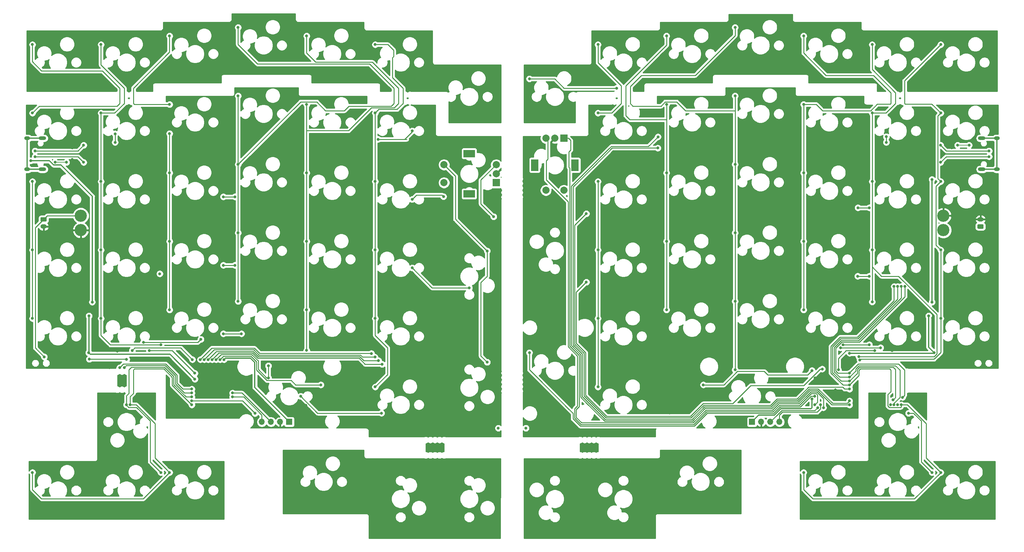
<source format=gtl>
G04 #@! TF.GenerationSoftware,KiCad,Pcbnew,(5.1.10-1-10_14)*
G04 #@! TF.CreationDate,2021-09-12T14:18:21+10:00*
G04 #@! TF.ProjectId,pcb,7063622e-6b69-4636-9164-5f7063625858,rev?*
G04 #@! TF.SameCoordinates,Original*
G04 #@! TF.FileFunction,Copper,L1,Top*
G04 #@! TF.FilePolarity,Positive*
%FSLAX46Y46*%
G04 Gerber Fmt 4.6, Leading zero omitted, Abs format (unit mm)*
G04 Created by KiCad (PCBNEW (5.1.10-1-10_14)) date 2021-09-12 14:18:21*
%MOMM*%
%LPD*%
G01*
G04 APERTURE LIST*
G04 #@! TA.AperFunction,ComponentPad*
%ADD10O,3.400000X3.400000*%
G04 #@! TD*
G04 #@! TA.AperFunction,ComponentPad*
%ADD11O,1.750000X1.200000*%
G04 #@! TD*
G04 #@! TA.AperFunction,ComponentPad*
%ADD12O,1.700000X1.700000*%
G04 #@! TD*
G04 #@! TA.AperFunction,ComponentPad*
%ADD13R,1.700000X1.700000*%
G04 #@! TD*
G04 #@! TA.AperFunction,ComponentPad*
%ADD14C,2.000000*%
G04 #@! TD*
G04 #@! TA.AperFunction,ComponentPad*
%ADD15R,2.000000X3.200000*%
G04 #@! TD*
G04 #@! TA.AperFunction,ComponentPad*
%ADD16R,2.000000X2.000000*%
G04 #@! TD*
G04 #@! TA.AperFunction,ComponentPad*
%ADD17R,3.200000X2.000000*%
G04 #@! TD*
G04 #@! TA.AperFunction,ComponentPad*
%ADD18O,2.100000X1.000000*%
G04 #@! TD*
G04 #@! TA.AperFunction,ComponentPad*
%ADD19O,1.600000X1.000000*%
G04 #@! TD*
G04 #@! TA.AperFunction,ViaPad*
%ADD20C,0.800000*%
G04 #@! TD*
G04 #@! TA.AperFunction,Conductor*
%ADD21C,0.250000*%
G04 #@! TD*
G04 #@! TA.AperFunction,Conductor*
%ADD22C,0.350000*%
G04 #@! TD*
G04 #@! TA.AperFunction,Conductor*
%ADD23C,0.200000*%
G04 #@! TD*
G04 #@! TA.AperFunction,Conductor*
%ADD24C,0.254000*%
G04 #@! TD*
G04 #@! TA.AperFunction,NonConductor*
%ADD25C,0.254000*%
G04 #@! TD*
G04 #@! TA.AperFunction,NonConductor*
%ADD26C,0.200000*%
G04 #@! TD*
G04 APERTURE END LIST*
D10*
X246062500Y-46656250D03*
X246062500Y-42656250D03*
X6350000Y-42656250D03*
X6350000Y-46656250D03*
D11*
X256381250Y-43656250D03*
G04 #@! TA.AperFunction,ComponentPad*
G36*
G01*
X257006251Y-46256250D02*
X255756249Y-46256250D01*
G75*
G02*
X255506250Y-46006251I0J249999D01*
G01*
X255506250Y-45306249D01*
G75*
G02*
X255756249Y-45056250I249999J0D01*
G01*
X257006251Y-45056250D01*
G75*
G02*
X257256250Y-45306249I0J-249999D01*
G01*
X257256250Y-46006251D01*
G75*
G02*
X257006251Y-46256250I-249999J0D01*
G01*
G37*
G04 #@! TD.AperFunction*
X-3968750Y-45656250D03*
G04 #@! TA.AperFunction,ComponentPad*
G36*
G01*
X-4593751Y-43056250D02*
X-3343749Y-43056250D01*
G75*
G02*
X-3093750Y-43306249I0J-249999D01*
G01*
X-3093750Y-44006251D01*
G75*
G02*
X-3343749Y-44256250I-249999J0D01*
G01*
X-4593751Y-44256250D01*
G75*
G02*
X-4843750Y-44006251I0J249999D01*
G01*
X-4843750Y-43306249D01*
G75*
G02*
X-4593751Y-43056250I249999J0D01*
G01*
G37*
G04 #@! TD.AperFunction*
D12*
X200501250Y-100012500D03*
X197961250Y-100012500D03*
X195421250Y-100012500D03*
D13*
X192881250Y-100012500D03*
D14*
X135612500Y-35575000D03*
X140612500Y-35575000D03*
D15*
X132512500Y-28575000D03*
X143712500Y-28575000D03*
D14*
X135612500Y-21075000D03*
X138112500Y-21075000D03*
D16*
X140612500Y-21075000D03*
D14*
X107300000Y-28456250D03*
X107300000Y-33456250D03*
D17*
X114300000Y-25356250D03*
X114300000Y-36556250D03*
D14*
X121800000Y-28456250D03*
X121800000Y-30956250D03*
D16*
X121800000Y-33456250D03*
D18*
X256745000Y-21080000D03*
X256745000Y-29720000D03*
D19*
X260925000Y-21080000D03*
X260925000Y-29720000D03*
D18*
X-4332500Y-29720000D03*
X-4332500Y-21080000D03*
D19*
X-8512500Y-29720000D03*
X-8512500Y-21080000D03*
D12*
X56673750Y-100012500D03*
X59213750Y-100012500D03*
X61753750Y-100012500D03*
D13*
X64293750Y-100012500D03*
D20*
X231362500Y-95237500D03*
X232362500Y-95237500D03*
X37200000Y-95268750D03*
X37200000Y-90868750D03*
X37200000Y-93068750D03*
X37200000Y-91968750D03*
X37200000Y-94168750D03*
X242887500Y-114082500D03*
X233362500Y-95237500D03*
X207227500Y-114082500D03*
X245327500Y-114082500D03*
X234362500Y-95237500D03*
X28575000Y-114082500D03*
X19050000Y-95237500D03*
X20050000Y-95237500D03*
X53975000Y-54768750D03*
X53975000Y-35718750D03*
X3968750Y-23812500D03*
X3968750Y-26987500D03*
X13493750Y-23018750D03*
X22225000Y-27781250D03*
X47625000Y-14287500D03*
X3968750Y-82550000D03*
X16512500Y-80325000D03*
X13493750Y-69056250D03*
X115093750Y-103187500D03*
X9525000Y-19050000D03*
X7143388Y-82550840D03*
X76200000Y-92868750D03*
X77787500Y-95250000D03*
X38100000Y-64293750D03*
X84518750Y-79756250D03*
X117475000Y-59531250D03*
X104775000Y-90487500D03*
X119062500Y-23812500D03*
X69056250Y-100012500D03*
X68940472Y-95365778D03*
X85725000Y-26987500D03*
X90487500Y-26987500D03*
X48950000Y-71150000D03*
X14287500Y-84931250D03*
X29368750Y-82550000D03*
X8731250Y-82550000D03*
X19075010Y-82624990D03*
X37362500Y-82675000D03*
X20637500Y-80168750D03*
X159543750Y-80168750D03*
X248443750Y-23812500D03*
X248443750Y-22225000D03*
X252412500Y-29368750D03*
X247650000Y-82550000D03*
X176212500Y-92868750D03*
X137318750Y-103187500D03*
X252412500Y-80168750D03*
X231775000Y-80168750D03*
X210400000Y-87800000D03*
X219725000Y-98568750D03*
X233362500Y-34925000D03*
X133350000Y-66675000D03*
X170000000Y-97500000D03*
X243100000Y-71100000D03*
X131762500Y-22225000D03*
X221062500Y-83564498D03*
X237000000Y-83800000D03*
X218800000Y-93900000D03*
X216100000Y-91100000D03*
X258762500Y-73025000D03*
X258762500Y-69056250D03*
X228600000Y-79375000D03*
X217487500Y-79375000D03*
X8556251Y-80774999D03*
X8612500Y-70525000D03*
X46162500Y-82675000D03*
X38050000Y-88106250D03*
X15875000Y-19843750D03*
X15875000Y-22225000D03*
X88962349Y-21368901D03*
X98425000Y-19050000D03*
X45975000Y-37368750D03*
X49150000Y-37368750D03*
X107156250Y-37306250D03*
X98425000Y-38100000D03*
X45975000Y-56418750D03*
X49150000Y-56418750D03*
X28300000Y-58800000D03*
X114300000Y-62706250D03*
X98425000Y-57150000D03*
X45975000Y-75468750D03*
X51000000Y-75468750D03*
X23750000Y-77850000D03*
X39718750Y-77025000D03*
X89913899Y-97568901D03*
X67468750Y-92868750D03*
X39562500Y-82675000D03*
X87106250Y-80975000D03*
X122381250Y-101743750D03*
X54768750Y-97631250D03*
X-7569998Y-27355002D03*
X9525000Y-66675000D03*
X-793750Y-27781250D03*
X2381250Y-27781250D03*
X242887500Y-66675000D03*
X242887500Y-32543750D03*
X130031250Y-101743750D03*
X230187500Y-20637500D03*
X219975000Y-94168750D03*
X230187500Y-22225000D03*
X166687500Y-23812500D03*
X146843750Y-42068750D03*
X222312349Y-40418901D03*
X225487349Y-40418901D03*
X219975000Y-90868750D03*
X222250000Y-59468901D03*
X225487349Y-59468901D03*
X146843750Y-61118750D03*
X212400000Y-85293740D03*
X219975000Y-95268750D03*
X166750000Y-20700000D03*
X225487349Y-78518901D03*
X218218901Y-78518901D03*
X241975000Y-70525000D03*
X243506251Y-80774999D03*
X209550000Y-93662500D03*
X220000000Y-80893750D03*
X48525000Y-93068750D03*
X48525000Y-91968750D03*
X211931250Y-95250000D03*
X211137500Y-96043750D03*
X-6350000Y-26193750D03*
X7143750Y-27781250D03*
X7143750Y-23018750D03*
X-6350000Y-24606250D03*
X38050000Y-86468750D03*
X25400000Y-80168750D03*
X258762500Y-24606250D03*
X245268750Y-23018750D03*
X245268750Y-27781250D03*
X258762500Y-26193750D03*
X-7085000Y-14070000D03*
X-7085000Y-52170000D03*
X-7085000Y-71220000D03*
X-7085000Y-33120000D03*
X-7085000Y4980000D03*
X11965000Y-33120000D03*
X11965000Y-14070000D03*
X11965000Y-52170000D03*
X11965000Y-71220000D03*
X11965000Y4980000D03*
X28575000Y-78581250D03*
X31015000Y-11688750D03*
X31015000Y-30738750D03*
X31015000Y-49788750D03*
X31015000Y-68838750D03*
X31015000Y7361250D03*
X31015000Y-19785000D03*
X43962500Y-82675000D03*
X50065000Y-28357500D03*
X50065000Y-9307500D03*
X50065000Y-47407500D03*
X50065000Y-66457500D03*
X50065000Y9742500D03*
X58500000Y-87778749D03*
X58500000Y-84400000D03*
X69115000Y-30738750D03*
X69115000Y-11688750D03*
X69115000Y-49788750D03*
X69115000Y-68838750D03*
X69115000Y7361250D03*
X69115000Y-80110000D03*
X42862500Y-82675000D03*
X90106250Y-83975000D03*
X88165000Y-90270000D03*
X88165000Y-14070000D03*
X88165000Y-33120000D03*
X88165000Y-52170000D03*
X88165000Y4980000D03*
X88165000Y-71220000D03*
X-3811250Y-81913750D03*
X41762500Y-82675000D03*
X89106250Y-82975000D03*
X119280000Y-83402500D03*
X119280000Y-52446250D03*
X40662500Y-82675000D03*
X88106250Y-81975000D03*
X179362500Y-89693750D03*
X209550000Y-85725000D03*
X227012500Y-80168750D03*
X216887499Y-85531251D03*
X45062500Y-82675000D03*
X73050000Y-89693750D03*
X121075000Y-42900000D03*
X131027500Y-80745000D03*
X210343750Y-92868750D03*
X155257500Y-7143750D03*
X131027500Y-4545000D03*
X150077500Y-90270000D03*
X150077500Y-33120000D03*
X150077500Y-14070000D03*
X150077500Y-52170000D03*
X150077500Y-71220000D03*
X150077500Y4980000D03*
X169127500Y7361250D03*
X169127500Y-11688750D03*
X169127500Y-30738750D03*
X169127500Y-49788750D03*
X169127500Y-68838750D03*
X188177500Y-28357500D03*
X188177500Y-9307500D03*
X188177500Y-47407500D03*
X188177500Y-66457500D03*
X188177500Y9742500D03*
X188177500Y-85507500D03*
X207227500Y-30738750D03*
X207227500Y-11688750D03*
X207227500Y-49788750D03*
X207227500Y-68838750D03*
X207227500Y7361250D03*
X226277500Y-33120000D03*
X226277500Y-14070000D03*
X226277500Y-52170000D03*
X226277500Y4980000D03*
X226277500Y-66616250D03*
X222547280Y-81825000D03*
X245327500Y-33120000D03*
X245327500Y-14070000D03*
X245327500Y-52170000D03*
X245327500Y-71220000D03*
X245327500Y4980000D03*
X222874501Y-82817148D03*
X212725000Y-96043750D03*
X210343750Y-95250000D03*
X-7085000Y-114082500D03*
X31015000Y-114082500D03*
X17145000Y-84931250D03*
X18415000Y-84931250D03*
X232362500Y-62325000D03*
X219975000Y-89768750D03*
X219975000Y-88668750D03*
X233362500Y-62325000D03*
X232100000Y-93900000D03*
X236400000Y-97600000D03*
X219975000Y-87568750D03*
X234362500Y-62325000D03*
X219975000Y-86468750D03*
X235362500Y-62325000D03*
X234722500Y-93174042D03*
X250031250Y-23018750D03*
X253206250Y-23018750D03*
D21*
X233362500Y-95350000D02*
X233362500Y-95237500D01*
X242887500Y-114082500D02*
X239930000Y-111125000D01*
X239930000Y-111125000D02*
X239930000Y-99723998D01*
X241300000Y-110067844D02*
X241300000Y-100812500D01*
X241300000Y-100451090D02*
X241300000Y-100812500D01*
X238028599Y-121381401D02*
X245327500Y-114082500D01*
X235575000Y-95237500D02*
X236086410Y-95237500D01*
X245327500Y-114082500D02*
X244602499Y-113357499D01*
X234362500Y-95237500D02*
X235575000Y-95237500D01*
X209775399Y-121381401D02*
X238028599Y-121381401D01*
X207227500Y-114082500D02*
X207227500Y-118833502D01*
X207227500Y-118833502D02*
X209775399Y-121381401D01*
X244602499Y-113357499D02*
X244589655Y-113357499D01*
X243019203Y-111787047D02*
X241300000Y-110067844D01*
X244589655Y-113357499D02*
X243019203Y-111787047D01*
X3968750Y-82550000D02*
X7143750Y-82550000D01*
X69056250Y-95481556D02*
X68940472Y-95365778D01*
X69056250Y-100012500D02*
X69056250Y-95481556D01*
X19000020Y-82550000D02*
X19075010Y-82624990D01*
X8731250Y-82550000D02*
X19000020Y-82550000D01*
D22*
X-4332500Y-29720000D02*
X-8512500Y-29720000D01*
X-8512500Y-21080000D02*
X-8512500Y-29720000D01*
X-4332500Y-21080000D02*
X-8512500Y-21080000D01*
D21*
X20637500Y-80168750D02*
X21362501Y-79443749D01*
X34131249Y-79443749D02*
X33656251Y-79443749D01*
X37362500Y-82675000D02*
X34131249Y-79443749D01*
X21362501Y-79443749D02*
X33656251Y-79443749D01*
D22*
X260925000Y-29720000D02*
X260925000Y-21080000D01*
X256745000Y-21080000D02*
X260925000Y-21080000D01*
X256745000Y-29720000D02*
X260925000Y-29720000D01*
D21*
X248443750Y-23812500D02*
X248443750Y-22225000D01*
X171581250Y-97500000D02*
X176212500Y-92868750D01*
X170000000Y-97500000D02*
X171581250Y-97500000D01*
X218800000Y-93800000D02*
X218800000Y-93900000D01*
X216100000Y-91100000D02*
X218800000Y-93800000D01*
X221518599Y-79375000D02*
X221825000Y-79375000D01*
X221825000Y-79375000D02*
X217487500Y-79375000D01*
X221825000Y-79375000D02*
X225487349Y-79375000D01*
X225487349Y-79375000D02*
X228600000Y-79375000D01*
D22*
X8612500Y-80718750D02*
X8556251Y-80774999D01*
X8612500Y-70525000D02*
X8612500Y-80718750D01*
X57150000Y-92868750D02*
X64293750Y-100012500D01*
X54724651Y-83476677D02*
X54724651Y-90443401D01*
X53492823Y-82244849D02*
X54724651Y-83476677D01*
X54724651Y-90443401D02*
X57150000Y-92868750D01*
X46592651Y-82244849D02*
X53492823Y-82244849D01*
X46162500Y-82675000D02*
X46592651Y-82244849D01*
X8556251Y-80774999D02*
X8956250Y-81174998D01*
X31118748Y-81174998D02*
X30743752Y-81174998D01*
X38050000Y-88106250D02*
X31118748Y-81174998D01*
X8956250Y-81174998D02*
X30743752Y-81174998D01*
D21*
X15875000Y-19843750D02*
X15875000Y-22225000D01*
X98425000Y-19306974D02*
X96363073Y-21368901D01*
X95981401Y-21368901D02*
X88962349Y-21368901D01*
X96363073Y-21368901D02*
X95981401Y-21368901D01*
X98425000Y-19050000D02*
X98425000Y-19306974D01*
X96899849Y-21368901D02*
X95981401Y-21368901D01*
X45975000Y-37368750D02*
X49150000Y-37368750D01*
X99625001Y-36899999D02*
X98425000Y-38100000D01*
X106749999Y-36899999D02*
X99625001Y-36899999D01*
X107156250Y-37306250D02*
X106749999Y-36899999D01*
X45975000Y-56418750D02*
X49150000Y-56418750D01*
X103981250Y-62706250D02*
X98425000Y-57150000D01*
X114300000Y-62706250D02*
X103981250Y-62706250D01*
X38893750Y-77850000D02*
X39718750Y-77025000D01*
X33350000Y-77850000D02*
X38893750Y-77850000D01*
X23750000Y-77850000D02*
X33350000Y-77850000D01*
X45975000Y-75468750D02*
X51000000Y-75468750D01*
X72168901Y-97568901D02*
X67468750Y-92868750D01*
X89913899Y-97568901D02*
X72168901Y-97568901D01*
X76855181Y-80944819D02*
X77754049Y-80944819D01*
X56081963Y-80944819D02*
X57755181Y-80944819D01*
X54631937Y-79494793D02*
X56081963Y-80944819D01*
X42742709Y-79494791D02*
X54631937Y-79494793D01*
X57755181Y-80944819D02*
X76855181Y-80944819D01*
X39562500Y-82675000D02*
X42742709Y-79494791D01*
X87076069Y-80944819D02*
X87106250Y-80975000D01*
X83361431Y-80944819D02*
X87076069Y-80944819D01*
X76855181Y-80944819D02*
X83361431Y-80944819D01*
X83361431Y-80944819D02*
X84694819Y-80944819D01*
X122381250Y-101743750D02*
X122381250Y-101743750D01*
X51306250Y-94168750D02*
X54768750Y-97631250D01*
X48525000Y-94168750D02*
X51306250Y-94168750D01*
X51306250Y-94168750D02*
X47625000Y-94168750D01*
X37200000Y-94168750D02*
X51306250Y-94168750D01*
D22*
X-2367000Y-27355002D02*
X-1165751Y-28556251D01*
X-1165751Y-28556251D02*
X851253Y-28556251D01*
X-7569998Y-27355002D02*
X-2367000Y-27355002D01*
X9525000Y-37306250D02*
X9563126Y-37268124D01*
X9525000Y-66675000D02*
X9525000Y-37306250D01*
X851253Y-28556251D02*
X9563126Y-37268124D01*
D23*
X-793750Y-27781250D02*
X2381250Y-27781250D01*
D22*
X242887500Y-66675000D02*
X242887500Y-32543750D01*
D21*
X180268788Y-95831212D02*
X179683626Y-95831212D01*
X180268790Y-95831210D02*
X180268788Y-95831212D01*
X180768790Y-95831210D02*
X180268790Y-95831210D01*
X198182660Y-95831210D02*
X180768790Y-95831210D01*
X198182658Y-95831212D02*
X198182660Y-95831210D01*
X179683626Y-95831212D02*
X198182658Y-95831212D01*
X152133322Y-99360438D02*
X147386442Y-94613558D01*
X180768790Y-95831210D02*
X179683628Y-95831210D01*
X176154400Y-99360438D02*
X170239562Y-99360438D01*
X179683628Y-95831210D02*
X176154400Y-99360438D01*
X170239562Y-99360438D02*
X152133322Y-99360438D01*
X170484372Y-99360438D02*
X170239562Y-99360438D01*
X147386442Y-94613558D02*
X145742529Y-92969645D01*
X145742529Y-92969645D02*
X145742528Y-81124796D01*
X143708866Y-79091134D02*
X143148579Y-78530847D01*
X145742528Y-81124796D02*
X143708866Y-79091134D01*
X143148579Y-78530847D02*
X143148579Y-76600000D01*
X143148579Y-34651421D02*
X149225000Y-28575000D01*
X143148579Y-76600000D02*
X143148579Y-34651421D01*
X230187500Y-22225000D02*
X230187500Y-20637500D01*
X153987500Y-23812500D02*
X149225000Y-28575000D01*
X166687500Y-23812500D02*
X153987500Y-23812500D01*
X199976429Y-94037441D02*
X198182660Y-95831210D01*
X208800136Y-90793722D02*
X205556418Y-94037440D01*
X205556418Y-94037440D02*
X199976429Y-94037441D01*
X211250949Y-90793721D02*
X208800136Y-90793722D01*
X215275970Y-94818740D02*
X211250949Y-90793721D01*
X219381260Y-94818740D02*
X215275970Y-94818740D01*
X219975000Y-94225000D02*
X219381260Y-94818740D01*
X219975000Y-94168750D02*
X219975000Y-94225000D01*
X144048599Y-44863901D02*
X146843750Y-42068750D01*
X222312349Y-40418901D02*
X225487349Y-40418901D01*
X143598589Y-45313911D02*
X146843750Y-42068750D01*
X175968000Y-98910428D02*
X152319722Y-98910428D01*
X146192537Y-92783243D02*
X146192537Y-80938395D01*
X179497227Y-95381201D02*
X175968000Y-98910428D01*
X197996260Y-95381200D02*
X179497227Y-95381201D01*
X143598589Y-78344447D02*
X143598589Y-45313911D01*
X199790028Y-93587432D02*
X197996260Y-95381200D01*
X152319722Y-98910428D02*
X146192537Y-92783243D01*
X205370016Y-93587432D02*
X199790028Y-93587432D01*
X146192537Y-80938395D02*
X143598589Y-78344447D01*
X208613735Y-90343713D02*
X205370016Y-93587432D01*
X208613737Y-90343713D02*
X208578725Y-90378725D01*
X218081319Y-90343713D02*
X208613737Y-90343713D01*
X218606356Y-90868750D02*
X218081319Y-90343713D01*
X219975000Y-90868750D02*
X218606356Y-90868750D01*
X222250000Y-59468901D02*
X225487349Y-59468901D01*
X192552298Y-89893704D02*
X187514812Y-94931190D01*
X179768808Y-94931192D02*
X179310826Y-94931192D01*
X179768810Y-94931190D02*
X179768808Y-94931192D01*
X187514812Y-94931190D02*
X179768810Y-94931190D01*
X179310826Y-94931192D02*
X175781600Y-98460418D01*
X175781600Y-98460418D02*
X152506122Y-98460418D01*
X152506122Y-98460418D02*
X148572852Y-94527148D01*
X148572852Y-94527148D02*
X146642547Y-92596843D01*
X146642547Y-92596843D02*
X146642546Y-80751994D01*
X146642546Y-80751994D02*
X145495276Y-79604724D01*
X145495276Y-79604724D02*
X144048599Y-78158047D01*
X144048599Y-65501401D02*
X144048599Y-63913901D01*
X144048599Y-63913901D02*
X146843750Y-61118750D01*
X144048599Y-78158047D02*
X144048599Y-65501401D01*
X144048599Y-65501401D02*
X144048599Y-65351401D01*
X207234351Y-89893704D02*
X192552298Y-89893704D01*
X211834315Y-85293740D02*
X207234351Y-89893704D01*
X212400000Y-85293740D02*
X211834315Y-85293740D01*
X219975000Y-95268750D02*
X215089572Y-95268750D01*
X211064550Y-91243730D02*
X208986537Y-91243731D01*
X215089572Y-95268750D02*
X211064550Y-91243730D01*
X207865134Y-92365134D02*
X205742818Y-94487450D01*
X208986537Y-91243731D02*
X207865134Y-92365134D01*
X207865134Y-92365134D02*
X207400000Y-92830268D01*
X200162830Y-94487450D02*
X200025140Y-94625140D01*
X205742818Y-94487450D02*
X200162830Y-94487450D01*
X200025140Y-94625140D02*
X198369060Y-96281220D01*
X200162827Y-94487453D02*
X200025140Y-94625140D01*
X180518780Y-96281220D02*
X179870027Y-96281221D01*
X198369060Y-96281220D02*
X180518780Y-96281220D01*
X179870027Y-96281221D02*
X176340800Y-99810448D01*
X151946922Y-99810448D02*
X146936474Y-94800000D01*
X176340800Y-99810448D02*
X151946922Y-99810448D01*
X146936474Y-94800000D02*
X145292519Y-93156045D01*
X145292519Y-93156045D02*
X145292519Y-81311197D01*
X142990661Y-79009339D02*
X142698569Y-78717247D01*
X145292519Y-81311197D02*
X142990661Y-79009339D01*
X142698569Y-78717247D02*
X142698569Y-76700000D01*
X142698569Y-76700000D02*
X142698570Y-34465020D01*
X164087510Y-23362490D02*
X166750000Y-20700000D01*
X153801100Y-23362490D02*
X164087510Y-23362490D01*
X153272420Y-23891170D02*
X153801100Y-23362490D01*
X142698570Y-34465020D02*
X153272420Y-23891170D01*
X218218901Y-78518901D02*
X218218901Y-78518901D01*
X225487349Y-78518901D02*
X218218901Y-78518901D01*
D22*
X241975000Y-79243748D02*
X243506251Y-80774999D01*
X241975000Y-70525000D02*
X241975000Y-79243748D01*
X206081260Y-96337490D02*
X200929140Y-96337490D01*
X209256260Y-96337490D02*
X209550000Y-96043750D01*
X200929140Y-96337490D02*
X209256260Y-96337490D01*
X209550000Y-96043750D02*
X209550000Y-93662500D01*
X194762490Y-98131260D02*
X192881250Y-100012500D01*
X199135370Y-98131260D02*
X194762490Y-98131260D01*
X200929140Y-96337490D02*
X199135370Y-98131260D01*
X243337499Y-80943751D02*
X220050001Y-80943751D01*
X220050001Y-80943751D02*
X220000000Y-80893750D01*
X243506251Y-80774999D02*
X243337499Y-80943751D01*
D21*
X56673750Y-100012500D02*
X56673750Y-98108910D01*
X51633590Y-93068750D02*
X56673750Y-98108910D01*
X48525000Y-93068750D02*
X51633590Y-93068750D01*
X51170000Y-91968750D02*
X59213750Y-100012500D01*
X48525000Y-91968750D02*
X51170000Y-91968750D01*
X210966744Y-97287508D02*
X211931250Y-96323002D01*
X201322650Y-97287510D02*
X210966744Y-97287508D01*
X200501250Y-98108910D02*
X201322650Y-97287510D01*
X211931250Y-96323002D02*
X211931250Y-95250000D01*
X200501250Y-100012500D02*
X200501250Y-98108910D01*
X199786875Y-98186875D02*
X197961250Y-100012500D01*
X201136250Y-96837500D02*
X199786875Y-98186875D01*
X200342500Y-97631250D02*
X199786875Y-98186875D01*
X210343750Y-96837500D02*
X208562500Y-96837500D01*
X211137500Y-96043750D02*
X210343750Y-96837500D01*
X208562500Y-96837500D02*
X201136250Y-96837500D01*
X209550000Y-96837500D02*
X208562500Y-96837500D01*
X5556250Y-26193750D02*
X7143750Y-27781250D01*
X-6350000Y-26193750D02*
X5556250Y-26193750D01*
X5556250Y-24606250D02*
X7143750Y-23018750D01*
X-6350000Y-24606250D02*
X3968750Y-24606250D01*
X3968750Y-24606250D02*
X5556250Y-24606250D01*
X3968750Y-24606250D02*
X4762500Y-24606250D01*
X31750000Y-80168750D02*
X38050000Y-86468750D01*
X25400000Y-80168750D02*
X31750000Y-80168750D01*
X246856250Y-24606250D02*
X245268750Y-23018750D01*
X258762500Y-24606250D02*
X246856250Y-24606250D01*
X246856250Y-26193750D02*
X245268750Y-27781250D01*
X258762500Y-26193750D02*
X248443750Y-26193750D01*
X248443750Y-26193750D02*
X247650000Y-26193750D01*
X248443750Y-26193750D02*
X246856250Y-26193750D01*
X17145000Y-11430000D02*
X17145000Y-7143750D01*
X-7085000Y-33120000D02*
X-7085000Y-52170000D01*
X-7085000Y-52170000D02*
X-7085000Y-71220000D01*
X-7085000Y228998D02*
X-7085000Y4980000D01*
X-7085000Y228998D02*
X-4537101Y-2318901D01*
X12320151Y-2318901D02*
X12541250Y-2540000D01*
X-4537101Y-2318901D02*
X12320151Y-2318901D01*
X12541250Y-2540000D02*
X12382500Y-2381250D01*
X17145000Y-7143750D02*
X12541250Y-2540000D01*
X-7085000Y-14070000D02*
X-5159999Y-12144999D01*
X16430001Y-12144999D02*
X17145000Y-11430000D01*
X3730001Y-12144999D02*
X16430001Y-12144999D01*
X-5159999Y-12144999D02*
X3730001Y-12144999D01*
X3730001Y-12144999D02*
X4523751Y-12144999D01*
X11965000Y-33120000D02*
X11965000Y-52170000D01*
X11965000Y-52170000D02*
X11965000Y-71220000D01*
X11965000Y-14070000D02*
X11965000Y-33120000D01*
X18415000Y-7143750D02*
X18415000Y-11430000D01*
X11965000Y-693750D02*
X18415000Y-7143750D01*
X11965000Y4980000D02*
X11965000Y-693750D01*
X15775000Y-14070000D02*
X18415000Y-11430000D01*
X11965000Y-14070000D02*
X15775000Y-14070000D01*
X14575248Y-78581250D02*
X11965000Y-75971002D01*
X11965000Y-75971002D02*
X11965000Y-71220000D01*
X28575000Y-78581250D02*
X14575248Y-78581250D01*
X31015000Y-30738750D02*
X31015000Y-49788750D01*
X31015000Y-49788750D02*
X31015000Y-68838750D01*
X31015000Y-19785000D02*
X31015000Y-30738750D01*
X20955000Y-11430000D02*
X20955000Y-7143750D01*
X31015000Y2916250D02*
X20955000Y-7143750D01*
X31015000Y7361250D02*
X31015000Y2916250D01*
X21213750Y-11688750D02*
X20955000Y-11430000D01*
X31015000Y-11688750D02*
X21213750Y-11688750D01*
X50065000Y-28357500D02*
X50065000Y-47407500D01*
X50065000Y-47407500D02*
X50065000Y-66457500D01*
X50065000Y-19108750D02*
X50065000Y-28357500D01*
X50065000Y-9307500D02*
X50065000Y-19108750D01*
X67458751Y-10963749D02*
X50065000Y-28357500D01*
X71926001Y-10963749D02*
X67458751Y-10963749D01*
X74376003Y-13413751D02*
X71926001Y-10963749D01*
X74376003Y-13413751D02*
X79616001Y-13413751D01*
X93345000Y-11430000D02*
X92630001Y-12144999D01*
X86588911Y-387661D02*
X93345000Y-7143750D01*
X93345000Y-7143750D02*
X93345000Y-11430000D01*
X55444159Y-387661D02*
X86588911Y-387661D01*
X80884753Y-12144999D02*
X79616001Y-13413751D01*
X92630001Y-12144999D02*
X80884753Y-12144999D01*
X50065000Y4991498D02*
X55444159Y-387661D01*
X50065000Y9742500D02*
X50065000Y4991498D01*
X55674671Y-85421263D02*
X58032157Y-87778749D01*
X58032157Y-87778749D02*
X58500000Y-87778749D01*
X43962500Y-82675000D02*
X45342671Y-81294829D01*
X45342671Y-81294829D02*
X53205171Y-81294829D01*
X55674671Y-83374671D02*
X55674670Y-83083166D01*
X55674671Y-83083167D02*
X55674671Y-83374671D01*
X53886333Y-81294829D02*
X53205171Y-81294829D01*
X55674670Y-83083166D02*
X53886333Y-81294829D01*
X55674671Y-83774671D02*
X55674671Y-85421263D01*
X55674671Y-83374671D02*
X55674671Y-83774671D01*
X58500000Y-87778749D02*
X58500000Y-84400000D01*
X94615000Y-7143750D02*
X94615000Y-11430000D01*
X69115000Y-30738750D02*
X69115000Y-49788750D01*
X69115000Y-11688750D02*
X69115000Y-17403750D01*
X69118599Y-18987651D02*
X69115000Y-18991250D01*
X69115000Y-18991250D02*
X69115000Y-30738750D01*
X69115000Y-17403750D02*
X69115000Y-18991250D01*
X69115000Y2610248D02*
X69115000Y7361250D01*
X71662899Y62349D02*
X69115000Y2610248D01*
X87408901Y62349D02*
X84199849Y62349D01*
X94615000Y-7143750D02*
X87408901Y62349D01*
X84199849Y62349D02*
X71662899Y62349D01*
X84868901Y62349D02*
X84199849Y62349D01*
X80733502Y-18991250D02*
X69115000Y-18991250D01*
X87129743Y-12595009D02*
X80733502Y-18991250D01*
X93449991Y-12595009D02*
X87129743Y-12595009D01*
X94615000Y-11430000D02*
X93449991Y-12595009D01*
X69115000Y-67410000D02*
X69115000Y-80110000D01*
X69115000Y-49788750D02*
X69115000Y-67410000D01*
X69115000Y-67410000D02*
X69115000Y-68838750D01*
X69115000Y-80110000D02*
X69115000Y-80110000D01*
X42862500Y-82675000D02*
X44692681Y-80844819D01*
X45144819Y-80844819D02*
X44719679Y-80844819D01*
X44692681Y-80844819D02*
X45144819Y-80844819D01*
X87760428Y-83975000D02*
X90106250Y-83975000D01*
X83699027Y-82294849D02*
X85379178Y-83975000D01*
X55522763Y-82294849D02*
X83699027Y-82294849D01*
X54072734Y-80844820D02*
X55522763Y-82294849D01*
X45144819Y-80844819D02*
X54072734Y-80844820D01*
X85379178Y-83975000D02*
X90106250Y-83975000D01*
X88165000Y-14070000D02*
X88165000Y-33120000D01*
X88165000Y-52170000D02*
X88165000Y-71220000D01*
X88165000Y-33120000D02*
X88165000Y-52170000D01*
X93265001Y3416001D02*
X91701002Y4980000D01*
X92931099Y1330097D02*
X93265001Y1663999D01*
X92931099Y-4189849D02*
X92931099Y1330097D01*
X91701002Y4980000D02*
X88165000Y4980000D01*
X93265001Y1663999D02*
X93265001Y3416001D01*
X95885000Y-7143750D02*
X92931099Y-4189849D01*
X95885000Y-11430000D02*
X95885000Y-7143750D01*
X95885000Y-11430000D02*
X94269981Y-13045019D01*
X89189981Y-13045019D02*
X88165000Y-14070000D01*
X94269981Y-13045019D02*
X89189981Y-13045019D01*
X88165000Y-75971002D02*
X91593998Y-79400000D01*
X88165000Y-71220000D02*
X88165000Y-75971002D01*
X91593998Y-86841002D02*
X88165000Y-90270000D01*
X91593998Y-79400000D02*
X91593998Y-86841002D01*
X-6280001Y-79444999D02*
X-3811250Y-81913750D01*
X-6280001Y-45967501D02*
X-6280001Y-79444999D01*
X-3968750Y-43656250D02*
X-6280001Y-45967501D01*
X6350000Y-42656250D02*
X-2968750Y-42656250D01*
X-3175000Y-42862500D02*
X-6280001Y-45967501D01*
X-2968750Y-42656250D02*
X-3175000Y-42862500D01*
X-3175000Y-42862500D02*
X-3968750Y-43656250D01*
X83885427Y-81844839D02*
X85015588Y-82975000D01*
X55709163Y-81844839D02*
X83885427Y-81844839D01*
X54259135Y-80394811D02*
X55709163Y-81844839D01*
X44042691Y-80394809D02*
X54259135Y-80394811D01*
X41762500Y-82675000D02*
X44042691Y-80394809D01*
X85015588Y-82975000D02*
X86093750Y-82975000D01*
X86093750Y-82975000D02*
X89106250Y-82975000D01*
X86093750Y-82975000D02*
X86725000Y-82975000D01*
X112374999Y-45541249D02*
X119280000Y-52446250D01*
X110462500Y-43628750D02*
X112374999Y-45541249D01*
X110462500Y-31618750D02*
X110462500Y-43628750D01*
X107300000Y-28456250D02*
X110462500Y-31618750D01*
X117554999Y-81677499D02*
X119280000Y-83402500D01*
X117554999Y-61195249D02*
X117554999Y-81677499D01*
X119280000Y-59470248D02*
X117554999Y-61195249D01*
X119280000Y-52446250D02*
X119280000Y-59470248D01*
X84651998Y-81975000D02*
X85725000Y-81975000D01*
X40662500Y-82675000D02*
X43392699Y-79944801D01*
X55895563Y-81394829D02*
X84071827Y-81394829D01*
X54445536Y-79944802D02*
X55895563Y-81394829D01*
X43392699Y-79944801D02*
X54445536Y-79944802D01*
X84071827Y-81394829D02*
X84651998Y-81975000D01*
X85725000Y-81975000D02*
X88106250Y-81975000D01*
X185064252Y-89693750D02*
X179362500Y-89693750D01*
X188794253Y-85963749D02*
X185064252Y-89693750D01*
X196277349Y-85963749D02*
X188794253Y-85963749D01*
X208342349Y-86932651D02*
X197246251Y-86932651D01*
X197246251Y-86932651D02*
X196277349Y-85963749D01*
X209550000Y-85725000D02*
X208342349Y-86932651D01*
X219045748Y-80168750D02*
X227012500Y-80168750D01*
X216887499Y-82326999D02*
X219045748Y-80168750D01*
X216887499Y-85124999D02*
X216887499Y-82326999D01*
X216887499Y-85124999D02*
X216887499Y-85531251D01*
X66037748Y-89693750D02*
X73025000Y-89693750D01*
X64847747Y-88503749D02*
X66037748Y-89693750D01*
X55224661Y-85607663D02*
X58120747Y-88503749D01*
X53699933Y-81744839D02*
X55224661Y-83269567D01*
X58120747Y-88503749D02*
X64847747Y-88503749D01*
X55224661Y-83269567D02*
X55224661Y-85607663D01*
X45992661Y-81744839D02*
X53699933Y-81744839D01*
X45062500Y-82675000D02*
X45992661Y-81744839D01*
X117554999Y-39379999D02*
X121075000Y-42900000D01*
X117554999Y-32701251D02*
X117554999Y-39379999D01*
X121800000Y-28456250D02*
X117554999Y-32701251D01*
X209270748Y-92868750D02*
X208756250Y-93383248D01*
X210343750Y-92868750D02*
X209270748Y-92868750D01*
X140650248Y-7143750D02*
X155257500Y-7143750D01*
X138051498Y-4545000D02*
X140650248Y-7143750D01*
X131027500Y-4545000D02*
X138051498Y-4545000D01*
X131027500Y-80745000D02*
X131027500Y-85496002D01*
X133565749Y-88034251D02*
X133680077Y-88148579D01*
X131027500Y-85496002D02*
X133565749Y-88034251D01*
X198928260Y-97631250D02*
X200722030Y-95837480D01*
X176900000Y-101160478D02*
X180429228Y-97631250D01*
X146760478Y-101160478D02*
X176900000Y-101160478D01*
X145160182Y-101160476D02*
X146760478Y-101160478D01*
X200722030Y-95837480D02*
X206302018Y-95837480D01*
X206302018Y-95837480D02*
X209270748Y-92868750D01*
X143148579Y-99148873D02*
X145160182Y-101160476D01*
X180429228Y-97631250D02*
X198928260Y-97631250D01*
X133565749Y-88034251D02*
X142015749Y-96484251D01*
X143148579Y-97617081D02*
X142015749Y-96484251D01*
X143148579Y-98151421D02*
X143148579Y-97617081D01*
X143148579Y-98151421D02*
X143148579Y-99148873D01*
X150077500Y-33120000D02*
X150077500Y-52170000D01*
X150077500Y-52170000D02*
X150077500Y-71220000D01*
X150077500Y-71220000D02*
X150077500Y-90270000D01*
X156527500Y-7302500D02*
X156527500Y-7143750D01*
X156527500Y-11430000D02*
X156527500Y-7302500D01*
X153887500Y-14070000D02*
X156527500Y-11430000D01*
X150077500Y-14070000D02*
X153887500Y-14070000D01*
X150077500Y852500D02*
X150077500Y4980000D01*
X150077500Y-58750D02*
X150077500Y852500D01*
X156527500Y-6508750D02*
X150077500Y-58750D01*
X156527500Y-7302500D02*
X156527500Y-6508750D01*
X169127500Y-30738750D02*
X169127500Y-49788750D01*
X169127500Y-49788750D02*
X169127500Y-68838750D01*
X169127500Y-15816250D02*
X169127500Y-30738750D01*
X169127500Y-11688750D02*
X169127500Y-15816250D01*
X157797500Y-6508750D02*
X169127500Y4821250D01*
X169127500Y4821250D02*
X169127500Y7361250D01*
X157797500Y-14766002D02*
X157797500Y-6508750D01*
X158906498Y-15875000D02*
X157797500Y-14766002D01*
X169068750Y-15875000D02*
X158906498Y-15875000D01*
X169127500Y-15816250D02*
X169068750Y-15875000D01*
X188177500Y-28357500D02*
X188177500Y-47407500D01*
X188177500Y-47407500D02*
X188177500Y-66457500D01*
X188177500Y-66457500D02*
X188177500Y-85507500D01*
X188177500Y-13435000D02*
X188177500Y-28357500D01*
X188177500Y-9307500D02*
X188177500Y-13435000D01*
X177093512Y-3593740D02*
X188177500Y7490248D01*
X188177500Y7490248D02*
X188177500Y9742500D01*
X162300010Y-3593740D02*
X163093760Y-3593740D01*
X174409752Y-13435000D02*
X188177500Y-13435000D01*
X171938501Y-10963749D02*
X174409752Y-13435000D01*
X168779499Y-10963749D02*
X171938501Y-10963749D01*
X159782499Y-12144999D02*
X167598249Y-12144999D01*
X159067500Y-11430000D02*
X159782499Y-12144999D01*
X167598249Y-12144999D02*
X168779499Y-10963749D01*
X162141260Y-3593740D02*
X159067500Y-6667500D01*
X163887510Y-3593740D02*
X162141260Y-3593740D01*
X159067500Y-6667500D02*
X159067500Y-11430000D01*
X163093760Y-3593740D02*
X163887510Y-3593740D01*
X163887510Y-3593740D02*
X177093512Y-3593740D01*
X188177500Y-85507500D02*
X188177500Y-85507500D01*
X231457500Y-11430000D02*
X231457500Y-8413750D01*
X207227500Y-30738750D02*
X207227500Y-49788750D01*
X207227500Y-49788750D02*
X207227500Y-68838750D01*
X207227500Y-11688750D02*
X207227500Y-30738750D01*
X231310299Y-11577201D02*
X231457500Y-11430000D01*
X227697297Y-11577201D02*
X231310299Y-11577201D01*
X225860747Y-13413751D02*
X227697297Y-11577201D01*
X212488503Y-13413751D02*
X225860747Y-13413751D01*
X210763502Y-11688750D02*
X212488503Y-13413751D01*
X207227500Y-11688750D02*
X210763502Y-11688750D01*
X226637490Y-3593740D02*
X213431488Y-3593740D01*
X207227500Y2610248D02*
X207227500Y7361250D01*
X213431488Y-3593740D02*
X207227500Y2610248D01*
X231457500Y-8413750D02*
X226637490Y-3593740D01*
X232727500Y-11430000D02*
X232727500Y-8413750D01*
X226277500Y-33120000D02*
X226277500Y-52170000D01*
X226277500Y-52170000D02*
X226277500Y-66616250D01*
X226277500Y-14070000D02*
X226277500Y-33120000D01*
X230087500Y-14070000D02*
X232727500Y-11430000D01*
X226277500Y-14070000D02*
X230087500Y-14070000D01*
X226277500Y-1963750D02*
X232727500Y-8413750D01*
X226277500Y4980000D02*
X226277500Y-1963750D01*
X226277500Y-56921002D02*
X226277500Y-52170000D01*
X228825399Y-59468901D02*
X226277500Y-56921002D01*
X233579403Y-59468901D02*
X228825399Y-59468901D01*
X244231252Y-70120750D02*
X233579403Y-59468901D01*
X244231252Y-81123000D02*
X244231252Y-70120750D01*
X243529252Y-81825000D02*
X244231252Y-81123000D01*
X222547280Y-81825000D02*
X243529252Y-81825000D01*
X245327500Y-52170000D02*
X245327500Y-71220000D01*
X244543749Y-14853751D02*
X245327500Y-14070000D01*
X244543749Y-32336249D02*
X244543749Y-14853751D01*
X245327500Y-33120000D02*
X244543749Y-32336249D01*
X235414701Y-11577201D02*
X235267500Y-11430000D01*
X242834701Y-11577201D02*
X235414701Y-11577201D01*
X245327500Y-14070000D02*
X242834701Y-11577201D01*
X235267500Y-11430000D02*
X235267500Y-5080000D01*
X235267500Y-5080000D02*
X245327500Y4980000D01*
X244037499Y-34410001D02*
X244037499Y-50879999D01*
X244037499Y-50879999D02*
X245327500Y-52170000D01*
X245327500Y-33120000D02*
X244037499Y-34410001D01*
X245327500Y-77728750D02*
X245327500Y-71220000D01*
X243645331Y-82345331D02*
X245327500Y-80663162D01*
X245327500Y-80663162D02*
X243440662Y-82550000D01*
X245327500Y-80427500D02*
X245327500Y-80663162D01*
X245327500Y-80427500D02*
X245327500Y-77728750D01*
X223141649Y-82550000D02*
X222874501Y-82817148D01*
X223850000Y-82550000D02*
X223141649Y-82550000D01*
X243440662Y-82550000D02*
X223850000Y-82550000D01*
X223850000Y-82550000D02*
X223242425Y-82550000D01*
X210878151Y-91693739D02*
X209172938Y-91693740D01*
X212725000Y-93540588D02*
X210878151Y-91693739D01*
X212725000Y-96043750D02*
X212725000Y-93540588D01*
X205929218Y-94937460D02*
X200349230Y-94937460D01*
X208033339Y-92833339D02*
X205929218Y-94937460D01*
X200243345Y-95043345D02*
X198555460Y-96731230D01*
X200349228Y-94937462D02*
X200243345Y-95043345D01*
X209172938Y-91693740D02*
X208033339Y-92833339D01*
X200349230Y-94937460D02*
X200243345Y-95043345D01*
X208033339Y-92833339D02*
X207856230Y-93010448D01*
X198555460Y-96731230D02*
X180868730Y-96731230D01*
X180868730Y-96731230D02*
X180056428Y-96731230D01*
X180868730Y-96731230D02*
X180568770Y-96731230D01*
X180568770Y-96731230D02*
X180056428Y-96731230D01*
X180056428Y-96731230D02*
X176527200Y-100260458D01*
X145532984Y-100260458D02*
X144048599Y-98776073D01*
X176527200Y-100260458D02*
X145532984Y-100260458D01*
X144048599Y-97548599D02*
X144048599Y-96549927D01*
X144048599Y-98776073D02*
X144048599Y-97548599D01*
X144048599Y-97548599D02*
X144048599Y-96651401D01*
X144048599Y-96549927D02*
X144842509Y-95756017D01*
X144842510Y-86157490D02*
X144842510Y-93742508D01*
X144842509Y-93742509D02*
X144842509Y-93342445D01*
X144842510Y-93742508D02*
X144842509Y-93742509D01*
X144842511Y-86487401D02*
X144842510Y-86157490D01*
X144842509Y-95756017D02*
X144842509Y-93742509D01*
X142477501Y-21690001D02*
X141862500Y-21075000D01*
X142477501Y-24371001D02*
X142477501Y-21690001D01*
X141992499Y-24856003D02*
X142477501Y-24371001D01*
X142248559Y-29407061D02*
X141992499Y-29151001D01*
X141862500Y-21075000D02*
X140612500Y-21075000D01*
X141992499Y-29151001D02*
X141992499Y-24856003D01*
X142248559Y-78903647D02*
X142248559Y-29407061D01*
X144842510Y-81497598D02*
X142248559Y-78903647D01*
X144842510Y-86157490D02*
X144842510Y-81497598D01*
X211068751Y-92520749D02*
X211068751Y-94524999D01*
X210691751Y-92143749D02*
X211068751Y-92520749D01*
X209481251Y-92143749D02*
X210691751Y-92143749D01*
X211068751Y-94524999D02*
X210343750Y-95250000D01*
X209481251Y-92143749D02*
X209359339Y-92143749D01*
X206115618Y-95387470D02*
X208651544Y-92851544D01*
X200535630Y-95387470D02*
X206115618Y-95387470D01*
X198741860Y-97181240D02*
X200535630Y-95387470D01*
X208651544Y-92851544D02*
X208306240Y-93196848D01*
X209359339Y-92143749D02*
X208651544Y-92851544D01*
X180524990Y-97181240D02*
X180242827Y-97181241D01*
X180524990Y-97181240D02*
X198741860Y-97181240D01*
X180242827Y-97181241D02*
X176713600Y-100710468D01*
X145346583Y-100710467D02*
X143598589Y-98962473D01*
X146710468Y-100710468D02*
X145346583Y-100710467D01*
X176713600Y-100710468D02*
X146710468Y-100710468D01*
X143598589Y-96898589D02*
X143598589Y-96700000D01*
X143598589Y-97098589D02*
X143598590Y-96363526D01*
X143598589Y-98962473D02*
X143598589Y-97098589D01*
X143598589Y-97098589D02*
X143598589Y-96898589D01*
X144392499Y-86107501D02*
X144392501Y-86107499D01*
X144392499Y-95569617D02*
X144392499Y-86107501D01*
X143598590Y-96363526D02*
X144392499Y-95569617D01*
X144392501Y-86301001D02*
X144392501Y-86107499D01*
X136127501Y-26911001D02*
X136127501Y-21590001D01*
X135731250Y-27307252D02*
X136127501Y-26911001D01*
X136127501Y-21590001D02*
X135612500Y-21075000D01*
X135731250Y-32654752D02*
X135731250Y-27307252D01*
X141798549Y-79090047D02*
X141798549Y-38722051D01*
X141798549Y-38722051D02*
X135731250Y-32654752D01*
X144392501Y-81683999D02*
X141798549Y-79090047D01*
X144392501Y-86107499D02*
X144392501Y-81683999D01*
X19050000Y-95350000D02*
X19050000Y-95237500D01*
X25617500Y-99723998D02*
X24706001Y-98812499D01*
X25617500Y-111125000D02*
X25617500Y-99723998D01*
X19662501Y-95962501D02*
X19050000Y-95350000D01*
X28575000Y-114082500D02*
X25617500Y-111125000D01*
X21856003Y-95962501D02*
X25617500Y-99723998D01*
X21862501Y-95962501D02*
X20537499Y-95962501D01*
X20537499Y-95962501D02*
X21856003Y-95962501D01*
X20537499Y-95962501D02*
X19662501Y-95962501D01*
X19050000Y-92710000D02*
X19685000Y-92075000D01*
X19050000Y-95237500D02*
X19050000Y-92710000D01*
X37200000Y-93068750D02*
X35636410Y-93068750D01*
X35636410Y-93068750D02*
X32200010Y-89632350D01*
X20401260Y-84798740D02*
X19685000Y-85515000D01*
X29609244Y-84798740D02*
X20401260Y-84798740D01*
X32200009Y-87389505D02*
X29609244Y-84798740D01*
X19685000Y-85515000D02*
X19685000Y-92075000D01*
X32200010Y-89632350D02*
X32200009Y-87389505D01*
X23716099Y-121381401D02*
X31015000Y-114082500D01*
X-7085000Y-118833502D02*
X-4537101Y-121381401D01*
X-4537101Y-121381401D02*
X23716099Y-121381401D01*
X-7085000Y-114082500D02*
X-7085000Y-118833502D01*
X30289999Y-113357499D02*
X30277155Y-113357499D01*
X31015000Y-114082500D02*
X30289999Y-113357499D01*
X30277155Y-113357499D02*
X28706703Y-111787047D01*
X28706703Y-111787047D02*
X26987500Y-110067844D01*
X26987500Y-100451090D02*
X26987500Y-100812500D01*
X21262500Y-95237500D02*
X21773910Y-95237500D01*
X21773910Y-95237500D02*
X26987500Y-100451090D01*
X26987500Y-110067844D02*
X26987500Y-100812500D01*
X20050000Y-95237500D02*
X21262500Y-95237500D01*
X29982045Y-83898721D02*
X18177529Y-83898721D01*
X18177529Y-83898721D02*
X17145000Y-84931250D01*
X33100028Y-87016706D02*
X29982045Y-83898721D01*
X37200000Y-90868750D02*
X34709230Y-90868750D01*
X33100028Y-89259548D02*
X33100028Y-87016706D01*
X34709230Y-90868750D02*
X33100028Y-89259548D01*
X29422844Y-85248750D02*
X31750000Y-87575906D01*
X21256572Y-85248750D02*
X29422844Y-85248750D01*
X20955000Y-85545000D02*
X20960322Y-85545000D01*
X20955000Y-92075000D02*
X20955000Y-85545000D01*
X31750000Y-87575906D02*
X31750000Y-89818750D01*
X20050000Y-95237500D02*
X20050000Y-92980000D01*
X20960322Y-85545000D02*
X21256572Y-85248750D01*
X31750000Y-89818750D02*
X37200000Y-95268750D01*
X20050000Y-92980000D02*
X20955000Y-92075000D01*
X18997519Y-84348731D02*
X29795645Y-84348731D01*
X29795645Y-84348731D02*
X32650018Y-87203106D01*
X18415000Y-84931250D02*
X18997519Y-84348731D01*
X32650018Y-87203106D02*
X32650018Y-89445948D01*
X35172820Y-91968750D02*
X37200000Y-91968750D01*
X32650018Y-89445948D02*
X35172820Y-91968750D01*
X232362500Y-62325000D02*
X232362500Y-62325000D01*
X214812471Y-78943099D02*
X217311700Y-76443870D01*
X217311700Y-76443870D02*
X222158398Y-76443870D01*
X232362500Y-66239768D02*
X232362500Y-62325000D01*
X222158398Y-76443870D02*
X232362500Y-66239768D01*
X218142766Y-89768750D02*
X214812471Y-86438455D01*
X214812471Y-86438455D02*
X214812471Y-78943099D01*
X219975000Y-89768750D02*
X218142766Y-89768750D01*
X233362500Y-65876178D02*
X233362500Y-62325000D01*
X222344798Y-76893880D02*
X233362500Y-65876178D01*
X217498100Y-76893880D02*
X222344798Y-76893880D01*
X219975000Y-88668750D02*
X217679176Y-88668750D01*
X215262480Y-79129500D02*
X217498100Y-76893880D01*
X217679176Y-88668750D02*
X215262480Y-86252054D01*
X215262480Y-86252054D02*
X215262480Y-79129500D01*
X232727500Y-85372500D02*
X232727500Y-91427500D01*
X219975000Y-88668750D02*
X222149990Y-86493760D01*
X232165289Y-84810289D02*
X232727500Y-85372500D01*
X222791706Y-84810290D02*
X232165289Y-84810289D01*
X222149990Y-85452006D02*
X222791706Y-84810290D01*
X222149990Y-86493760D02*
X222149990Y-85452006D01*
X232727500Y-91472500D02*
X232727500Y-91427500D01*
X232727500Y-93272500D02*
X232100000Y-93900000D01*
X232727500Y-91427500D02*
X232727500Y-93272500D01*
X236400000Y-97600000D02*
X237806002Y-97600000D01*
X237953001Y-97746999D02*
X239930000Y-99723998D01*
X237806002Y-97600000D02*
X237953001Y-97746999D01*
X222531198Y-77343890D02*
X234362500Y-65512588D01*
X234362500Y-65512588D02*
X234362500Y-62325000D01*
X217684500Y-77343890D02*
X222531198Y-77343890D01*
X215712489Y-79315901D02*
X217684500Y-77343890D01*
X215712489Y-86065653D02*
X215712489Y-79315901D01*
X217215586Y-87568750D02*
X215712489Y-86065653D01*
X219975000Y-87568750D02*
X217215586Y-87568750D01*
X222717598Y-77793900D02*
X217870900Y-77793900D01*
X217870900Y-77793900D02*
X216162498Y-79502302D01*
X235362500Y-65148998D02*
X222717598Y-77793900D01*
X235362500Y-62325000D02*
X235362500Y-65148998D01*
X216162498Y-85879252D02*
X216162498Y-79502302D01*
X216751996Y-86468750D02*
X216162498Y-85879252D01*
X219975000Y-86468750D02*
X216751996Y-86468750D01*
X231167477Y-85267477D02*
X231457500Y-85557500D01*
X231167477Y-85260299D02*
X231167477Y-85267477D01*
X235267500Y-92629042D02*
X234722500Y-93174042D01*
X233610271Y-83910271D02*
X235267500Y-85567500D01*
X222418907Y-83910271D02*
X233610271Y-83910271D01*
X219975000Y-86354177D02*
X222418907Y-83910271D01*
X235267500Y-85567500D02*
X235267500Y-92629042D01*
X219975000Y-86468750D02*
X219975000Y-86354177D01*
X236086410Y-95237500D02*
X241300000Y-100451090D01*
X231160299Y-85260299D02*
X231457500Y-85557500D01*
X222978107Y-85260299D02*
X231160299Y-85260299D01*
X222600000Y-85638406D02*
X222978107Y-85260299D01*
X222600000Y-87143750D02*
X222600000Y-85638406D01*
X219975000Y-89768750D02*
X222600000Y-87143750D01*
X231014499Y-95962501D02*
X234203184Y-95962501D01*
X234362500Y-95803185D02*
X234362500Y-95237500D01*
X230637499Y-95585501D02*
X231014499Y-95962501D01*
X230637499Y-92377501D02*
X230637499Y-95585501D01*
X231457500Y-91557500D02*
X230637499Y-92377501D01*
X234203184Y-95962501D02*
X234362500Y-95803185D01*
X231457500Y-85557500D02*
X231457500Y-91557500D01*
X221699981Y-85265605D02*
X222605307Y-84360281D01*
X232760281Y-84360281D02*
X233997500Y-85597500D01*
X231439719Y-84360281D02*
X232760281Y-84360281D01*
X233997500Y-85597500D02*
X233997500Y-91502500D01*
X222605307Y-84360281D02*
X231439719Y-84360281D01*
X231439719Y-84360281D02*
X232351690Y-84360280D01*
X219975000Y-87568750D02*
X221699980Y-85843770D01*
X221699980Y-85800020D02*
X221699981Y-85265605D01*
X221699980Y-85843770D02*
X221699980Y-85800020D01*
X232362500Y-95237500D02*
X232362500Y-95037500D01*
X233997500Y-91502500D02*
X233997500Y-93202500D01*
X232362500Y-94837500D02*
X232362500Y-95237500D01*
X233997500Y-93202500D02*
X232362500Y-94837500D01*
D23*
X253206250Y-23018750D02*
X250031250Y-23018750D01*
D24*
X97302728Y-11770122D02*
X97489939Y-11847667D01*
X97502989Y-11850263D01*
X97167244Y-11917047D01*
X96778698Y-12077988D01*
X96429017Y-12311637D01*
X96131637Y-12609017D01*
X95897988Y-12958698D01*
X95737047Y-13347244D01*
X95655000Y-13759721D01*
X95655000Y-14180279D01*
X95737047Y-14592756D01*
X95897988Y-14981302D01*
X96131637Y-15330983D01*
X96429017Y-15628363D01*
X96778698Y-15862012D01*
X97167244Y-16022953D01*
X97579721Y-16105000D01*
X98000279Y-16105000D01*
X98412756Y-16022953D01*
X98801302Y-15862012D01*
X99150983Y-15628363D01*
X99448363Y-15330983D01*
X99682012Y-14981302D01*
X99842953Y-14592756D01*
X99925000Y-14180279D01*
X99925000Y-13759721D01*
X99842953Y-13347244D01*
X99682012Y-12958698D01*
X99448363Y-12609017D01*
X99150983Y-12311637D01*
X98801302Y-12077988D01*
X98412756Y-11917047D01*
X98077011Y-11850263D01*
X98090061Y-11847667D01*
X98258615Y-11777850D01*
X98290717Y-11787588D01*
X98425000Y-11800814D01*
X98458647Y-11797500D01*
X104883751Y-11797500D01*
X104883750Y-19810103D01*
X104880436Y-19843750D01*
X104893662Y-19978033D01*
X104932831Y-20107156D01*
X104996438Y-20226157D01*
X105082039Y-20330461D01*
X105170733Y-20403251D01*
X105186343Y-20416062D01*
X105305344Y-20479669D01*
X105434467Y-20518838D01*
X105568750Y-20532064D01*
X105602397Y-20528750D01*
X123140001Y-20528750D01*
X123140000Y-27518780D01*
X123069987Y-27413998D01*
X122842252Y-27186263D01*
X122574463Y-27007332D01*
X122276912Y-26884082D01*
X121961033Y-26821250D01*
X121638967Y-26821250D01*
X121323088Y-26884082D01*
X121025537Y-27007332D01*
X120757748Y-27186263D01*
X120530013Y-27413998D01*
X120351082Y-27681787D01*
X120227832Y-27979338D01*
X120165000Y-28295217D01*
X120165000Y-28617283D01*
X120227832Y-28933162D01*
X120233823Y-28947625D01*
X117044002Y-32137447D01*
X117014998Y-32161250D01*
X116959870Y-32228425D01*
X116920025Y-32276975D01*
X116869769Y-32370997D01*
X116849453Y-32409005D01*
X116805996Y-32552266D01*
X116794999Y-32663919D01*
X116794999Y-32663929D01*
X116791323Y-32701251D01*
X116794999Y-32738574D01*
X116795000Y-39342667D01*
X116791323Y-39379999D01*
X116805997Y-39528984D01*
X116849453Y-39672245D01*
X116920025Y-39804275D01*
X116991200Y-39891001D01*
X117014999Y-39920000D01*
X117043997Y-39943798D01*
X120040000Y-42939802D01*
X120040000Y-43001939D01*
X120079774Y-43201898D01*
X120157795Y-43390256D01*
X120271063Y-43559774D01*
X120415226Y-43703937D01*
X120584744Y-43817205D01*
X120773102Y-43895226D01*
X120973061Y-43935000D01*
X121176939Y-43935000D01*
X121376898Y-43895226D01*
X121565256Y-43817205D01*
X121734774Y-43703937D01*
X121878937Y-43559774D01*
X121992205Y-43390256D01*
X122070226Y-43201898D01*
X122110000Y-43001939D01*
X122110000Y-42798061D01*
X122070226Y-42598102D01*
X121992205Y-42409744D01*
X121878937Y-42240226D01*
X121734774Y-42096063D01*
X121565256Y-41982795D01*
X121376898Y-41904774D01*
X121176939Y-41865000D01*
X121114802Y-41865000D01*
X118314999Y-39065198D01*
X118314999Y-35352382D01*
X118368698Y-35388262D01*
X118757244Y-35549203D01*
X119169721Y-35631250D01*
X119590279Y-35631250D01*
X120002756Y-35549203D01*
X120391302Y-35388262D01*
X120740983Y-35154613D01*
X120801274Y-35094322D01*
X122800000Y-35094322D01*
X122924482Y-35082062D01*
X123044180Y-35045752D01*
X123053206Y-35040927D01*
X123089833Y-35225061D01*
X123167378Y-35412272D01*
X123266087Y-35560000D01*
X123167378Y-35707728D01*
X123089833Y-35894939D01*
X123050300Y-36093682D01*
X123050300Y-36296318D01*
X123089833Y-36495061D01*
X123167378Y-36682272D01*
X123266087Y-36830000D01*
X123167378Y-36977728D01*
X123089833Y-37164939D01*
X123050300Y-37363682D01*
X123050300Y-37566318D01*
X123089833Y-37765061D01*
X123159650Y-37933615D01*
X123149912Y-37965717D01*
X123136686Y-38100000D01*
X123140001Y-38133657D01*
X123140000Y-85691353D01*
X123136686Y-85725000D01*
X123149912Y-85859283D01*
X123159650Y-85891385D01*
X123089833Y-86059939D01*
X123050300Y-86258682D01*
X123050300Y-86461318D01*
X123089833Y-86660061D01*
X123167378Y-86847272D01*
X123266087Y-86995000D01*
X123167378Y-87142728D01*
X123089833Y-87329939D01*
X123050300Y-87528682D01*
X123050300Y-87731318D01*
X123089833Y-87930061D01*
X123167378Y-88117272D01*
X123266087Y-88265000D01*
X123167378Y-88412728D01*
X123089833Y-88599939D01*
X123050300Y-88798682D01*
X123050300Y-89001318D01*
X123089833Y-89200061D01*
X123167378Y-89387272D01*
X123266087Y-89535000D01*
X123167378Y-89682728D01*
X123089833Y-89869939D01*
X123050300Y-90068682D01*
X123050300Y-90271318D01*
X123089833Y-90470061D01*
X123167378Y-90657272D01*
X123266087Y-90805000D01*
X123167378Y-90952728D01*
X123089833Y-91139939D01*
X123050300Y-91338682D01*
X123050300Y-91541318D01*
X123089833Y-91740061D01*
X123159650Y-91908615D01*
X123149912Y-91940717D01*
X123136686Y-92075000D01*
X123140001Y-92108657D01*
X123140000Y-101038789D01*
X123041024Y-100939813D01*
X122871506Y-100826545D01*
X122683148Y-100748524D01*
X122483189Y-100708750D01*
X122279311Y-100708750D01*
X122079352Y-100748524D01*
X121890994Y-100826545D01*
X121721476Y-100939813D01*
X121577313Y-101083976D01*
X121464045Y-101253494D01*
X121386024Y-101441852D01*
X121346250Y-101641811D01*
X121346250Y-101845689D01*
X121386024Y-102045648D01*
X121464045Y-102234006D01*
X121577313Y-102403524D01*
X121721476Y-102547687D01*
X121890994Y-102660955D01*
X122079352Y-102738976D01*
X122279311Y-102778750D01*
X122483189Y-102778750D01*
X122683148Y-102738976D01*
X122871506Y-102660955D01*
X123041024Y-102547687D01*
X123140000Y-102448711D01*
X123140000Y-104090000D01*
X107983647Y-104090000D01*
X107950000Y-104086686D01*
X107916353Y-104090000D01*
X107815717Y-104099912D01*
X107783615Y-104109650D01*
X107615061Y-104039833D01*
X107416318Y-104000300D01*
X107213682Y-104000300D01*
X107014939Y-104039833D01*
X106827728Y-104117378D01*
X106680000Y-104216087D01*
X106532272Y-104117378D01*
X106345061Y-104039833D01*
X106146318Y-104000300D01*
X105943682Y-104000300D01*
X105744939Y-104039833D01*
X105557728Y-104117378D01*
X105410000Y-104216087D01*
X105262272Y-104117378D01*
X105075061Y-104039833D01*
X104876318Y-104000300D01*
X104673682Y-104000300D01*
X104474939Y-104039833D01*
X104287728Y-104117378D01*
X104140000Y-104216087D01*
X103992272Y-104117378D01*
X103805061Y-104039833D01*
X103606318Y-104000300D01*
X103403682Y-104000300D01*
X103204939Y-104039833D01*
X103017728Y-104117378D01*
X102870000Y-104216087D01*
X102722272Y-104117378D01*
X102535061Y-104039833D01*
X102336318Y-104000300D01*
X102133682Y-104000300D01*
X101934939Y-104039833D01*
X101766385Y-104109650D01*
X101734283Y-104099912D01*
X101633647Y-104090000D01*
X101600000Y-104086686D01*
X101566353Y-104090000D01*
X86410000Y-104090000D01*
X86410000Y-102427397D01*
X86413314Y-102393750D01*
X86400088Y-102259467D01*
X86360919Y-102130344D01*
X86297312Y-102011343D01*
X86211711Y-101907039D01*
X86107407Y-101821438D01*
X85988406Y-101757831D01*
X85859283Y-101718662D01*
X85758647Y-101708750D01*
X85725000Y-101705436D01*
X85691353Y-101708750D01*
X77341643Y-101708750D01*
X77608032Y-101530754D01*
X77908754Y-101230032D01*
X78145031Y-100876420D01*
X78307780Y-100483507D01*
X78390750Y-100066393D01*
X78390750Y-99641107D01*
X78307780Y-99223993D01*
X78145031Y-98831080D01*
X77908754Y-98477468D01*
X77760187Y-98328901D01*
X89210188Y-98328901D01*
X89254125Y-98372838D01*
X89423643Y-98486106D01*
X89612001Y-98564127D01*
X89811960Y-98603901D01*
X90015838Y-98603901D01*
X90215797Y-98564127D01*
X90404155Y-98486106D01*
X90573673Y-98372838D01*
X90717836Y-98228675D01*
X90831104Y-98059157D01*
X90909125Y-97870799D01*
X90948899Y-97670840D01*
X90948899Y-97466962D01*
X90909125Y-97267003D01*
X90831104Y-97078645D01*
X90717836Y-96909127D01*
X90573673Y-96764964D01*
X90509461Y-96722059D01*
X90610451Y-96701971D01*
X90885253Y-96588144D01*
X91132569Y-96422893D01*
X91342893Y-96212569D01*
X91508144Y-95965253D01*
X91621971Y-95690451D01*
X91680000Y-95398722D01*
X91680000Y-95101278D01*
X91629023Y-94845000D01*
X91650279Y-94845000D01*
X92062756Y-94762953D01*
X92451302Y-94602012D01*
X92757708Y-94397279D01*
X92722127Y-94483178D01*
X92621100Y-94991076D01*
X92621100Y-95508924D01*
X92722127Y-96016822D01*
X92920299Y-96495251D01*
X93208000Y-96925826D01*
X93574174Y-97292000D01*
X94004749Y-97579701D01*
X94483178Y-97777873D01*
X94991076Y-97878900D01*
X95508924Y-97878900D01*
X96016822Y-97777873D01*
X96495251Y-97579701D01*
X96925826Y-97292000D01*
X97292000Y-96925826D01*
X97579701Y-96495251D01*
X97777873Y-96016822D01*
X97878900Y-95508924D01*
X97878900Y-95101278D01*
X98820000Y-95101278D01*
X98820000Y-95398722D01*
X98878029Y-95690451D01*
X98991856Y-95965253D01*
X99157107Y-96212569D01*
X99367431Y-96422893D01*
X99614747Y-96588144D01*
X99889549Y-96701971D01*
X100181278Y-96760000D01*
X100478722Y-96760000D01*
X100770451Y-96701971D01*
X101045253Y-96588144D01*
X101292569Y-96422893D01*
X101502893Y-96212569D01*
X101668144Y-95965253D01*
X101781971Y-95690451D01*
X101836010Y-95418778D01*
X112790000Y-95418778D01*
X112790000Y-95716222D01*
X112848029Y-96007951D01*
X112961856Y-96282753D01*
X113127107Y-96530069D01*
X113337431Y-96740393D01*
X113584747Y-96905644D01*
X113859549Y-97019471D01*
X114151278Y-97077500D01*
X114448722Y-97077500D01*
X114740451Y-97019471D01*
X115015253Y-96905644D01*
X115262569Y-96740393D01*
X115472893Y-96530069D01*
X115638144Y-96282753D01*
X115751971Y-96007951D01*
X115810000Y-95716222D01*
X115810000Y-95418778D01*
X115751971Y-95127049D01*
X115638144Y-94852247D01*
X115472893Y-94604931D01*
X115262569Y-94394607D01*
X115015253Y-94229356D01*
X114740451Y-94115529D01*
X114448722Y-94057500D01*
X114151278Y-94057500D01*
X113859549Y-94115529D01*
X113584747Y-94229356D01*
X113337431Y-94394607D01*
X113127107Y-94604931D01*
X112961856Y-94852247D01*
X112848029Y-95127049D01*
X112790000Y-95418778D01*
X101836010Y-95418778D01*
X101840000Y-95398722D01*
X101840000Y-95101278D01*
X101781971Y-94809549D01*
X101668144Y-94534747D01*
X101502893Y-94287431D01*
X101292569Y-94077107D01*
X101045253Y-93911856D01*
X100770451Y-93798029D01*
X100478722Y-93740000D01*
X100181278Y-93740000D01*
X99889549Y-93798029D01*
X99614747Y-93911856D01*
X99367431Y-94077107D01*
X99157107Y-94287431D01*
X98991856Y-94534747D01*
X98878029Y-94809549D01*
X98820000Y-95101278D01*
X97878900Y-95101278D01*
X97878900Y-94991076D01*
X97777873Y-94483178D01*
X97579701Y-94004749D01*
X97292000Y-93574174D01*
X96925826Y-93208000D01*
X96495251Y-92920299D01*
X96016822Y-92722127D01*
X95508924Y-92621100D01*
X94991076Y-92621100D01*
X94483178Y-92722127D01*
X94004749Y-92920299D01*
X93574174Y-93208000D01*
X93503763Y-93278411D01*
X93575000Y-92920279D01*
X93575000Y-92499721D01*
X93492953Y-92087244D01*
X93332012Y-91698698D01*
X93098363Y-91349017D01*
X92800983Y-91051637D01*
X92451302Y-90817988D01*
X92062756Y-90657047D01*
X91650279Y-90575000D01*
X91229721Y-90575000D01*
X90817244Y-90657047D01*
X90428698Y-90817988D01*
X90079017Y-91051637D01*
X89781637Y-91349017D01*
X89547988Y-91698698D01*
X89387047Y-92087244D01*
X89305000Y-92499721D01*
X89305000Y-92920279D01*
X89387047Y-93332756D01*
X89547988Y-93721302D01*
X89627499Y-93840299D01*
X89454747Y-93911856D01*
X89207431Y-94077107D01*
X88997107Y-94287431D01*
X88831856Y-94534747D01*
X88718029Y-94809549D01*
X88660000Y-95101278D01*
X88660000Y-95398722D01*
X88718029Y-95690451D01*
X88831856Y-95965253D01*
X88997107Y-96212569D01*
X89207431Y-96422893D01*
X89454747Y-96588144D01*
X89515909Y-96613478D01*
X89423643Y-96651696D01*
X89254125Y-96764964D01*
X89210188Y-96808901D01*
X72483703Y-96808901D01*
X69942415Y-94267613D01*
X70089003Y-94206894D01*
X70336319Y-94041643D01*
X70546643Y-93831319D01*
X70711894Y-93584003D01*
X70825721Y-93309201D01*
X70883750Y-93017472D01*
X70883750Y-92720028D01*
X70825721Y-92428299D01*
X70711894Y-92153497D01*
X70546643Y-91906181D01*
X70336319Y-91695857D01*
X70089003Y-91530606D01*
X69814201Y-91416779D01*
X69522472Y-91358750D01*
X69225028Y-91358750D01*
X68933299Y-91416779D01*
X68658497Y-91530606D01*
X68411181Y-91695857D01*
X68200857Y-91906181D01*
X68105252Y-92049264D01*
X67959006Y-91951545D01*
X67770648Y-91873524D01*
X67570689Y-91833750D01*
X67366811Y-91833750D01*
X67166852Y-91873524D01*
X66978494Y-91951545D01*
X66808976Y-92064813D01*
X66807048Y-92066741D01*
X66623451Y-91623499D01*
X66335750Y-91192924D01*
X65969576Y-90826750D01*
X65539001Y-90539049D01*
X65060572Y-90340877D01*
X64552674Y-90239850D01*
X64034826Y-90239850D01*
X63526928Y-90340877D01*
X63048499Y-90539049D01*
X62617924Y-90826750D01*
X62547513Y-90897161D01*
X62618750Y-90539029D01*
X62618750Y-90118471D01*
X62536703Y-89705994D01*
X62375762Y-89317448D01*
X62339882Y-89263749D01*
X64532946Y-89263749D01*
X65473949Y-90204753D01*
X65497747Y-90233751D01*
X65526745Y-90257549D01*
X65613472Y-90328724D01*
X65745501Y-90399296D01*
X65888762Y-90442753D01*
X66037748Y-90457427D01*
X66075081Y-90453750D01*
X72346289Y-90453750D01*
X72390226Y-90497687D01*
X72559744Y-90610955D01*
X72748102Y-90688976D01*
X72948061Y-90728750D01*
X73151939Y-90728750D01*
X73351898Y-90688976D01*
X73540256Y-90610955D01*
X73709774Y-90497687D01*
X73853937Y-90353524D01*
X73967205Y-90184006D01*
X74045226Y-89995648D01*
X74085000Y-89795689D01*
X74085000Y-89591811D01*
X74045226Y-89391852D01*
X73967205Y-89203494D01*
X73853937Y-89033976D01*
X73709774Y-88889813D01*
X73540256Y-88776545D01*
X73351898Y-88698524D01*
X73151939Y-88658750D01*
X72948061Y-88658750D01*
X72748102Y-88698524D01*
X72559744Y-88776545D01*
X72390226Y-88889813D01*
X72346289Y-88933750D01*
X68636428Y-88933750D01*
X68725762Y-88800052D01*
X68886703Y-88411506D01*
X68968750Y-87999029D01*
X68968750Y-87578471D01*
X68886703Y-87165994D01*
X68725762Y-86777448D01*
X68492113Y-86427767D01*
X68194733Y-86130387D01*
X67845052Y-85896738D01*
X67456506Y-85735797D01*
X67044029Y-85653750D01*
X66623471Y-85653750D01*
X66210994Y-85735797D01*
X65822448Y-85896738D01*
X65472767Y-86130387D01*
X65175387Y-86427767D01*
X64941738Y-86777448D01*
X64780797Y-87165994D01*
X64698750Y-87578471D01*
X64698750Y-87743749D01*
X59535000Y-87743749D01*
X59535000Y-87676810D01*
X59495226Y-87476851D01*
X59417205Y-87288493D01*
X59303937Y-87118975D01*
X59260000Y-87075038D01*
X59260000Y-85103711D01*
X59303937Y-85059774D01*
X59417205Y-84890256D01*
X59495226Y-84701898D01*
X59535000Y-84501939D01*
X59535000Y-84298061D01*
X59495226Y-84098102D01*
X59417205Y-83909744D01*
X59303937Y-83740226D01*
X59159774Y-83596063D01*
X58990256Y-83482795D01*
X58801898Y-83404774D01*
X58601939Y-83365000D01*
X58398061Y-83365000D01*
X58198102Y-83404774D01*
X58009744Y-83482795D01*
X57840226Y-83596063D01*
X57696063Y-83740226D01*
X57582795Y-83909744D01*
X57504774Y-84098102D01*
X57465000Y-84298061D01*
X57465000Y-84501939D01*
X57504774Y-84701898D01*
X57582795Y-84890256D01*
X57696063Y-85059774D01*
X57740001Y-85103712D01*
X57740000Y-86411791D01*
X56434671Y-85106462D01*
X56434671Y-83120477D01*
X56438346Y-83083165D01*
X56435557Y-83054849D01*
X74111623Y-83054849D01*
X73902049Y-83368499D01*
X73703877Y-83846928D01*
X73602850Y-84354826D01*
X73602850Y-84872674D01*
X73703877Y-85380572D01*
X73902049Y-85859001D01*
X74189750Y-86289576D01*
X74555924Y-86655750D01*
X74986499Y-86943451D01*
X75464928Y-87141623D01*
X75972826Y-87242650D01*
X76490674Y-87242650D01*
X76998572Y-87141623D01*
X77477001Y-86943451D01*
X77907576Y-86655750D01*
X78273750Y-86289576D01*
X78561451Y-85859001D01*
X78759623Y-85380572D01*
X78860650Y-84872674D01*
X78860650Y-84354826D01*
X78759623Y-83846928D01*
X78561451Y-83368499D01*
X78351877Y-83054849D01*
X83384226Y-83054849D01*
X84815379Y-84486003D01*
X84839177Y-84515001D01*
X84954902Y-84609974D01*
X85086931Y-84680546D01*
X85230192Y-84724003D01*
X85341845Y-84735000D01*
X85341854Y-84735000D01*
X85379177Y-84738676D01*
X85416500Y-84735000D01*
X89402539Y-84735000D01*
X89446476Y-84778937D01*
X89615994Y-84892205D01*
X89804352Y-84970226D01*
X90004311Y-85010000D01*
X90208189Y-85010000D01*
X90408148Y-84970226D01*
X90596506Y-84892205D01*
X90766024Y-84778937D01*
X90833999Y-84710962D01*
X90833999Y-86526198D01*
X88125199Y-89235000D01*
X88063061Y-89235000D01*
X87863102Y-89274774D01*
X87674744Y-89352795D01*
X87505226Y-89466063D01*
X87361063Y-89610226D01*
X87247795Y-89779744D01*
X87169774Y-89968102D01*
X87130000Y-90168061D01*
X87130000Y-90371939D01*
X87169774Y-90571898D01*
X87247795Y-90760256D01*
X87361063Y-90929774D01*
X87505226Y-91073937D01*
X87674744Y-91187205D01*
X87863102Y-91265226D01*
X88063061Y-91305000D01*
X88266939Y-91305000D01*
X88466898Y-91265226D01*
X88655256Y-91187205D01*
X88824774Y-91073937D01*
X88968937Y-90929774D01*
X89082205Y-90760256D01*
X89160226Y-90571898D01*
X89200000Y-90371939D01*
X89200000Y-90309801D01*
X89550080Y-89959721D01*
X95655000Y-89959721D01*
X95655000Y-90380279D01*
X95737047Y-90792756D01*
X95897988Y-91181302D01*
X96131637Y-91530983D01*
X96429017Y-91828363D01*
X96778698Y-92062012D01*
X97167244Y-92222953D01*
X97579721Y-92305000D01*
X98000279Y-92305000D01*
X98412756Y-92222953D01*
X98801302Y-92062012D01*
X99150983Y-91828363D01*
X99448363Y-91530983D01*
X99682012Y-91181302D01*
X99842953Y-90792756D01*
X99925000Y-90380279D01*
X99925000Y-90228576D01*
X111671100Y-90228576D01*
X111671100Y-90746424D01*
X111772127Y-91254322D01*
X111970299Y-91732751D01*
X112258000Y-92163326D01*
X112624174Y-92529500D01*
X113054749Y-92817201D01*
X113533178Y-93015373D01*
X114041076Y-93116400D01*
X114558924Y-93116400D01*
X115066822Y-93015373D01*
X115545202Y-92817221D01*
X117245000Y-92817221D01*
X117245000Y-93237779D01*
X117327047Y-93650256D01*
X117487988Y-94038802D01*
X117721637Y-94388483D01*
X118019017Y-94685863D01*
X118368698Y-94919512D01*
X118757244Y-95080453D01*
X119169721Y-95162500D01*
X119590279Y-95162500D01*
X120002756Y-95080453D01*
X120391302Y-94919512D01*
X120740983Y-94685863D01*
X121038363Y-94388483D01*
X121272012Y-94038802D01*
X121432953Y-93650256D01*
X121515000Y-93237779D01*
X121515000Y-92817221D01*
X121432953Y-92404744D01*
X121272012Y-92016198D01*
X121038363Y-91666517D01*
X120740983Y-91369137D01*
X120391302Y-91135488D01*
X120002756Y-90974547D01*
X119590279Y-90892500D01*
X119169721Y-90892500D01*
X118757244Y-90974547D01*
X118368698Y-91135488D01*
X118019017Y-91369137D01*
X117721637Y-91666517D01*
X117487988Y-92016198D01*
X117327047Y-92404744D01*
X117245000Y-92817221D01*
X115545202Y-92817221D01*
X115545251Y-92817201D01*
X115975826Y-92529500D01*
X116342000Y-92163326D01*
X116629701Y-91732751D01*
X116827873Y-91254322D01*
X116928900Y-90746424D01*
X116928900Y-90228576D01*
X116827873Y-89720678D01*
X116629701Y-89242249D01*
X116342000Y-88811674D01*
X116271589Y-88741263D01*
X116629721Y-88812500D01*
X117050279Y-88812500D01*
X117462756Y-88730453D01*
X117851302Y-88569512D01*
X118200983Y-88335863D01*
X118498363Y-88038483D01*
X118732012Y-87688802D01*
X118892953Y-87300256D01*
X118975000Y-86887779D01*
X118975000Y-86467221D01*
X118892953Y-86054744D01*
X118732012Y-85666198D01*
X118498363Y-85316517D01*
X118200983Y-85019137D01*
X117851302Y-84785488D01*
X117462756Y-84624547D01*
X117050279Y-84542500D01*
X116629721Y-84542500D01*
X116217244Y-84624547D01*
X115828698Y-84785488D01*
X115709701Y-84864999D01*
X115638144Y-84692247D01*
X115472893Y-84444931D01*
X115262569Y-84234607D01*
X115015253Y-84069356D01*
X114740451Y-83955529D01*
X114448722Y-83897500D01*
X114151278Y-83897500D01*
X113859549Y-83955529D01*
X113584747Y-84069356D01*
X113337431Y-84234607D01*
X113127107Y-84444931D01*
X112961856Y-84692247D01*
X112848029Y-84967049D01*
X112790000Y-85258778D01*
X112790000Y-85556222D01*
X112848029Y-85847951D01*
X112961856Y-86122753D01*
X113127107Y-86370069D01*
X113337431Y-86580393D01*
X113584747Y-86745644D01*
X113859549Y-86859471D01*
X114151278Y-86917500D01*
X114448722Y-86917500D01*
X114705000Y-86866523D01*
X114705000Y-86887779D01*
X114787047Y-87300256D01*
X114947988Y-87688802D01*
X115152721Y-87995208D01*
X115066822Y-87959627D01*
X114558924Y-87858600D01*
X114041076Y-87858600D01*
X113533178Y-87959627D01*
X113054749Y-88157799D01*
X112624174Y-88445500D01*
X112258000Y-88811674D01*
X111970299Y-89242249D01*
X111772127Y-89720678D01*
X111671100Y-90228576D01*
X99925000Y-90228576D01*
X99925000Y-89959721D01*
X99842953Y-89547244D01*
X99682012Y-89158698D01*
X99448363Y-88809017D01*
X99150983Y-88511637D01*
X98801302Y-88277988D01*
X98412756Y-88117047D01*
X98000279Y-88035000D01*
X97579721Y-88035000D01*
X97167244Y-88117047D01*
X96778698Y-88277988D01*
X96429017Y-88511637D01*
X96131637Y-88809017D01*
X95897988Y-89158698D01*
X95737047Y-89547244D01*
X95655000Y-89959721D01*
X89550080Y-89959721D01*
X92105006Y-87404797D01*
X92133999Y-87381003D01*
X92157793Y-87352010D01*
X92157797Y-87352006D01*
X92215809Y-87281317D01*
X92228972Y-87265278D01*
X92299544Y-87133249D01*
X92343001Y-86989988D01*
X92353998Y-86878335D01*
X92353998Y-86878326D01*
X92357674Y-86841003D01*
X92353998Y-86803680D01*
X92353998Y-79437322D01*
X92357674Y-79399999D01*
X92353998Y-79362676D01*
X92353998Y-79362667D01*
X92343001Y-79251014D01*
X92299544Y-79107753D01*
X92228972Y-78975724D01*
X92192263Y-78930994D01*
X92157797Y-78888996D01*
X92157793Y-78888992D01*
X92133999Y-78859999D01*
X92105007Y-78836206D01*
X90829880Y-77561080D01*
X90885253Y-77538144D01*
X91132569Y-77372893D01*
X91342893Y-77162569D01*
X91508144Y-76915253D01*
X91621971Y-76640451D01*
X91680000Y-76348722D01*
X91680000Y-76051278D01*
X91629023Y-75795000D01*
X91650279Y-75795000D01*
X92062756Y-75712953D01*
X92451302Y-75552012D01*
X92757708Y-75347279D01*
X92722127Y-75433178D01*
X92621100Y-75941076D01*
X92621100Y-76458924D01*
X92722127Y-76966822D01*
X92920299Y-77445251D01*
X93208000Y-77875826D01*
X93574174Y-78242000D01*
X94004749Y-78529701D01*
X94483178Y-78727873D01*
X94991076Y-78828900D01*
X95508924Y-78828900D01*
X96016822Y-78727873D01*
X96495251Y-78529701D01*
X96925826Y-78242000D01*
X97292000Y-77875826D01*
X97579701Y-77445251D01*
X97777873Y-76966822D01*
X97878900Y-76458924D01*
X97878900Y-76051278D01*
X98820000Y-76051278D01*
X98820000Y-76348722D01*
X98878029Y-76640451D01*
X98991856Y-76915253D01*
X99157107Y-77162569D01*
X99367431Y-77372893D01*
X99614747Y-77538144D01*
X99889549Y-77651971D01*
X100181278Y-77710000D01*
X100478722Y-77710000D01*
X100770451Y-77651971D01*
X101045253Y-77538144D01*
X101292569Y-77372893D01*
X101502893Y-77162569D01*
X101668144Y-76915253D01*
X101781971Y-76640451D01*
X101840000Y-76348722D01*
X101840000Y-76051278D01*
X101781971Y-75759549D01*
X101668144Y-75484747D01*
X101502893Y-75237431D01*
X101292569Y-75027107D01*
X101045253Y-74861856D01*
X100770451Y-74748029D01*
X100478722Y-74690000D01*
X100181278Y-74690000D01*
X99889549Y-74748029D01*
X99614747Y-74861856D01*
X99367431Y-75027107D01*
X99157107Y-75237431D01*
X98991856Y-75484747D01*
X98878029Y-75759549D01*
X98820000Y-76051278D01*
X97878900Y-76051278D01*
X97878900Y-75941076D01*
X97777873Y-75433178D01*
X97579701Y-74954749D01*
X97292000Y-74524174D01*
X96925826Y-74158000D01*
X96495251Y-73870299D01*
X96016822Y-73672127D01*
X95508924Y-73571100D01*
X94991076Y-73571100D01*
X94483178Y-73672127D01*
X94004749Y-73870299D01*
X93574174Y-74158000D01*
X93503763Y-74228411D01*
X93575000Y-73870279D01*
X93575000Y-73449721D01*
X93492953Y-73037244D01*
X93332012Y-72648698D01*
X93098363Y-72299017D01*
X92800983Y-72001637D01*
X92451302Y-71767988D01*
X92062756Y-71607047D01*
X91650279Y-71525000D01*
X91229721Y-71525000D01*
X90817244Y-71607047D01*
X90428698Y-71767988D01*
X90079017Y-72001637D01*
X89781637Y-72299017D01*
X89547988Y-72648698D01*
X89387047Y-73037244D01*
X89305000Y-73449721D01*
X89305000Y-73870279D01*
X89387047Y-74282756D01*
X89547988Y-74671302D01*
X89627499Y-74790299D01*
X89454747Y-74861856D01*
X89207431Y-75027107D01*
X88997107Y-75237431D01*
X88925000Y-75345347D01*
X88925000Y-71923711D01*
X88968937Y-71879774D01*
X89082205Y-71710256D01*
X89160226Y-71521898D01*
X89200000Y-71321939D01*
X89200000Y-71118061D01*
X89160226Y-70918102D01*
X89156755Y-70909721D01*
X95655000Y-70909721D01*
X95655000Y-71330279D01*
X95737047Y-71742756D01*
X95897988Y-72131302D01*
X96131637Y-72480983D01*
X96429017Y-72778363D01*
X96778698Y-73012012D01*
X97167244Y-73172953D01*
X97579721Y-73255000D01*
X98000279Y-73255000D01*
X98412756Y-73172953D01*
X98801302Y-73012012D01*
X99150983Y-72778363D01*
X99448363Y-72480983D01*
X99682012Y-72131302D01*
X99842953Y-71742756D01*
X99925000Y-71330279D01*
X99925000Y-70909721D01*
X99842953Y-70497244D01*
X99682012Y-70108698D01*
X99448363Y-69759017D01*
X99150983Y-69461637D01*
X98801302Y-69227988D01*
X98412756Y-69067047D01*
X98000279Y-68985000D01*
X97579721Y-68985000D01*
X97167244Y-69067047D01*
X96778698Y-69227988D01*
X96429017Y-69461637D01*
X96131637Y-69759017D01*
X95897988Y-70108698D01*
X95737047Y-70497244D01*
X95655000Y-70909721D01*
X89156755Y-70909721D01*
X89082205Y-70729744D01*
X88968937Y-70560226D01*
X88925000Y-70516289D01*
X88925000Y-58004653D01*
X88997107Y-58112569D01*
X89207431Y-58322893D01*
X89454747Y-58488144D01*
X89729549Y-58601971D01*
X90021278Y-58660000D01*
X90318722Y-58660000D01*
X90610451Y-58601971D01*
X90885253Y-58488144D01*
X91132569Y-58322893D01*
X91342893Y-58112569D01*
X91508144Y-57865253D01*
X91621971Y-57590451D01*
X91680000Y-57298722D01*
X91680000Y-57001278D01*
X91629023Y-56745000D01*
X91650279Y-56745000D01*
X92062756Y-56662953D01*
X92451302Y-56502012D01*
X92757708Y-56297279D01*
X92722127Y-56383178D01*
X92621100Y-56891076D01*
X92621100Y-57408924D01*
X92722127Y-57916822D01*
X92920299Y-58395251D01*
X93208000Y-58825826D01*
X93574174Y-59192000D01*
X94004749Y-59479701D01*
X94483178Y-59677873D01*
X94991076Y-59778900D01*
X95508924Y-59778900D01*
X96016822Y-59677873D01*
X96495251Y-59479701D01*
X96925826Y-59192000D01*
X97292000Y-58825826D01*
X97579701Y-58395251D01*
X97763298Y-57952009D01*
X97765226Y-57953937D01*
X97934744Y-58067205D01*
X98123102Y-58145226D01*
X98323061Y-58185000D01*
X98385199Y-58185000D01*
X103417451Y-63217253D01*
X103441249Y-63246251D01*
X103470247Y-63270049D01*
X103556973Y-63341224D01*
X103689003Y-63411796D01*
X103832264Y-63455253D01*
X103943917Y-63466250D01*
X103943926Y-63466250D01*
X103981249Y-63469926D01*
X104018572Y-63466250D01*
X113309538Y-63466250D01*
X113127107Y-63648681D01*
X112961856Y-63895997D01*
X112848029Y-64170799D01*
X112790000Y-64462528D01*
X112790000Y-64759972D01*
X112848029Y-65051701D01*
X112961856Y-65326503D01*
X113127107Y-65573819D01*
X113337431Y-65784143D01*
X113584747Y-65949394D01*
X113859549Y-66063221D01*
X114151278Y-66121250D01*
X114448722Y-66121250D01*
X114740451Y-66063221D01*
X115015253Y-65949394D01*
X115262569Y-65784143D01*
X115472893Y-65573819D01*
X115638144Y-65326503D01*
X115751971Y-65051701D01*
X115810000Y-64759972D01*
X115810000Y-64462528D01*
X115751971Y-64170799D01*
X115638144Y-63895997D01*
X115472893Y-63648681D01*
X115262569Y-63438357D01*
X115119486Y-63342752D01*
X115217205Y-63196506D01*
X115295226Y-63008148D01*
X115335000Y-62808189D01*
X115335000Y-62604311D01*
X115295226Y-62404352D01*
X115217205Y-62215994D01*
X115103937Y-62046476D01*
X115102009Y-62044548D01*
X115545251Y-61860951D01*
X115975826Y-61573250D01*
X116342000Y-61207076D01*
X116629701Y-60776501D01*
X116827873Y-60298072D01*
X116928900Y-59790174D01*
X116928900Y-59272326D01*
X116827873Y-58764428D01*
X116629701Y-58285999D01*
X116342000Y-57855424D01*
X116271589Y-57785013D01*
X116629721Y-57856250D01*
X117050279Y-57856250D01*
X117462756Y-57774203D01*
X117851302Y-57613262D01*
X118200983Y-57379613D01*
X118498363Y-57082233D01*
X118520001Y-57049850D01*
X118520001Y-59155445D01*
X117044002Y-60631445D01*
X117014998Y-60655248D01*
X116959870Y-60722423D01*
X116920025Y-60770973D01*
X116849454Y-60903002D01*
X116849453Y-60903003D01*
X116805996Y-61046264D01*
X116794999Y-61157917D01*
X116794999Y-61157927D01*
X116791323Y-61195249D01*
X116794999Y-61232571D01*
X116795000Y-81640166D01*
X116791323Y-81677499D01*
X116795000Y-81714832D01*
X116805997Y-81826485D01*
X116811448Y-81844454D01*
X116849453Y-81969745D01*
X116920025Y-82101775D01*
X116963566Y-82154829D01*
X117014999Y-82217500D01*
X117043997Y-82241298D01*
X118245000Y-83442302D01*
X118245000Y-83504439D01*
X118284774Y-83704398D01*
X118362795Y-83892756D01*
X118476063Y-84062274D01*
X118620226Y-84206437D01*
X118789744Y-84319705D01*
X118978102Y-84397726D01*
X119178061Y-84437500D01*
X119381939Y-84437500D01*
X119581898Y-84397726D01*
X119770256Y-84319705D01*
X119939774Y-84206437D01*
X120083937Y-84062274D01*
X120197205Y-83892756D01*
X120275226Y-83704398D01*
X120315000Y-83504439D01*
X120315000Y-83300561D01*
X120275226Y-83100602D01*
X120197205Y-82912244D01*
X120083937Y-82742726D01*
X119939774Y-82598563D01*
X119770256Y-82485295D01*
X119581898Y-82407274D01*
X119381939Y-82367500D01*
X119319802Y-82367500D01*
X118314999Y-81362698D01*
X118314999Y-63927382D01*
X118368698Y-63963262D01*
X118757244Y-64124203D01*
X119169721Y-64206250D01*
X119590279Y-64206250D01*
X120002756Y-64124203D01*
X120391302Y-63963262D01*
X120740983Y-63729613D01*
X121038363Y-63432233D01*
X121272012Y-63082552D01*
X121432953Y-62694006D01*
X121515000Y-62281529D01*
X121515000Y-61860971D01*
X121432953Y-61448494D01*
X121272012Y-61059948D01*
X121038363Y-60710267D01*
X120740983Y-60412887D01*
X120391302Y-60179238D01*
X120002756Y-60018297D01*
X119839970Y-59985917D01*
X119914974Y-59894524D01*
X119985546Y-59762495D01*
X120029003Y-59619234D01*
X120040000Y-59507581D01*
X120040000Y-59507571D01*
X120043676Y-59470248D01*
X120040000Y-59432925D01*
X120040000Y-53149961D01*
X120083937Y-53106024D01*
X120197205Y-52936506D01*
X120275226Y-52748148D01*
X120315000Y-52548189D01*
X120315000Y-52344311D01*
X120275226Y-52144352D01*
X120197205Y-51955994D01*
X120083937Y-51786476D01*
X119939774Y-51642313D01*
X119770256Y-51529045D01*
X119581898Y-51451024D01*
X119381939Y-51411250D01*
X119319802Y-51411250D01*
X112938803Y-45030252D01*
X112938798Y-45030246D01*
X111222500Y-43313949D01*
X111222500Y-35556250D01*
X112061928Y-35556250D01*
X112061928Y-37556250D01*
X112074188Y-37680732D01*
X112110498Y-37800430D01*
X112169463Y-37910744D01*
X112248815Y-38007435D01*
X112345506Y-38086787D01*
X112455820Y-38145752D01*
X112575518Y-38182062D01*
X112700000Y-38194322D01*
X115900000Y-38194322D01*
X116024482Y-38182062D01*
X116144180Y-38145752D01*
X116254494Y-38086787D01*
X116351185Y-38007435D01*
X116430537Y-37910744D01*
X116489502Y-37800430D01*
X116525812Y-37680732D01*
X116538072Y-37556250D01*
X116538072Y-35556250D01*
X116525812Y-35431768D01*
X116489502Y-35312070D01*
X116430537Y-35201756D01*
X116351185Y-35105065D01*
X116254494Y-35025713D01*
X116144180Y-34966748D01*
X116024482Y-34930438D01*
X115900000Y-34918178D01*
X115317390Y-34918178D01*
X115262569Y-34863357D01*
X115015253Y-34698106D01*
X114740451Y-34584279D01*
X114448722Y-34526250D01*
X114151278Y-34526250D01*
X113859549Y-34584279D01*
X113584747Y-34698106D01*
X113337431Y-34863357D01*
X113282610Y-34918178D01*
X112700000Y-34918178D01*
X112575518Y-34930438D01*
X112455820Y-34966748D01*
X112345506Y-35025713D01*
X112248815Y-35105065D01*
X112169463Y-35201756D01*
X112110498Y-35312070D01*
X112074188Y-35431768D01*
X112061928Y-35556250D01*
X111222500Y-35556250D01*
X111222500Y-31656072D01*
X111226176Y-31618749D01*
X111222500Y-31581426D01*
X111222500Y-31581417D01*
X111211503Y-31469764D01*
X111168046Y-31326503D01*
X111097474Y-31194474D01*
X111049367Y-31135855D01*
X111026299Y-31107746D01*
X111026295Y-31107742D01*
X111002501Y-31078749D01*
X110973509Y-31054956D01*
X110615879Y-30697326D01*
X111671100Y-30697326D01*
X111671100Y-31215174D01*
X111772127Y-31723072D01*
X111970299Y-32201501D01*
X112258000Y-32632076D01*
X112624174Y-32998250D01*
X113054749Y-33285951D01*
X113533178Y-33484123D01*
X114041076Y-33585150D01*
X114558924Y-33585150D01*
X115066822Y-33484123D01*
X115545251Y-33285951D01*
X115975826Y-32998250D01*
X116342000Y-32632076D01*
X116629701Y-32201501D01*
X116827873Y-31723072D01*
X116928900Y-31215174D01*
X116928900Y-30697326D01*
X116827873Y-30189428D01*
X116629701Y-29710999D01*
X116342000Y-29280424D01*
X116271589Y-29210013D01*
X116629721Y-29281250D01*
X117050279Y-29281250D01*
X117462756Y-29199203D01*
X117851302Y-29038262D01*
X118200983Y-28804613D01*
X118498363Y-28507233D01*
X118732012Y-28157552D01*
X118892953Y-27769006D01*
X118975000Y-27356529D01*
X118975000Y-26935971D01*
X118892953Y-26523494D01*
X118732012Y-26134948D01*
X118498363Y-25785267D01*
X118200983Y-25487887D01*
X117851302Y-25254238D01*
X117462756Y-25093297D01*
X117050279Y-25011250D01*
X116629721Y-25011250D01*
X116538072Y-25029480D01*
X116538072Y-24356250D01*
X116525812Y-24231768D01*
X116489502Y-24112070D01*
X116430537Y-24001756D01*
X116351185Y-23905065D01*
X116254494Y-23825713D01*
X116144180Y-23766748D01*
X116024482Y-23730438D01*
X115900000Y-23718178D01*
X112700000Y-23718178D01*
X112575518Y-23730438D01*
X112455820Y-23766748D01*
X112345506Y-23825713D01*
X112248815Y-23905065D01*
X112169463Y-24001756D01*
X112110498Y-24112070D01*
X112074188Y-24231768D01*
X112061928Y-24356250D01*
X112061928Y-26356250D01*
X112074188Y-26480732D01*
X112110498Y-26600430D01*
X112169463Y-26710744D01*
X112248815Y-26807435D01*
X112345506Y-26886787D01*
X112455820Y-26945752D01*
X112575518Y-26982062D01*
X112700000Y-26994322D01*
X113282610Y-26994322D01*
X113337431Y-27049143D01*
X113584747Y-27214394D01*
X113859549Y-27328221D01*
X114151278Y-27386250D01*
X114448722Y-27386250D01*
X114705000Y-27335273D01*
X114705000Y-27356529D01*
X114787047Y-27769006D01*
X114947988Y-28157552D01*
X115152721Y-28463958D01*
X115066822Y-28428377D01*
X114558924Y-28327350D01*
X114041076Y-28327350D01*
X113533178Y-28428377D01*
X113054749Y-28626549D01*
X112624174Y-28914250D01*
X112258000Y-29280424D01*
X111970299Y-29710999D01*
X111772127Y-30189428D01*
X111671100Y-30697326D01*
X110615879Y-30697326D01*
X108866177Y-28947625D01*
X108872168Y-28933162D01*
X108935000Y-28617283D01*
X108935000Y-28295217D01*
X108872168Y-27979338D01*
X108748918Y-27681787D01*
X108569987Y-27413998D01*
X108342252Y-27186263D01*
X108074463Y-27007332D01*
X107776912Y-26884082D01*
X107461033Y-26821250D01*
X107138967Y-26821250D01*
X106823088Y-26884082D01*
X106525537Y-27007332D01*
X106257748Y-27186263D01*
X106030013Y-27413998D01*
X105851082Y-27681787D01*
X105727832Y-27979338D01*
X105665000Y-28295217D01*
X105665000Y-28617283D01*
X105727832Y-28933162D01*
X105851082Y-29230713D01*
X106030013Y-29498502D01*
X106257748Y-29726237D01*
X106525537Y-29905168D01*
X106823088Y-30028418D01*
X107138967Y-30091250D01*
X107461033Y-30091250D01*
X107776912Y-30028418D01*
X107791375Y-30022427D01*
X109702500Y-31933553D01*
X109702501Y-43591418D01*
X109698824Y-43628750D01*
X109713498Y-43777735D01*
X109756954Y-43920996D01*
X109827526Y-44053026D01*
X109898701Y-44139752D01*
X109922500Y-44168751D01*
X109951498Y-44192549D01*
X111863996Y-46105048D01*
X111864002Y-46105053D01*
X118245000Y-52486052D01*
X118245000Y-52548189D01*
X118284774Y-52748148D01*
X118362795Y-52936506D01*
X118476063Y-53106024D01*
X118520000Y-53149961D01*
X118520000Y-54392650D01*
X118498363Y-54360267D01*
X118200983Y-54062887D01*
X117851302Y-53829238D01*
X117462756Y-53668297D01*
X117050279Y-53586250D01*
X116629721Y-53586250D01*
X116217244Y-53668297D01*
X115828698Y-53829238D01*
X115709701Y-53908749D01*
X115638144Y-53735997D01*
X115472893Y-53488681D01*
X115262569Y-53278357D01*
X115015253Y-53113106D01*
X114740451Y-52999279D01*
X114448722Y-52941250D01*
X114151278Y-52941250D01*
X113859549Y-52999279D01*
X113584747Y-53113106D01*
X113337431Y-53278357D01*
X113127107Y-53488681D01*
X112961856Y-53735997D01*
X112848029Y-54010799D01*
X112790000Y-54302528D01*
X112790000Y-54599972D01*
X112848029Y-54891701D01*
X112961856Y-55166503D01*
X113127107Y-55413819D01*
X113337431Y-55624143D01*
X113584747Y-55789394D01*
X113859549Y-55903221D01*
X114151278Y-55961250D01*
X114448722Y-55961250D01*
X114705000Y-55910273D01*
X114705000Y-55931529D01*
X114787047Y-56344006D01*
X114947988Y-56732552D01*
X115152721Y-57038958D01*
X115066822Y-57003377D01*
X114558924Y-56902350D01*
X114041076Y-56902350D01*
X113533178Y-57003377D01*
X113054749Y-57201549D01*
X112624174Y-57489250D01*
X112258000Y-57855424D01*
X111970299Y-58285999D01*
X111772127Y-58764428D01*
X111671100Y-59272326D01*
X111671100Y-59790174D01*
X111772127Y-60298072D01*
X111970299Y-60776501D01*
X112258000Y-61207076D01*
X112624174Y-61573250D01*
X113054749Y-61860951D01*
X113260679Y-61946250D01*
X104296052Y-61946250D01*
X100898664Y-58548863D01*
X101045253Y-58488144D01*
X101292569Y-58322893D01*
X101502893Y-58112569D01*
X101668144Y-57865253D01*
X101781971Y-57590451D01*
X101840000Y-57298722D01*
X101840000Y-57001278D01*
X101781971Y-56709549D01*
X101668144Y-56434747D01*
X101502893Y-56187431D01*
X101292569Y-55977107D01*
X101045253Y-55811856D01*
X100770451Y-55698029D01*
X100478722Y-55640000D01*
X100181278Y-55640000D01*
X99889549Y-55698029D01*
X99614747Y-55811856D01*
X99367431Y-55977107D01*
X99157107Y-56187431D01*
X99061502Y-56330514D01*
X98915256Y-56232795D01*
X98726898Y-56154774D01*
X98526939Y-56115000D01*
X98323061Y-56115000D01*
X98123102Y-56154774D01*
X97934744Y-56232795D01*
X97765226Y-56346063D01*
X97763298Y-56347991D01*
X97579701Y-55904749D01*
X97292000Y-55474174D01*
X96925826Y-55108000D01*
X96495251Y-54820299D01*
X96016822Y-54622127D01*
X95508924Y-54521100D01*
X94991076Y-54521100D01*
X94483178Y-54622127D01*
X94004749Y-54820299D01*
X93574174Y-55108000D01*
X93503763Y-55178411D01*
X93575000Y-54820279D01*
X93575000Y-54399721D01*
X93492953Y-53987244D01*
X93332012Y-53598698D01*
X93098363Y-53249017D01*
X92800983Y-52951637D01*
X92451302Y-52717988D01*
X92062756Y-52557047D01*
X91650279Y-52475000D01*
X91229721Y-52475000D01*
X90817244Y-52557047D01*
X90428698Y-52717988D01*
X90079017Y-52951637D01*
X89781637Y-53249017D01*
X89547988Y-53598698D01*
X89387047Y-53987244D01*
X89305000Y-54399721D01*
X89305000Y-54820279D01*
X89387047Y-55232756D01*
X89547988Y-55621302D01*
X89627499Y-55740299D01*
X89454747Y-55811856D01*
X89207431Y-55977107D01*
X88997107Y-56187431D01*
X88925000Y-56295347D01*
X88925000Y-52873711D01*
X88968937Y-52829774D01*
X89082205Y-52660256D01*
X89160226Y-52471898D01*
X89200000Y-52271939D01*
X89200000Y-52068061D01*
X89160226Y-51868102D01*
X89156755Y-51859721D01*
X95655000Y-51859721D01*
X95655000Y-52280279D01*
X95737047Y-52692756D01*
X95897988Y-53081302D01*
X96131637Y-53430983D01*
X96429017Y-53728363D01*
X96778698Y-53962012D01*
X97167244Y-54122953D01*
X97579721Y-54205000D01*
X98000279Y-54205000D01*
X98412756Y-54122953D01*
X98801302Y-53962012D01*
X99150983Y-53728363D01*
X99448363Y-53430983D01*
X99682012Y-53081302D01*
X99842953Y-52692756D01*
X99925000Y-52280279D01*
X99925000Y-51859721D01*
X99842953Y-51447244D01*
X99682012Y-51058698D01*
X99448363Y-50709017D01*
X99150983Y-50411637D01*
X98801302Y-50177988D01*
X98412756Y-50017047D01*
X98000279Y-49935000D01*
X97579721Y-49935000D01*
X97167244Y-50017047D01*
X96778698Y-50177988D01*
X96429017Y-50411637D01*
X96131637Y-50709017D01*
X95897988Y-51058698D01*
X95737047Y-51447244D01*
X95655000Y-51859721D01*
X89156755Y-51859721D01*
X89082205Y-51679744D01*
X88968937Y-51510226D01*
X88925000Y-51466289D01*
X88925000Y-38954653D01*
X88997107Y-39062569D01*
X89207431Y-39272893D01*
X89454747Y-39438144D01*
X89729549Y-39551971D01*
X90021278Y-39610000D01*
X90318722Y-39610000D01*
X90610451Y-39551971D01*
X90885253Y-39438144D01*
X91132569Y-39272893D01*
X91342893Y-39062569D01*
X91508144Y-38815253D01*
X91621971Y-38540451D01*
X91680000Y-38248722D01*
X91680000Y-37951278D01*
X91629023Y-37695000D01*
X91650279Y-37695000D01*
X92062756Y-37612953D01*
X92451302Y-37452012D01*
X92757708Y-37247279D01*
X92722127Y-37333178D01*
X92621100Y-37841076D01*
X92621100Y-38358924D01*
X92722127Y-38866822D01*
X92920299Y-39345251D01*
X93208000Y-39775826D01*
X93574174Y-40142000D01*
X94004749Y-40429701D01*
X94483178Y-40627873D01*
X94991076Y-40728900D01*
X95508924Y-40728900D01*
X96016822Y-40627873D01*
X96495251Y-40429701D01*
X96925826Y-40142000D01*
X97292000Y-39775826D01*
X97579701Y-39345251D01*
X97763298Y-38902009D01*
X97765226Y-38903937D01*
X97934744Y-39017205D01*
X98123102Y-39095226D01*
X98323061Y-39135000D01*
X98526939Y-39135000D01*
X98726898Y-39095226D01*
X98915256Y-39017205D01*
X99061502Y-38919486D01*
X99157107Y-39062569D01*
X99367431Y-39272893D01*
X99614747Y-39438144D01*
X99889549Y-39551971D01*
X100181278Y-39610000D01*
X100478722Y-39610000D01*
X100770451Y-39551971D01*
X101045253Y-39438144D01*
X101292569Y-39272893D01*
X101502893Y-39062569D01*
X101668144Y-38815253D01*
X101781971Y-38540451D01*
X101840000Y-38248722D01*
X101840000Y-37951278D01*
X101782061Y-37659999D01*
X106182502Y-37659999D01*
X106239045Y-37796506D01*
X106352313Y-37966024D01*
X106496476Y-38110187D01*
X106665994Y-38223455D01*
X106854352Y-38301476D01*
X107054311Y-38341250D01*
X107258189Y-38341250D01*
X107458148Y-38301476D01*
X107646506Y-38223455D01*
X107816024Y-38110187D01*
X107960187Y-37966024D01*
X108073455Y-37796506D01*
X108151476Y-37608148D01*
X108191250Y-37408189D01*
X108191250Y-37204311D01*
X108151476Y-37004352D01*
X108073455Y-36815994D01*
X107960187Y-36646476D01*
X107816024Y-36502313D01*
X107646506Y-36389045D01*
X107458148Y-36311024D01*
X107258189Y-36271250D01*
X107181860Y-36271250D01*
X107174275Y-36265025D01*
X107042246Y-36194453D01*
X106898985Y-36150996D01*
X106787332Y-36139999D01*
X106787321Y-36139999D01*
X106749999Y-36136323D01*
X106712677Y-36139999D01*
X99662326Y-36139999D01*
X99625001Y-36136323D01*
X99587676Y-36139999D01*
X99587668Y-36139999D01*
X99476015Y-36150996D01*
X99332754Y-36194453D01*
X99200725Y-36265025D01*
X99085000Y-36359998D01*
X99061202Y-36388996D01*
X98385199Y-37065000D01*
X98323061Y-37065000D01*
X98123102Y-37104774D01*
X97934744Y-37182795D01*
X97765226Y-37296063D01*
X97763298Y-37297991D01*
X97579701Y-36854749D01*
X97292000Y-36424174D01*
X96925826Y-36058000D01*
X96495251Y-35770299D01*
X96016822Y-35572127D01*
X95508924Y-35471100D01*
X94991076Y-35471100D01*
X94483178Y-35572127D01*
X94004749Y-35770299D01*
X93574174Y-36058000D01*
X93503763Y-36128411D01*
X93575000Y-35770279D01*
X93575000Y-35349721D01*
X93492953Y-34937244D01*
X93332012Y-34548698D01*
X93098363Y-34199017D01*
X92800983Y-33901637D01*
X92451302Y-33667988D01*
X92062756Y-33507047D01*
X91650279Y-33425000D01*
X91229721Y-33425000D01*
X90817244Y-33507047D01*
X90428698Y-33667988D01*
X90079017Y-33901637D01*
X89781637Y-34199017D01*
X89547988Y-34548698D01*
X89387047Y-34937244D01*
X89305000Y-35349721D01*
X89305000Y-35770279D01*
X89387047Y-36182756D01*
X89547988Y-36571302D01*
X89627499Y-36690299D01*
X89454747Y-36761856D01*
X89207431Y-36927107D01*
X88997107Y-37137431D01*
X88925000Y-37245347D01*
X88925000Y-33823711D01*
X88968937Y-33779774D01*
X89082205Y-33610256D01*
X89160226Y-33421898D01*
X89200000Y-33221939D01*
X89200000Y-33018061D01*
X89160226Y-32818102D01*
X89156755Y-32809721D01*
X95655000Y-32809721D01*
X95655000Y-33230279D01*
X95737047Y-33642756D01*
X95897988Y-34031302D01*
X96131637Y-34380983D01*
X96429017Y-34678363D01*
X96778698Y-34912012D01*
X97167244Y-35072953D01*
X97579721Y-35155000D01*
X98000279Y-35155000D01*
X98412756Y-35072953D01*
X98801302Y-34912012D01*
X99150983Y-34678363D01*
X99448363Y-34380983D01*
X99682012Y-34031302D01*
X99842953Y-33642756D01*
X99912082Y-33295217D01*
X105665000Y-33295217D01*
X105665000Y-33617283D01*
X105727832Y-33933162D01*
X105851082Y-34230713D01*
X106030013Y-34498502D01*
X106257748Y-34726237D01*
X106525537Y-34905168D01*
X106823088Y-35028418D01*
X107138967Y-35091250D01*
X107461033Y-35091250D01*
X107776912Y-35028418D01*
X108074463Y-34905168D01*
X108342252Y-34726237D01*
X108569987Y-34498502D01*
X108748918Y-34230713D01*
X108872168Y-33933162D01*
X108935000Y-33617283D01*
X108935000Y-33295217D01*
X108872168Y-32979338D01*
X108748918Y-32681787D01*
X108569987Y-32413998D01*
X108342252Y-32186263D01*
X108074463Y-32007332D01*
X107776912Y-31884082D01*
X107461033Y-31821250D01*
X107138967Y-31821250D01*
X106823088Y-31884082D01*
X106525537Y-32007332D01*
X106257748Y-32186263D01*
X106030013Y-32413998D01*
X105851082Y-32681787D01*
X105727832Y-32979338D01*
X105665000Y-33295217D01*
X99912082Y-33295217D01*
X99925000Y-33230279D01*
X99925000Y-32809721D01*
X99842953Y-32397244D01*
X99682012Y-32008698D01*
X99448363Y-31659017D01*
X99150983Y-31361637D01*
X98801302Y-31127988D01*
X98412756Y-30967047D01*
X98000279Y-30885000D01*
X97579721Y-30885000D01*
X97167244Y-30967047D01*
X96778698Y-31127988D01*
X96429017Y-31361637D01*
X96131637Y-31659017D01*
X95897988Y-32008698D01*
X95737047Y-32397244D01*
X95655000Y-32809721D01*
X89156755Y-32809721D01*
X89082205Y-32629744D01*
X88968937Y-32460226D01*
X88925000Y-32416289D01*
X88925000Y-22403901D01*
X89064288Y-22403901D01*
X89264247Y-22364127D01*
X89452605Y-22286106D01*
X89622123Y-22172838D01*
X89666060Y-22128901D01*
X96325751Y-22128901D01*
X96363073Y-22132577D01*
X96400395Y-22128901D01*
X96937182Y-22128901D01*
X97048835Y-22117904D01*
X97192096Y-22074447D01*
X97324125Y-22003875D01*
X97439850Y-21908902D01*
X97534823Y-21793177D01*
X97605395Y-21661148D01*
X97648852Y-21517887D01*
X97663526Y-21368901D01*
X97648852Y-21219915D01*
X97634424Y-21172351D01*
X98786053Y-20020723D01*
X98915256Y-19967205D01*
X99061502Y-19869486D01*
X99157107Y-20012569D01*
X99367431Y-20222893D01*
X99614747Y-20388144D01*
X99889549Y-20501971D01*
X100181278Y-20560000D01*
X100478722Y-20560000D01*
X100770451Y-20501971D01*
X101045253Y-20388144D01*
X101292569Y-20222893D01*
X101502893Y-20012569D01*
X101668144Y-19765253D01*
X101781971Y-19490451D01*
X101840000Y-19198722D01*
X101840000Y-18901278D01*
X101781971Y-18609549D01*
X101668144Y-18334747D01*
X101502893Y-18087431D01*
X101292569Y-17877107D01*
X101045253Y-17711856D01*
X100770451Y-17598029D01*
X100478722Y-17540000D01*
X100181278Y-17540000D01*
X99889549Y-17598029D01*
X99614747Y-17711856D01*
X99367431Y-17877107D01*
X99157107Y-18087431D01*
X99061502Y-18230514D01*
X98915256Y-18132795D01*
X98726898Y-18054774D01*
X98526939Y-18015000D01*
X98323061Y-18015000D01*
X98123102Y-18054774D01*
X97934744Y-18132795D01*
X97765226Y-18246063D01*
X97763298Y-18247991D01*
X97579701Y-17804749D01*
X97292000Y-17374174D01*
X96925826Y-17008000D01*
X96495251Y-16720299D01*
X96016822Y-16522127D01*
X95508924Y-16421100D01*
X94991076Y-16421100D01*
X94483178Y-16522127D01*
X94004749Y-16720299D01*
X93574174Y-17008000D01*
X93503763Y-17078411D01*
X93575000Y-16720279D01*
X93575000Y-16299721D01*
X93492953Y-15887244D01*
X93332012Y-15498698D01*
X93098363Y-15149017D01*
X92800983Y-14851637D01*
X92451302Y-14617988D01*
X92062756Y-14457047D01*
X91650279Y-14375000D01*
X91229721Y-14375000D01*
X90817244Y-14457047D01*
X90428698Y-14617988D01*
X90079017Y-14851637D01*
X89781637Y-15149017D01*
X89547988Y-15498698D01*
X89387047Y-15887244D01*
X89305000Y-16299721D01*
X89305000Y-16720279D01*
X89387047Y-17132756D01*
X89547988Y-17521302D01*
X89627499Y-17640299D01*
X89454747Y-17711856D01*
X89207431Y-17877107D01*
X88997107Y-18087431D01*
X88925000Y-18195347D01*
X88925000Y-14773711D01*
X88968937Y-14729774D01*
X89082205Y-14560256D01*
X89160226Y-14371898D01*
X89200000Y-14171939D01*
X89200000Y-14109801D01*
X89504783Y-13805019D01*
X94232659Y-13805019D01*
X94269981Y-13808695D01*
X94307303Y-13805019D01*
X94307314Y-13805019D01*
X94418967Y-13794022D01*
X94562228Y-13750565D01*
X94694257Y-13679993D01*
X94809982Y-13585020D01*
X94833785Y-13556016D01*
X96396004Y-11993798D01*
X96425001Y-11970001D01*
X96492954Y-11887200D01*
X96621318Y-11887200D01*
X96820061Y-11847667D01*
X97007272Y-11770122D01*
X97155000Y-11671413D01*
X97302728Y-11770122D01*
G04 #@! TA.AperFunction,Conductor*
D23*
G36*
X97302728Y-11770122D02*
G01*
X97489939Y-11847667D01*
X97502989Y-11850263D01*
X97167244Y-11917047D01*
X96778698Y-12077988D01*
X96429017Y-12311637D01*
X96131637Y-12609017D01*
X95897988Y-12958698D01*
X95737047Y-13347244D01*
X95655000Y-13759721D01*
X95655000Y-14180279D01*
X95737047Y-14592756D01*
X95897988Y-14981302D01*
X96131637Y-15330983D01*
X96429017Y-15628363D01*
X96778698Y-15862012D01*
X97167244Y-16022953D01*
X97579721Y-16105000D01*
X98000279Y-16105000D01*
X98412756Y-16022953D01*
X98801302Y-15862012D01*
X99150983Y-15628363D01*
X99448363Y-15330983D01*
X99682012Y-14981302D01*
X99842953Y-14592756D01*
X99925000Y-14180279D01*
X99925000Y-13759721D01*
X99842953Y-13347244D01*
X99682012Y-12958698D01*
X99448363Y-12609017D01*
X99150983Y-12311637D01*
X98801302Y-12077988D01*
X98412756Y-11917047D01*
X98077011Y-11850263D01*
X98090061Y-11847667D01*
X98258615Y-11777850D01*
X98290717Y-11787588D01*
X98425000Y-11800814D01*
X98458647Y-11797500D01*
X104883751Y-11797500D01*
X104883750Y-19810103D01*
X104880436Y-19843750D01*
X104893662Y-19978033D01*
X104932831Y-20107156D01*
X104996438Y-20226157D01*
X105082039Y-20330461D01*
X105170733Y-20403251D01*
X105186343Y-20416062D01*
X105305344Y-20479669D01*
X105434467Y-20518838D01*
X105568750Y-20532064D01*
X105602397Y-20528750D01*
X123140001Y-20528750D01*
X123140000Y-27518780D01*
X123069987Y-27413998D01*
X122842252Y-27186263D01*
X122574463Y-27007332D01*
X122276912Y-26884082D01*
X121961033Y-26821250D01*
X121638967Y-26821250D01*
X121323088Y-26884082D01*
X121025537Y-27007332D01*
X120757748Y-27186263D01*
X120530013Y-27413998D01*
X120351082Y-27681787D01*
X120227832Y-27979338D01*
X120165000Y-28295217D01*
X120165000Y-28617283D01*
X120227832Y-28933162D01*
X120233823Y-28947625D01*
X117044002Y-32137447D01*
X117014998Y-32161250D01*
X116959870Y-32228425D01*
X116920025Y-32276975D01*
X116869769Y-32370997D01*
X116849453Y-32409005D01*
X116805996Y-32552266D01*
X116794999Y-32663919D01*
X116794999Y-32663929D01*
X116791323Y-32701251D01*
X116794999Y-32738574D01*
X116795000Y-39342667D01*
X116791323Y-39379999D01*
X116805997Y-39528984D01*
X116849453Y-39672245D01*
X116920025Y-39804275D01*
X116991200Y-39891001D01*
X117014999Y-39920000D01*
X117043997Y-39943798D01*
X120040000Y-42939802D01*
X120040000Y-43001939D01*
X120079774Y-43201898D01*
X120157795Y-43390256D01*
X120271063Y-43559774D01*
X120415226Y-43703937D01*
X120584744Y-43817205D01*
X120773102Y-43895226D01*
X120973061Y-43935000D01*
X121176939Y-43935000D01*
X121376898Y-43895226D01*
X121565256Y-43817205D01*
X121734774Y-43703937D01*
X121878937Y-43559774D01*
X121992205Y-43390256D01*
X122070226Y-43201898D01*
X122110000Y-43001939D01*
X122110000Y-42798061D01*
X122070226Y-42598102D01*
X121992205Y-42409744D01*
X121878937Y-42240226D01*
X121734774Y-42096063D01*
X121565256Y-41982795D01*
X121376898Y-41904774D01*
X121176939Y-41865000D01*
X121114802Y-41865000D01*
X118314999Y-39065198D01*
X118314999Y-35352382D01*
X118368698Y-35388262D01*
X118757244Y-35549203D01*
X119169721Y-35631250D01*
X119590279Y-35631250D01*
X120002756Y-35549203D01*
X120391302Y-35388262D01*
X120740983Y-35154613D01*
X120801274Y-35094322D01*
X122800000Y-35094322D01*
X122924482Y-35082062D01*
X123044180Y-35045752D01*
X123053206Y-35040927D01*
X123089833Y-35225061D01*
X123167378Y-35412272D01*
X123266087Y-35560000D01*
X123167378Y-35707728D01*
X123089833Y-35894939D01*
X123050300Y-36093682D01*
X123050300Y-36296318D01*
X123089833Y-36495061D01*
X123167378Y-36682272D01*
X123266087Y-36830000D01*
X123167378Y-36977728D01*
X123089833Y-37164939D01*
X123050300Y-37363682D01*
X123050300Y-37566318D01*
X123089833Y-37765061D01*
X123159650Y-37933615D01*
X123149912Y-37965717D01*
X123136686Y-38100000D01*
X123140001Y-38133657D01*
X123140000Y-85691353D01*
X123136686Y-85725000D01*
X123149912Y-85859283D01*
X123159650Y-85891385D01*
X123089833Y-86059939D01*
X123050300Y-86258682D01*
X123050300Y-86461318D01*
X123089833Y-86660061D01*
X123167378Y-86847272D01*
X123266087Y-86995000D01*
X123167378Y-87142728D01*
X123089833Y-87329939D01*
X123050300Y-87528682D01*
X123050300Y-87731318D01*
X123089833Y-87930061D01*
X123167378Y-88117272D01*
X123266087Y-88265000D01*
X123167378Y-88412728D01*
X123089833Y-88599939D01*
X123050300Y-88798682D01*
X123050300Y-89001318D01*
X123089833Y-89200061D01*
X123167378Y-89387272D01*
X123266087Y-89535000D01*
X123167378Y-89682728D01*
X123089833Y-89869939D01*
X123050300Y-90068682D01*
X123050300Y-90271318D01*
X123089833Y-90470061D01*
X123167378Y-90657272D01*
X123266087Y-90805000D01*
X123167378Y-90952728D01*
X123089833Y-91139939D01*
X123050300Y-91338682D01*
X123050300Y-91541318D01*
X123089833Y-91740061D01*
X123159650Y-91908615D01*
X123149912Y-91940717D01*
X123136686Y-92075000D01*
X123140001Y-92108657D01*
X123140000Y-101038789D01*
X123041024Y-100939813D01*
X122871506Y-100826545D01*
X122683148Y-100748524D01*
X122483189Y-100708750D01*
X122279311Y-100708750D01*
X122079352Y-100748524D01*
X121890994Y-100826545D01*
X121721476Y-100939813D01*
X121577313Y-101083976D01*
X121464045Y-101253494D01*
X121386024Y-101441852D01*
X121346250Y-101641811D01*
X121346250Y-101845689D01*
X121386024Y-102045648D01*
X121464045Y-102234006D01*
X121577313Y-102403524D01*
X121721476Y-102547687D01*
X121890994Y-102660955D01*
X122079352Y-102738976D01*
X122279311Y-102778750D01*
X122483189Y-102778750D01*
X122683148Y-102738976D01*
X122871506Y-102660955D01*
X123041024Y-102547687D01*
X123140000Y-102448711D01*
X123140000Y-104090000D01*
X107983647Y-104090000D01*
X107950000Y-104086686D01*
X107916353Y-104090000D01*
X107815717Y-104099912D01*
X107783615Y-104109650D01*
X107615061Y-104039833D01*
X107416318Y-104000300D01*
X107213682Y-104000300D01*
X107014939Y-104039833D01*
X106827728Y-104117378D01*
X106680000Y-104216087D01*
X106532272Y-104117378D01*
X106345061Y-104039833D01*
X106146318Y-104000300D01*
X105943682Y-104000300D01*
X105744939Y-104039833D01*
X105557728Y-104117378D01*
X105410000Y-104216087D01*
X105262272Y-104117378D01*
X105075061Y-104039833D01*
X104876318Y-104000300D01*
X104673682Y-104000300D01*
X104474939Y-104039833D01*
X104287728Y-104117378D01*
X104140000Y-104216087D01*
X103992272Y-104117378D01*
X103805061Y-104039833D01*
X103606318Y-104000300D01*
X103403682Y-104000300D01*
X103204939Y-104039833D01*
X103017728Y-104117378D01*
X102870000Y-104216087D01*
X102722272Y-104117378D01*
X102535061Y-104039833D01*
X102336318Y-104000300D01*
X102133682Y-104000300D01*
X101934939Y-104039833D01*
X101766385Y-104109650D01*
X101734283Y-104099912D01*
X101633647Y-104090000D01*
X101600000Y-104086686D01*
X101566353Y-104090000D01*
X86410000Y-104090000D01*
X86410000Y-102427397D01*
X86413314Y-102393750D01*
X86400088Y-102259467D01*
X86360919Y-102130344D01*
X86297312Y-102011343D01*
X86211711Y-101907039D01*
X86107407Y-101821438D01*
X85988406Y-101757831D01*
X85859283Y-101718662D01*
X85758647Y-101708750D01*
X85725000Y-101705436D01*
X85691353Y-101708750D01*
X77341643Y-101708750D01*
X77608032Y-101530754D01*
X77908754Y-101230032D01*
X78145031Y-100876420D01*
X78307780Y-100483507D01*
X78390750Y-100066393D01*
X78390750Y-99641107D01*
X78307780Y-99223993D01*
X78145031Y-98831080D01*
X77908754Y-98477468D01*
X77760187Y-98328901D01*
X89210188Y-98328901D01*
X89254125Y-98372838D01*
X89423643Y-98486106D01*
X89612001Y-98564127D01*
X89811960Y-98603901D01*
X90015838Y-98603901D01*
X90215797Y-98564127D01*
X90404155Y-98486106D01*
X90573673Y-98372838D01*
X90717836Y-98228675D01*
X90831104Y-98059157D01*
X90909125Y-97870799D01*
X90948899Y-97670840D01*
X90948899Y-97466962D01*
X90909125Y-97267003D01*
X90831104Y-97078645D01*
X90717836Y-96909127D01*
X90573673Y-96764964D01*
X90509461Y-96722059D01*
X90610451Y-96701971D01*
X90885253Y-96588144D01*
X91132569Y-96422893D01*
X91342893Y-96212569D01*
X91508144Y-95965253D01*
X91621971Y-95690451D01*
X91680000Y-95398722D01*
X91680000Y-95101278D01*
X91629023Y-94845000D01*
X91650279Y-94845000D01*
X92062756Y-94762953D01*
X92451302Y-94602012D01*
X92757708Y-94397279D01*
X92722127Y-94483178D01*
X92621100Y-94991076D01*
X92621100Y-95508924D01*
X92722127Y-96016822D01*
X92920299Y-96495251D01*
X93208000Y-96925826D01*
X93574174Y-97292000D01*
X94004749Y-97579701D01*
X94483178Y-97777873D01*
X94991076Y-97878900D01*
X95508924Y-97878900D01*
X96016822Y-97777873D01*
X96495251Y-97579701D01*
X96925826Y-97292000D01*
X97292000Y-96925826D01*
X97579701Y-96495251D01*
X97777873Y-96016822D01*
X97878900Y-95508924D01*
X97878900Y-95101278D01*
X98820000Y-95101278D01*
X98820000Y-95398722D01*
X98878029Y-95690451D01*
X98991856Y-95965253D01*
X99157107Y-96212569D01*
X99367431Y-96422893D01*
X99614747Y-96588144D01*
X99889549Y-96701971D01*
X100181278Y-96760000D01*
X100478722Y-96760000D01*
X100770451Y-96701971D01*
X101045253Y-96588144D01*
X101292569Y-96422893D01*
X101502893Y-96212569D01*
X101668144Y-95965253D01*
X101781971Y-95690451D01*
X101836010Y-95418778D01*
X112790000Y-95418778D01*
X112790000Y-95716222D01*
X112848029Y-96007951D01*
X112961856Y-96282753D01*
X113127107Y-96530069D01*
X113337431Y-96740393D01*
X113584747Y-96905644D01*
X113859549Y-97019471D01*
X114151278Y-97077500D01*
X114448722Y-97077500D01*
X114740451Y-97019471D01*
X115015253Y-96905644D01*
X115262569Y-96740393D01*
X115472893Y-96530069D01*
X115638144Y-96282753D01*
X115751971Y-96007951D01*
X115810000Y-95716222D01*
X115810000Y-95418778D01*
X115751971Y-95127049D01*
X115638144Y-94852247D01*
X115472893Y-94604931D01*
X115262569Y-94394607D01*
X115015253Y-94229356D01*
X114740451Y-94115529D01*
X114448722Y-94057500D01*
X114151278Y-94057500D01*
X113859549Y-94115529D01*
X113584747Y-94229356D01*
X113337431Y-94394607D01*
X113127107Y-94604931D01*
X112961856Y-94852247D01*
X112848029Y-95127049D01*
X112790000Y-95418778D01*
X101836010Y-95418778D01*
X101840000Y-95398722D01*
X101840000Y-95101278D01*
X101781971Y-94809549D01*
X101668144Y-94534747D01*
X101502893Y-94287431D01*
X101292569Y-94077107D01*
X101045253Y-93911856D01*
X100770451Y-93798029D01*
X100478722Y-93740000D01*
X100181278Y-93740000D01*
X99889549Y-93798029D01*
X99614747Y-93911856D01*
X99367431Y-94077107D01*
X99157107Y-94287431D01*
X98991856Y-94534747D01*
X98878029Y-94809549D01*
X98820000Y-95101278D01*
X97878900Y-95101278D01*
X97878900Y-94991076D01*
X97777873Y-94483178D01*
X97579701Y-94004749D01*
X97292000Y-93574174D01*
X96925826Y-93208000D01*
X96495251Y-92920299D01*
X96016822Y-92722127D01*
X95508924Y-92621100D01*
X94991076Y-92621100D01*
X94483178Y-92722127D01*
X94004749Y-92920299D01*
X93574174Y-93208000D01*
X93503763Y-93278411D01*
X93575000Y-92920279D01*
X93575000Y-92499721D01*
X93492953Y-92087244D01*
X93332012Y-91698698D01*
X93098363Y-91349017D01*
X92800983Y-91051637D01*
X92451302Y-90817988D01*
X92062756Y-90657047D01*
X91650279Y-90575000D01*
X91229721Y-90575000D01*
X90817244Y-90657047D01*
X90428698Y-90817988D01*
X90079017Y-91051637D01*
X89781637Y-91349017D01*
X89547988Y-91698698D01*
X89387047Y-92087244D01*
X89305000Y-92499721D01*
X89305000Y-92920279D01*
X89387047Y-93332756D01*
X89547988Y-93721302D01*
X89627499Y-93840299D01*
X89454747Y-93911856D01*
X89207431Y-94077107D01*
X88997107Y-94287431D01*
X88831856Y-94534747D01*
X88718029Y-94809549D01*
X88660000Y-95101278D01*
X88660000Y-95398722D01*
X88718029Y-95690451D01*
X88831856Y-95965253D01*
X88997107Y-96212569D01*
X89207431Y-96422893D01*
X89454747Y-96588144D01*
X89515909Y-96613478D01*
X89423643Y-96651696D01*
X89254125Y-96764964D01*
X89210188Y-96808901D01*
X72483703Y-96808901D01*
X69942415Y-94267613D01*
X70089003Y-94206894D01*
X70336319Y-94041643D01*
X70546643Y-93831319D01*
X70711894Y-93584003D01*
X70825721Y-93309201D01*
X70883750Y-93017472D01*
X70883750Y-92720028D01*
X70825721Y-92428299D01*
X70711894Y-92153497D01*
X70546643Y-91906181D01*
X70336319Y-91695857D01*
X70089003Y-91530606D01*
X69814201Y-91416779D01*
X69522472Y-91358750D01*
X69225028Y-91358750D01*
X68933299Y-91416779D01*
X68658497Y-91530606D01*
X68411181Y-91695857D01*
X68200857Y-91906181D01*
X68105252Y-92049264D01*
X67959006Y-91951545D01*
X67770648Y-91873524D01*
X67570689Y-91833750D01*
X67366811Y-91833750D01*
X67166852Y-91873524D01*
X66978494Y-91951545D01*
X66808976Y-92064813D01*
X66807048Y-92066741D01*
X66623451Y-91623499D01*
X66335750Y-91192924D01*
X65969576Y-90826750D01*
X65539001Y-90539049D01*
X65060572Y-90340877D01*
X64552674Y-90239850D01*
X64034826Y-90239850D01*
X63526928Y-90340877D01*
X63048499Y-90539049D01*
X62617924Y-90826750D01*
X62547513Y-90897161D01*
X62618750Y-90539029D01*
X62618750Y-90118471D01*
X62536703Y-89705994D01*
X62375762Y-89317448D01*
X62339882Y-89263749D01*
X64532946Y-89263749D01*
X65473949Y-90204753D01*
X65497747Y-90233751D01*
X65526745Y-90257549D01*
X65613472Y-90328724D01*
X65745501Y-90399296D01*
X65888762Y-90442753D01*
X66037748Y-90457427D01*
X66075081Y-90453750D01*
X72346289Y-90453750D01*
X72390226Y-90497687D01*
X72559744Y-90610955D01*
X72748102Y-90688976D01*
X72948061Y-90728750D01*
X73151939Y-90728750D01*
X73351898Y-90688976D01*
X73540256Y-90610955D01*
X73709774Y-90497687D01*
X73853937Y-90353524D01*
X73967205Y-90184006D01*
X74045226Y-89995648D01*
X74085000Y-89795689D01*
X74085000Y-89591811D01*
X74045226Y-89391852D01*
X73967205Y-89203494D01*
X73853937Y-89033976D01*
X73709774Y-88889813D01*
X73540256Y-88776545D01*
X73351898Y-88698524D01*
X73151939Y-88658750D01*
X72948061Y-88658750D01*
X72748102Y-88698524D01*
X72559744Y-88776545D01*
X72390226Y-88889813D01*
X72346289Y-88933750D01*
X68636428Y-88933750D01*
X68725762Y-88800052D01*
X68886703Y-88411506D01*
X68968750Y-87999029D01*
X68968750Y-87578471D01*
X68886703Y-87165994D01*
X68725762Y-86777448D01*
X68492113Y-86427767D01*
X68194733Y-86130387D01*
X67845052Y-85896738D01*
X67456506Y-85735797D01*
X67044029Y-85653750D01*
X66623471Y-85653750D01*
X66210994Y-85735797D01*
X65822448Y-85896738D01*
X65472767Y-86130387D01*
X65175387Y-86427767D01*
X64941738Y-86777448D01*
X64780797Y-87165994D01*
X64698750Y-87578471D01*
X64698750Y-87743749D01*
X59535000Y-87743749D01*
X59535000Y-87676810D01*
X59495226Y-87476851D01*
X59417205Y-87288493D01*
X59303937Y-87118975D01*
X59260000Y-87075038D01*
X59260000Y-85103711D01*
X59303937Y-85059774D01*
X59417205Y-84890256D01*
X59495226Y-84701898D01*
X59535000Y-84501939D01*
X59535000Y-84298061D01*
X59495226Y-84098102D01*
X59417205Y-83909744D01*
X59303937Y-83740226D01*
X59159774Y-83596063D01*
X58990256Y-83482795D01*
X58801898Y-83404774D01*
X58601939Y-83365000D01*
X58398061Y-83365000D01*
X58198102Y-83404774D01*
X58009744Y-83482795D01*
X57840226Y-83596063D01*
X57696063Y-83740226D01*
X57582795Y-83909744D01*
X57504774Y-84098102D01*
X57465000Y-84298061D01*
X57465000Y-84501939D01*
X57504774Y-84701898D01*
X57582795Y-84890256D01*
X57696063Y-85059774D01*
X57740001Y-85103712D01*
X57740000Y-86411791D01*
X56434671Y-85106462D01*
X56434671Y-83120477D01*
X56438346Y-83083165D01*
X56435557Y-83054849D01*
X74111623Y-83054849D01*
X73902049Y-83368499D01*
X73703877Y-83846928D01*
X73602850Y-84354826D01*
X73602850Y-84872674D01*
X73703877Y-85380572D01*
X73902049Y-85859001D01*
X74189750Y-86289576D01*
X74555924Y-86655750D01*
X74986499Y-86943451D01*
X75464928Y-87141623D01*
X75972826Y-87242650D01*
X76490674Y-87242650D01*
X76998572Y-87141623D01*
X77477001Y-86943451D01*
X77907576Y-86655750D01*
X78273750Y-86289576D01*
X78561451Y-85859001D01*
X78759623Y-85380572D01*
X78860650Y-84872674D01*
X78860650Y-84354826D01*
X78759623Y-83846928D01*
X78561451Y-83368499D01*
X78351877Y-83054849D01*
X83384226Y-83054849D01*
X84815379Y-84486003D01*
X84839177Y-84515001D01*
X84954902Y-84609974D01*
X85086931Y-84680546D01*
X85230192Y-84724003D01*
X85341845Y-84735000D01*
X85341854Y-84735000D01*
X85379177Y-84738676D01*
X85416500Y-84735000D01*
X89402539Y-84735000D01*
X89446476Y-84778937D01*
X89615994Y-84892205D01*
X89804352Y-84970226D01*
X90004311Y-85010000D01*
X90208189Y-85010000D01*
X90408148Y-84970226D01*
X90596506Y-84892205D01*
X90766024Y-84778937D01*
X90833999Y-84710962D01*
X90833999Y-86526198D01*
X88125199Y-89235000D01*
X88063061Y-89235000D01*
X87863102Y-89274774D01*
X87674744Y-89352795D01*
X87505226Y-89466063D01*
X87361063Y-89610226D01*
X87247795Y-89779744D01*
X87169774Y-89968102D01*
X87130000Y-90168061D01*
X87130000Y-90371939D01*
X87169774Y-90571898D01*
X87247795Y-90760256D01*
X87361063Y-90929774D01*
X87505226Y-91073937D01*
X87674744Y-91187205D01*
X87863102Y-91265226D01*
X88063061Y-91305000D01*
X88266939Y-91305000D01*
X88466898Y-91265226D01*
X88655256Y-91187205D01*
X88824774Y-91073937D01*
X88968937Y-90929774D01*
X89082205Y-90760256D01*
X89160226Y-90571898D01*
X89200000Y-90371939D01*
X89200000Y-90309801D01*
X89550080Y-89959721D01*
X95655000Y-89959721D01*
X95655000Y-90380279D01*
X95737047Y-90792756D01*
X95897988Y-91181302D01*
X96131637Y-91530983D01*
X96429017Y-91828363D01*
X96778698Y-92062012D01*
X97167244Y-92222953D01*
X97579721Y-92305000D01*
X98000279Y-92305000D01*
X98412756Y-92222953D01*
X98801302Y-92062012D01*
X99150983Y-91828363D01*
X99448363Y-91530983D01*
X99682012Y-91181302D01*
X99842953Y-90792756D01*
X99925000Y-90380279D01*
X99925000Y-90228576D01*
X111671100Y-90228576D01*
X111671100Y-90746424D01*
X111772127Y-91254322D01*
X111970299Y-91732751D01*
X112258000Y-92163326D01*
X112624174Y-92529500D01*
X113054749Y-92817201D01*
X113533178Y-93015373D01*
X114041076Y-93116400D01*
X114558924Y-93116400D01*
X115066822Y-93015373D01*
X115545202Y-92817221D01*
X117245000Y-92817221D01*
X117245000Y-93237779D01*
X117327047Y-93650256D01*
X117487988Y-94038802D01*
X117721637Y-94388483D01*
X118019017Y-94685863D01*
X118368698Y-94919512D01*
X118757244Y-95080453D01*
X119169721Y-95162500D01*
X119590279Y-95162500D01*
X120002756Y-95080453D01*
X120391302Y-94919512D01*
X120740983Y-94685863D01*
X121038363Y-94388483D01*
X121272012Y-94038802D01*
X121432953Y-93650256D01*
X121515000Y-93237779D01*
X121515000Y-92817221D01*
X121432953Y-92404744D01*
X121272012Y-92016198D01*
X121038363Y-91666517D01*
X120740983Y-91369137D01*
X120391302Y-91135488D01*
X120002756Y-90974547D01*
X119590279Y-90892500D01*
X119169721Y-90892500D01*
X118757244Y-90974547D01*
X118368698Y-91135488D01*
X118019017Y-91369137D01*
X117721637Y-91666517D01*
X117487988Y-92016198D01*
X117327047Y-92404744D01*
X117245000Y-92817221D01*
X115545202Y-92817221D01*
X115545251Y-92817201D01*
X115975826Y-92529500D01*
X116342000Y-92163326D01*
X116629701Y-91732751D01*
X116827873Y-91254322D01*
X116928900Y-90746424D01*
X116928900Y-90228576D01*
X116827873Y-89720678D01*
X116629701Y-89242249D01*
X116342000Y-88811674D01*
X116271589Y-88741263D01*
X116629721Y-88812500D01*
X117050279Y-88812500D01*
X117462756Y-88730453D01*
X117851302Y-88569512D01*
X118200983Y-88335863D01*
X118498363Y-88038483D01*
X118732012Y-87688802D01*
X118892953Y-87300256D01*
X118975000Y-86887779D01*
X118975000Y-86467221D01*
X118892953Y-86054744D01*
X118732012Y-85666198D01*
X118498363Y-85316517D01*
X118200983Y-85019137D01*
X117851302Y-84785488D01*
X117462756Y-84624547D01*
X117050279Y-84542500D01*
X116629721Y-84542500D01*
X116217244Y-84624547D01*
X115828698Y-84785488D01*
X115709701Y-84864999D01*
X115638144Y-84692247D01*
X115472893Y-84444931D01*
X115262569Y-84234607D01*
X115015253Y-84069356D01*
X114740451Y-83955529D01*
X114448722Y-83897500D01*
X114151278Y-83897500D01*
X113859549Y-83955529D01*
X113584747Y-84069356D01*
X113337431Y-84234607D01*
X113127107Y-84444931D01*
X112961856Y-84692247D01*
X112848029Y-84967049D01*
X112790000Y-85258778D01*
X112790000Y-85556222D01*
X112848029Y-85847951D01*
X112961856Y-86122753D01*
X113127107Y-86370069D01*
X113337431Y-86580393D01*
X113584747Y-86745644D01*
X113859549Y-86859471D01*
X114151278Y-86917500D01*
X114448722Y-86917500D01*
X114705000Y-86866523D01*
X114705000Y-86887779D01*
X114787047Y-87300256D01*
X114947988Y-87688802D01*
X115152721Y-87995208D01*
X115066822Y-87959627D01*
X114558924Y-87858600D01*
X114041076Y-87858600D01*
X113533178Y-87959627D01*
X113054749Y-88157799D01*
X112624174Y-88445500D01*
X112258000Y-88811674D01*
X111970299Y-89242249D01*
X111772127Y-89720678D01*
X111671100Y-90228576D01*
X99925000Y-90228576D01*
X99925000Y-89959721D01*
X99842953Y-89547244D01*
X99682012Y-89158698D01*
X99448363Y-88809017D01*
X99150983Y-88511637D01*
X98801302Y-88277988D01*
X98412756Y-88117047D01*
X98000279Y-88035000D01*
X97579721Y-88035000D01*
X97167244Y-88117047D01*
X96778698Y-88277988D01*
X96429017Y-88511637D01*
X96131637Y-88809017D01*
X95897988Y-89158698D01*
X95737047Y-89547244D01*
X95655000Y-89959721D01*
X89550080Y-89959721D01*
X92105006Y-87404797D01*
X92133999Y-87381003D01*
X92157793Y-87352010D01*
X92157797Y-87352006D01*
X92215809Y-87281317D01*
X92228972Y-87265278D01*
X92299544Y-87133249D01*
X92343001Y-86989988D01*
X92353998Y-86878335D01*
X92353998Y-86878326D01*
X92357674Y-86841003D01*
X92353998Y-86803680D01*
X92353998Y-79437322D01*
X92357674Y-79399999D01*
X92353998Y-79362676D01*
X92353998Y-79362667D01*
X92343001Y-79251014D01*
X92299544Y-79107753D01*
X92228972Y-78975724D01*
X92192263Y-78930994D01*
X92157797Y-78888996D01*
X92157793Y-78888992D01*
X92133999Y-78859999D01*
X92105007Y-78836206D01*
X90829880Y-77561080D01*
X90885253Y-77538144D01*
X91132569Y-77372893D01*
X91342893Y-77162569D01*
X91508144Y-76915253D01*
X91621971Y-76640451D01*
X91680000Y-76348722D01*
X91680000Y-76051278D01*
X91629023Y-75795000D01*
X91650279Y-75795000D01*
X92062756Y-75712953D01*
X92451302Y-75552012D01*
X92757708Y-75347279D01*
X92722127Y-75433178D01*
X92621100Y-75941076D01*
X92621100Y-76458924D01*
X92722127Y-76966822D01*
X92920299Y-77445251D01*
X93208000Y-77875826D01*
X93574174Y-78242000D01*
X94004749Y-78529701D01*
X94483178Y-78727873D01*
X94991076Y-78828900D01*
X95508924Y-78828900D01*
X96016822Y-78727873D01*
X96495251Y-78529701D01*
X96925826Y-78242000D01*
X97292000Y-77875826D01*
X97579701Y-77445251D01*
X97777873Y-76966822D01*
X97878900Y-76458924D01*
X97878900Y-76051278D01*
X98820000Y-76051278D01*
X98820000Y-76348722D01*
X98878029Y-76640451D01*
X98991856Y-76915253D01*
X99157107Y-77162569D01*
X99367431Y-77372893D01*
X99614747Y-77538144D01*
X99889549Y-77651971D01*
X100181278Y-77710000D01*
X100478722Y-77710000D01*
X100770451Y-77651971D01*
X101045253Y-77538144D01*
X101292569Y-77372893D01*
X101502893Y-77162569D01*
X101668144Y-76915253D01*
X101781971Y-76640451D01*
X101840000Y-76348722D01*
X101840000Y-76051278D01*
X101781971Y-75759549D01*
X101668144Y-75484747D01*
X101502893Y-75237431D01*
X101292569Y-75027107D01*
X101045253Y-74861856D01*
X100770451Y-74748029D01*
X100478722Y-74690000D01*
X100181278Y-74690000D01*
X99889549Y-74748029D01*
X99614747Y-74861856D01*
X99367431Y-75027107D01*
X99157107Y-75237431D01*
X98991856Y-75484747D01*
X98878029Y-75759549D01*
X98820000Y-76051278D01*
X97878900Y-76051278D01*
X97878900Y-75941076D01*
X97777873Y-75433178D01*
X97579701Y-74954749D01*
X97292000Y-74524174D01*
X96925826Y-74158000D01*
X96495251Y-73870299D01*
X96016822Y-73672127D01*
X95508924Y-73571100D01*
X94991076Y-73571100D01*
X94483178Y-73672127D01*
X94004749Y-73870299D01*
X93574174Y-74158000D01*
X93503763Y-74228411D01*
X93575000Y-73870279D01*
X93575000Y-73449721D01*
X93492953Y-73037244D01*
X93332012Y-72648698D01*
X93098363Y-72299017D01*
X92800983Y-72001637D01*
X92451302Y-71767988D01*
X92062756Y-71607047D01*
X91650279Y-71525000D01*
X91229721Y-71525000D01*
X90817244Y-71607047D01*
X90428698Y-71767988D01*
X90079017Y-72001637D01*
X89781637Y-72299017D01*
X89547988Y-72648698D01*
X89387047Y-73037244D01*
X89305000Y-73449721D01*
X89305000Y-73870279D01*
X89387047Y-74282756D01*
X89547988Y-74671302D01*
X89627499Y-74790299D01*
X89454747Y-74861856D01*
X89207431Y-75027107D01*
X88997107Y-75237431D01*
X88925000Y-75345347D01*
X88925000Y-71923711D01*
X88968937Y-71879774D01*
X89082205Y-71710256D01*
X89160226Y-71521898D01*
X89200000Y-71321939D01*
X89200000Y-71118061D01*
X89160226Y-70918102D01*
X89156755Y-70909721D01*
X95655000Y-70909721D01*
X95655000Y-71330279D01*
X95737047Y-71742756D01*
X95897988Y-72131302D01*
X96131637Y-72480983D01*
X96429017Y-72778363D01*
X96778698Y-73012012D01*
X97167244Y-73172953D01*
X97579721Y-73255000D01*
X98000279Y-73255000D01*
X98412756Y-73172953D01*
X98801302Y-73012012D01*
X99150983Y-72778363D01*
X99448363Y-72480983D01*
X99682012Y-72131302D01*
X99842953Y-71742756D01*
X99925000Y-71330279D01*
X99925000Y-70909721D01*
X99842953Y-70497244D01*
X99682012Y-70108698D01*
X99448363Y-69759017D01*
X99150983Y-69461637D01*
X98801302Y-69227988D01*
X98412756Y-69067047D01*
X98000279Y-68985000D01*
X97579721Y-68985000D01*
X97167244Y-69067047D01*
X96778698Y-69227988D01*
X96429017Y-69461637D01*
X96131637Y-69759017D01*
X95897988Y-70108698D01*
X95737047Y-70497244D01*
X95655000Y-70909721D01*
X89156755Y-70909721D01*
X89082205Y-70729744D01*
X88968937Y-70560226D01*
X88925000Y-70516289D01*
X88925000Y-58004653D01*
X88997107Y-58112569D01*
X89207431Y-58322893D01*
X89454747Y-58488144D01*
X89729549Y-58601971D01*
X90021278Y-58660000D01*
X90318722Y-58660000D01*
X90610451Y-58601971D01*
X90885253Y-58488144D01*
X91132569Y-58322893D01*
X91342893Y-58112569D01*
X91508144Y-57865253D01*
X91621971Y-57590451D01*
X91680000Y-57298722D01*
X91680000Y-57001278D01*
X91629023Y-56745000D01*
X91650279Y-56745000D01*
X92062756Y-56662953D01*
X92451302Y-56502012D01*
X92757708Y-56297279D01*
X92722127Y-56383178D01*
X92621100Y-56891076D01*
X92621100Y-57408924D01*
X92722127Y-57916822D01*
X92920299Y-58395251D01*
X93208000Y-58825826D01*
X93574174Y-59192000D01*
X94004749Y-59479701D01*
X94483178Y-59677873D01*
X94991076Y-59778900D01*
X95508924Y-59778900D01*
X96016822Y-59677873D01*
X96495251Y-59479701D01*
X96925826Y-59192000D01*
X97292000Y-58825826D01*
X97579701Y-58395251D01*
X97763298Y-57952009D01*
X97765226Y-57953937D01*
X97934744Y-58067205D01*
X98123102Y-58145226D01*
X98323061Y-58185000D01*
X98385199Y-58185000D01*
X103417451Y-63217253D01*
X103441249Y-63246251D01*
X103470247Y-63270049D01*
X103556973Y-63341224D01*
X103689003Y-63411796D01*
X103832264Y-63455253D01*
X103943917Y-63466250D01*
X103943926Y-63466250D01*
X103981249Y-63469926D01*
X104018572Y-63466250D01*
X113309538Y-63466250D01*
X113127107Y-63648681D01*
X112961856Y-63895997D01*
X112848029Y-64170799D01*
X112790000Y-64462528D01*
X112790000Y-64759972D01*
X112848029Y-65051701D01*
X112961856Y-65326503D01*
X113127107Y-65573819D01*
X113337431Y-65784143D01*
X113584747Y-65949394D01*
X113859549Y-66063221D01*
X114151278Y-66121250D01*
X114448722Y-66121250D01*
X114740451Y-66063221D01*
X115015253Y-65949394D01*
X115262569Y-65784143D01*
X115472893Y-65573819D01*
X115638144Y-65326503D01*
X115751971Y-65051701D01*
X115810000Y-64759972D01*
X115810000Y-64462528D01*
X115751971Y-64170799D01*
X115638144Y-63895997D01*
X115472893Y-63648681D01*
X115262569Y-63438357D01*
X115119486Y-63342752D01*
X115217205Y-63196506D01*
X115295226Y-63008148D01*
X115335000Y-62808189D01*
X115335000Y-62604311D01*
X115295226Y-62404352D01*
X115217205Y-62215994D01*
X115103937Y-62046476D01*
X115102009Y-62044548D01*
X115545251Y-61860951D01*
X115975826Y-61573250D01*
X116342000Y-61207076D01*
X116629701Y-60776501D01*
X116827873Y-60298072D01*
X116928900Y-59790174D01*
X116928900Y-59272326D01*
X116827873Y-58764428D01*
X116629701Y-58285999D01*
X116342000Y-57855424D01*
X116271589Y-57785013D01*
X116629721Y-57856250D01*
X117050279Y-57856250D01*
X117462756Y-57774203D01*
X117851302Y-57613262D01*
X118200983Y-57379613D01*
X118498363Y-57082233D01*
X118520001Y-57049850D01*
X118520001Y-59155445D01*
X117044002Y-60631445D01*
X117014998Y-60655248D01*
X116959870Y-60722423D01*
X116920025Y-60770973D01*
X116849454Y-60903002D01*
X116849453Y-60903003D01*
X116805996Y-61046264D01*
X116794999Y-61157917D01*
X116794999Y-61157927D01*
X116791323Y-61195249D01*
X116794999Y-61232571D01*
X116795000Y-81640166D01*
X116791323Y-81677499D01*
X116795000Y-81714832D01*
X116805997Y-81826485D01*
X116811448Y-81844454D01*
X116849453Y-81969745D01*
X116920025Y-82101775D01*
X116963566Y-82154829D01*
X117014999Y-82217500D01*
X117043997Y-82241298D01*
X118245000Y-83442302D01*
X118245000Y-83504439D01*
X118284774Y-83704398D01*
X118362795Y-83892756D01*
X118476063Y-84062274D01*
X118620226Y-84206437D01*
X118789744Y-84319705D01*
X118978102Y-84397726D01*
X119178061Y-84437500D01*
X119381939Y-84437500D01*
X119581898Y-84397726D01*
X119770256Y-84319705D01*
X119939774Y-84206437D01*
X120083937Y-84062274D01*
X120197205Y-83892756D01*
X120275226Y-83704398D01*
X120315000Y-83504439D01*
X120315000Y-83300561D01*
X120275226Y-83100602D01*
X120197205Y-82912244D01*
X120083937Y-82742726D01*
X119939774Y-82598563D01*
X119770256Y-82485295D01*
X119581898Y-82407274D01*
X119381939Y-82367500D01*
X119319802Y-82367500D01*
X118314999Y-81362698D01*
X118314999Y-63927382D01*
X118368698Y-63963262D01*
X118757244Y-64124203D01*
X119169721Y-64206250D01*
X119590279Y-64206250D01*
X120002756Y-64124203D01*
X120391302Y-63963262D01*
X120740983Y-63729613D01*
X121038363Y-63432233D01*
X121272012Y-63082552D01*
X121432953Y-62694006D01*
X121515000Y-62281529D01*
X121515000Y-61860971D01*
X121432953Y-61448494D01*
X121272012Y-61059948D01*
X121038363Y-60710267D01*
X120740983Y-60412887D01*
X120391302Y-60179238D01*
X120002756Y-60018297D01*
X119839970Y-59985917D01*
X119914974Y-59894524D01*
X119985546Y-59762495D01*
X120029003Y-59619234D01*
X120040000Y-59507581D01*
X120040000Y-59507571D01*
X120043676Y-59470248D01*
X120040000Y-59432925D01*
X120040000Y-53149961D01*
X120083937Y-53106024D01*
X120197205Y-52936506D01*
X120275226Y-52748148D01*
X120315000Y-52548189D01*
X120315000Y-52344311D01*
X120275226Y-52144352D01*
X120197205Y-51955994D01*
X120083937Y-51786476D01*
X119939774Y-51642313D01*
X119770256Y-51529045D01*
X119581898Y-51451024D01*
X119381939Y-51411250D01*
X119319802Y-51411250D01*
X112938803Y-45030252D01*
X112938798Y-45030246D01*
X111222500Y-43313949D01*
X111222500Y-35556250D01*
X112061928Y-35556250D01*
X112061928Y-37556250D01*
X112074188Y-37680732D01*
X112110498Y-37800430D01*
X112169463Y-37910744D01*
X112248815Y-38007435D01*
X112345506Y-38086787D01*
X112455820Y-38145752D01*
X112575518Y-38182062D01*
X112700000Y-38194322D01*
X115900000Y-38194322D01*
X116024482Y-38182062D01*
X116144180Y-38145752D01*
X116254494Y-38086787D01*
X116351185Y-38007435D01*
X116430537Y-37910744D01*
X116489502Y-37800430D01*
X116525812Y-37680732D01*
X116538072Y-37556250D01*
X116538072Y-35556250D01*
X116525812Y-35431768D01*
X116489502Y-35312070D01*
X116430537Y-35201756D01*
X116351185Y-35105065D01*
X116254494Y-35025713D01*
X116144180Y-34966748D01*
X116024482Y-34930438D01*
X115900000Y-34918178D01*
X115317390Y-34918178D01*
X115262569Y-34863357D01*
X115015253Y-34698106D01*
X114740451Y-34584279D01*
X114448722Y-34526250D01*
X114151278Y-34526250D01*
X113859549Y-34584279D01*
X113584747Y-34698106D01*
X113337431Y-34863357D01*
X113282610Y-34918178D01*
X112700000Y-34918178D01*
X112575518Y-34930438D01*
X112455820Y-34966748D01*
X112345506Y-35025713D01*
X112248815Y-35105065D01*
X112169463Y-35201756D01*
X112110498Y-35312070D01*
X112074188Y-35431768D01*
X112061928Y-35556250D01*
X111222500Y-35556250D01*
X111222500Y-31656072D01*
X111226176Y-31618749D01*
X111222500Y-31581426D01*
X111222500Y-31581417D01*
X111211503Y-31469764D01*
X111168046Y-31326503D01*
X111097474Y-31194474D01*
X111049367Y-31135855D01*
X111026299Y-31107746D01*
X111026295Y-31107742D01*
X111002501Y-31078749D01*
X110973509Y-31054956D01*
X110615879Y-30697326D01*
X111671100Y-30697326D01*
X111671100Y-31215174D01*
X111772127Y-31723072D01*
X111970299Y-32201501D01*
X112258000Y-32632076D01*
X112624174Y-32998250D01*
X113054749Y-33285951D01*
X113533178Y-33484123D01*
X114041076Y-33585150D01*
X114558924Y-33585150D01*
X115066822Y-33484123D01*
X115545251Y-33285951D01*
X115975826Y-32998250D01*
X116342000Y-32632076D01*
X116629701Y-32201501D01*
X116827873Y-31723072D01*
X116928900Y-31215174D01*
X116928900Y-30697326D01*
X116827873Y-30189428D01*
X116629701Y-29710999D01*
X116342000Y-29280424D01*
X116271589Y-29210013D01*
X116629721Y-29281250D01*
X117050279Y-29281250D01*
X117462756Y-29199203D01*
X117851302Y-29038262D01*
X118200983Y-28804613D01*
X118498363Y-28507233D01*
X118732012Y-28157552D01*
X118892953Y-27769006D01*
X118975000Y-27356529D01*
X118975000Y-26935971D01*
X118892953Y-26523494D01*
X118732012Y-26134948D01*
X118498363Y-25785267D01*
X118200983Y-25487887D01*
X117851302Y-25254238D01*
X117462756Y-25093297D01*
X117050279Y-25011250D01*
X116629721Y-25011250D01*
X116538072Y-25029480D01*
X116538072Y-24356250D01*
X116525812Y-24231768D01*
X116489502Y-24112070D01*
X116430537Y-24001756D01*
X116351185Y-23905065D01*
X116254494Y-23825713D01*
X116144180Y-23766748D01*
X116024482Y-23730438D01*
X115900000Y-23718178D01*
X112700000Y-23718178D01*
X112575518Y-23730438D01*
X112455820Y-23766748D01*
X112345506Y-23825713D01*
X112248815Y-23905065D01*
X112169463Y-24001756D01*
X112110498Y-24112070D01*
X112074188Y-24231768D01*
X112061928Y-24356250D01*
X112061928Y-26356250D01*
X112074188Y-26480732D01*
X112110498Y-26600430D01*
X112169463Y-26710744D01*
X112248815Y-26807435D01*
X112345506Y-26886787D01*
X112455820Y-26945752D01*
X112575518Y-26982062D01*
X112700000Y-26994322D01*
X113282610Y-26994322D01*
X113337431Y-27049143D01*
X113584747Y-27214394D01*
X113859549Y-27328221D01*
X114151278Y-27386250D01*
X114448722Y-27386250D01*
X114705000Y-27335273D01*
X114705000Y-27356529D01*
X114787047Y-27769006D01*
X114947988Y-28157552D01*
X115152721Y-28463958D01*
X115066822Y-28428377D01*
X114558924Y-28327350D01*
X114041076Y-28327350D01*
X113533178Y-28428377D01*
X113054749Y-28626549D01*
X112624174Y-28914250D01*
X112258000Y-29280424D01*
X111970299Y-29710999D01*
X111772127Y-30189428D01*
X111671100Y-30697326D01*
X110615879Y-30697326D01*
X108866177Y-28947625D01*
X108872168Y-28933162D01*
X108935000Y-28617283D01*
X108935000Y-28295217D01*
X108872168Y-27979338D01*
X108748918Y-27681787D01*
X108569987Y-27413998D01*
X108342252Y-27186263D01*
X108074463Y-27007332D01*
X107776912Y-26884082D01*
X107461033Y-26821250D01*
X107138967Y-26821250D01*
X106823088Y-26884082D01*
X106525537Y-27007332D01*
X106257748Y-27186263D01*
X106030013Y-27413998D01*
X105851082Y-27681787D01*
X105727832Y-27979338D01*
X105665000Y-28295217D01*
X105665000Y-28617283D01*
X105727832Y-28933162D01*
X105851082Y-29230713D01*
X106030013Y-29498502D01*
X106257748Y-29726237D01*
X106525537Y-29905168D01*
X106823088Y-30028418D01*
X107138967Y-30091250D01*
X107461033Y-30091250D01*
X107776912Y-30028418D01*
X107791375Y-30022427D01*
X109702500Y-31933553D01*
X109702501Y-43591418D01*
X109698824Y-43628750D01*
X109713498Y-43777735D01*
X109756954Y-43920996D01*
X109827526Y-44053026D01*
X109898701Y-44139752D01*
X109922500Y-44168751D01*
X109951498Y-44192549D01*
X111863996Y-46105048D01*
X111864002Y-46105053D01*
X118245000Y-52486052D01*
X118245000Y-52548189D01*
X118284774Y-52748148D01*
X118362795Y-52936506D01*
X118476063Y-53106024D01*
X118520000Y-53149961D01*
X118520000Y-54392650D01*
X118498363Y-54360267D01*
X118200983Y-54062887D01*
X117851302Y-53829238D01*
X117462756Y-53668297D01*
X117050279Y-53586250D01*
X116629721Y-53586250D01*
X116217244Y-53668297D01*
X115828698Y-53829238D01*
X115709701Y-53908749D01*
X115638144Y-53735997D01*
X115472893Y-53488681D01*
X115262569Y-53278357D01*
X115015253Y-53113106D01*
X114740451Y-52999279D01*
X114448722Y-52941250D01*
X114151278Y-52941250D01*
X113859549Y-52999279D01*
X113584747Y-53113106D01*
X113337431Y-53278357D01*
X113127107Y-53488681D01*
X112961856Y-53735997D01*
X112848029Y-54010799D01*
X112790000Y-54302528D01*
X112790000Y-54599972D01*
X112848029Y-54891701D01*
X112961856Y-55166503D01*
X113127107Y-55413819D01*
X113337431Y-55624143D01*
X113584747Y-55789394D01*
X113859549Y-55903221D01*
X114151278Y-55961250D01*
X114448722Y-55961250D01*
X114705000Y-55910273D01*
X114705000Y-55931529D01*
X114787047Y-56344006D01*
X114947988Y-56732552D01*
X115152721Y-57038958D01*
X115066822Y-57003377D01*
X114558924Y-56902350D01*
X114041076Y-56902350D01*
X113533178Y-57003377D01*
X113054749Y-57201549D01*
X112624174Y-57489250D01*
X112258000Y-57855424D01*
X111970299Y-58285999D01*
X111772127Y-58764428D01*
X111671100Y-59272326D01*
X111671100Y-59790174D01*
X111772127Y-60298072D01*
X111970299Y-60776501D01*
X112258000Y-61207076D01*
X112624174Y-61573250D01*
X113054749Y-61860951D01*
X113260679Y-61946250D01*
X104296052Y-61946250D01*
X100898664Y-58548863D01*
X101045253Y-58488144D01*
X101292569Y-58322893D01*
X101502893Y-58112569D01*
X101668144Y-57865253D01*
X101781971Y-57590451D01*
X101840000Y-57298722D01*
X101840000Y-57001278D01*
X101781971Y-56709549D01*
X101668144Y-56434747D01*
X101502893Y-56187431D01*
X101292569Y-55977107D01*
X101045253Y-55811856D01*
X100770451Y-55698029D01*
X100478722Y-55640000D01*
X100181278Y-55640000D01*
X99889549Y-55698029D01*
X99614747Y-55811856D01*
X99367431Y-55977107D01*
X99157107Y-56187431D01*
X99061502Y-56330514D01*
X98915256Y-56232795D01*
X98726898Y-56154774D01*
X98526939Y-56115000D01*
X98323061Y-56115000D01*
X98123102Y-56154774D01*
X97934744Y-56232795D01*
X97765226Y-56346063D01*
X97763298Y-56347991D01*
X97579701Y-55904749D01*
X97292000Y-55474174D01*
X96925826Y-55108000D01*
X96495251Y-54820299D01*
X96016822Y-54622127D01*
X95508924Y-54521100D01*
X94991076Y-54521100D01*
X94483178Y-54622127D01*
X94004749Y-54820299D01*
X93574174Y-55108000D01*
X93503763Y-55178411D01*
X93575000Y-54820279D01*
X93575000Y-54399721D01*
X93492953Y-53987244D01*
X93332012Y-53598698D01*
X93098363Y-53249017D01*
X92800983Y-52951637D01*
X92451302Y-52717988D01*
X92062756Y-52557047D01*
X91650279Y-52475000D01*
X91229721Y-52475000D01*
X90817244Y-52557047D01*
X90428698Y-52717988D01*
X90079017Y-52951637D01*
X89781637Y-53249017D01*
X89547988Y-53598698D01*
X89387047Y-53987244D01*
X89305000Y-54399721D01*
X89305000Y-54820279D01*
X89387047Y-55232756D01*
X89547988Y-55621302D01*
X89627499Y-55740299D01*
X89454747Y-55811856D01*
X89207431Y-55977107D01*
X88997107Y-56187431D01*
X88925000Y-56295347D01*
X88925000Y-52873711D01*
X88968937Y-52829774D01*
X89082205Y-52660256D01*
X89160226Y-52471898D01*
X89200000Y-52271939D01*
X89200000Y-52068061D01*
X89160226Y-51868102D01*
X89156755Y-51859721D01*
X95655000Y-51859721D01*
X95655000Y-52280279D01*
X95737047Y-52692756D01*
X95897988Y-53081302D01*
X96131637Y-53430983D01*
X96429017Y-53728363D01*
X96778698Y-53962012D01*
X97167244Y-54122953D01*
X97579721Y-54205000D01*
X98000279Y-54205000D01*
X98412756Y-54122953D01*
X98801302Y-53962012D01*
X99150983Y-53728363D01*
X99448363Y-53430983D01*
X99682012Y-53081302D01*
X99842953Y-52692756D01*
X99925000Y-52280279D01*
X99925000Y-51859721D01*
X99842953Y-51447244D01*
X99682012Y-51058698D01*
X99448363Y-50709017D01*
X99150983Y-50411637D01*
X98801302Y-50177988D01*
X98412756Y-50017047D01*
X98000279Y-49935000D01*
X97579721Y-49935000D01*
X97167244Y-50017047D01*
X96778698Y-50177988D01*
X96429017Y-50411637D01*
X96131637Y-50709017D01*
X95897988Y-51058698D01*
X95737047Y-51447244D01*
X95655000Y-51859721D01*
X89156755Y-51859721D01*
X89082205Y-51679744D01*
X88968937Y-51510226D01*
X88925000Y-51466289D01*
X88925000Y-38954653D01*
X88997107Y-39062569D01*
X89207431Y-39272893D01*
X89454747Y-39438144D01*
X89729549Y-39551971D01*
X90021278Y-39610000D01*
X90318722Y-39610000D01*
X90610451Y-39551971D01*
X90885253Y-39438144D01*
X91132569Y-39272893D01*
X91342893Y-39062569D01*
X91508144Y-38815253D01*
X91621971Y-38540451D01*
X91680000Y-38248722D01*
X91680000Y-37951278D01*
X91629023Y-37695000D01*
X91650279Y-37695000D01*
X92062756Y-37612953D01*
X92451302Y-37452012D01*
X92757708Y-37247279D01*
X92722127Y-37333178D01*
X92621100Y-37841076D01*
X92621100Y-38358924D01*
X92722127Y-38866822D01*
X92920299Y-39345251D01*
X93208000Y-39775826D01*
X93574174Y-40142000D01*
X94004749Y-40429701D01*
X94483178Y-40627873D01*
X94991076Y-40728900D01*
X95508924Y-40728900D01*
X96016822Y-40627873D01*
X96495251Y-40429701D01*
X96925826Y-40142000D01*
X97292000Y-39775826D01*
X97579701Y-39345251D01*
X97763298Y-38902009D01*
X97765226Y-38903937D01*
X97934744Y-39017205D01*
X98123102Y-39095226D01*
X98323061Y-39135000D01*
X98526939Y-39135000D01*
X98726898Y-39095226D01*
X98915256Y-39017205D01*
X99061502Y-38919486D01*
X99157107Y-39062569D01*
X99367431Y-39272893D01*
X99614747Y-39438144D01*
X99889549Y-39551971D01*
X100181278Y-39610000D01*
X100478722Y-39610000D01*
X100770451Y-39551971D01*
X101045253Y-39438144D01*
X101292569Y-39272893D01*
X101502893Y-39062569D01*
X101668144Y-38815253D01*
X101781971Y-38540451D01*
X101840000Y-38248722D01*
X101840000Y-37951278D01*
X101782061Y-37659999D01*
X106182502Y-37659999D01*
X106239045Y-37796506D01*
X106352313Y-37966024D01*
X106496476Y-38110187D01*
X106665994Y-38223455D01*
X106854352Y-38301476D01*
X107054311Y-38341250D01*
X107258189Y-38341250D01*
X107458148Y-38301476D01*
X107646506Y-38223455D01*
X107816024Y-38110187D01*
X107960187Y-37966024D01*
X108073455Y-37796506D01*
X108151476Y-37608148D01*
X108191250Y-37408189D01*
X108191250Y-37204311D01*
X108151476Y-37004352D01*
X108073455Y-36815994D01*
X107960187Y-36646476D01*
X107816024Y-36502313D01*
X107646506Y-36389045D01*
X107458148Y-36311024D01*
X107258189Y-36271250D01*
X107181860Y-36271250D01*
X107174275Y-36265025D01*
X107042246Y-36194453D01*
X106898985Y-36150996D01*
X106787332Y-36139999D01*
X106787321Y-36139999D01*
X106749999Y-36136323D01*
X106712677Y-36139999D01*
X99662326Y-36139999D01*
X99625001Y-36136323D01*
X99587676Y-36139999D01*
X99587668Y-36139999D01*
X99476015Y-36150996D01*
X99332754Y-36194453D01*
X99200725Y-36265025D01*
X99085000Y-36359998D01*
X99061202Y-36388996D01*
X98385199Y-37065000D01*
X98323061Y-37065000D01*
X98123102Y-37104774D01*
X97934744Y-37182795D01*
X97765226Y-37296063D01*
X97763298Y-37297991D01*
X97579701Y-36854749D01*
X97292000Y-36424174D01*
X96925826Y-36058000D01*
X96495251Y-35770299D01*
X96016822Y-35572127D01*
X95508924Y-35471100D01*
X94991076Y-35471100D01*
X94483178Y-35572127D01*
X94004749Y-35770299D01*
X93574174Y-36058000D01*
X93503763Y-36128411D01*
X93575000Y-35770279D01*
X93575000Y-35349721D01*
X93492953Y-34937244D01*
X93332012Y-34548698D01*
X93098363Y-34199017D01*
X92800983Y-33901637D01*
X92451302Y-33667988D01*
X92062756Y-33507047D01*
X91650279Y-33425000D01*
X91229721Y-33425000D01*
X90817244Y-33507047D01*
X90428698Y-33667988D01*
X90079017Y-33901637D01*
X89781637Y-34199017D01*
X89547988Y-34548698D01*
X89387047Y-34937244D01*
X89305000Y-35349721D01*
X89305000Y-35770279D01*
X89387047Y-36182756D01*
X89547988Y-36571302D01*
X89627499Y-36690299D01*
X89454747Y-36761856D01*
X89207431Y-36927107D01*
X88997107Y-37137431D01*
X88925000Y-37245347D01*
X88925000Y-33823711D01*
X88968937Y-33779774D01*
X89082205Y-33610256D01*
X89160226Y-33421898D01*
X89200000Y-33221939D01*
X89200000Y-33018061D01*
X89160226Y-32818102D01*
X89156755Y-32809721D01*
X95655000Y-32809721D01*
X95655000Y-33230279D01*
X95737047Y-33642756D01*
X95897988Y-34031302D01*
X96131637Y-34380983D01*
X96429017Y-34678363D01*
X96778698Y-34912012D01*
X97167244Y-35072953D01*
X97579721Y-35155000D01*
X98000279Y-35155000D01*
X98412756Y-35072953D01*
X98801302Y-34912012D01*
X99150983Y-34678363D01*
X99448363Y-34380983D01*
X99682012Y-34031302D01*
X99842953Y-33642756D01*
X99912082Y-33295217D01*
X105665000Y-33295217D01*
X105665000Y-33617283D01*
X105727832Y-33933162D01*
X105851082Y-34230713D01*
X106030013Y-34498502D01*
X106257748Y-34726237D01*
X106525537Y-34905168D01*
X106823088Y-35028418D01*
X107138967Y-35091250D01*
X107461033Y-35091250D01*
X107776912Y-35028418D01*
X108074463Y-34905168D01*
X108342252Y-34726237D01*
X108569987Y-34498502D01*
X108748918Y-34230713D01*
X108872168Y-33933162D01*
X108935000Y-33617283D01*
X108935000Y-33295217D01*
X108872168Y-32979338D01*
X108748918Y-32681787D01*
X108569987Y-32413998D01*
X108342252Y-32186263D01*
X108074463Y-32007332D01*
X107776912Y-31884082D01*
X107461033Y-31821250D01*
X107138967Y-31821250D01*
X106823088Y-31884082D01*
X106525537Y-32007332D01*
X106257748Y-32186263D01*
X106030013Y-32413998D01*
X105851082Y-32681787D01*
X105727832Y-32979338D01*
X105665000Y-33295217D01*
X99912082Y-33295217D01*
X99925000Y-33230279D01*
X99925000Y-32809721D01*
X99842953Y-32397244D01*
X99682012Y-32008698D01*
X99448363Y-31659017D01*
X99150983Y-31361637D01*
X98801302Y-31127988D01*
X98412756Y-30967047D01*
X98000279Y-30885000D01*
X97579721Y-30885000D01*
X97167244Y-30967047D01*
X96778698Y-31127988D01*
X96429017Y-31361637D01*
X96131637Y-31659017D01*
X95897988Y-32008698D01*
X95737047Y-32397244D01*
X95655000Y-32809721D01*
X89156755Y-32809721D01*
X89082205Y-32629744D01*
X88968937Y-32460226D01*
X88925000Y-32416289D01*
X88925000Y-22403901D01*
X89064288Y-22403901D01*
X89264247Y-22364127D01*
X89452605Y-22286106D01*
X89622123Y-22172838D01*
X89666060Y-22128901D01*
X96325751Y-22128901D01*
X96363073Y-22132577D01*
X96400395Y-22128901D01*
X96937182Y-22128901D01*
X97048835Y-22117904D01*
X97192096Y-22074447D01*
X97324125Y-22003875D01*
X97439850Y-21908902D01*
X97534823Y-21793177D01*
X97605395Y-21661148D01*
X97648852Y-21517887D01*
X97663526Y-21368901D01*
X97648852Y-21219915D01*
X97634424Y-21172351D01*
X98786053Y-20020723D01*
X98915256Y-19967205D01*
X99061502Y-19869486D01*
X99157107Y-20012569D01*
X99367431Y-20222893D01*
X99614747Y-20388144D01*
X99889549Y-20501971D01*
X100181278Y-20560000D01*
X100478722Y-20560000D01*
X100770451Y-20501971D01*
X101045253Y-20388144D01*
X101292569Y-20222893D01*
X101502893Y-20012569D01*
X101668144Y-19765253D01*
X101781971Y-19490451D01*
X101840000Y-19198722D01*
X101840000Y-18901278D01*
X101781971Y-18609549D01*
X101668144Y-18334747D01*
X101502893Y-18087431D01*
X101292569Y-17877107D01*
X101045253Y-17711856D01*
X100770451Y-17598029D01*
X100478722Y-17540000D01*
X100181278Y-17540000D01*
X99889549Y-17598029D01*
X99614747Y-17711856D01*
X99367431Y-17877107D01*
X99157107Y-18087431D01*
X99061502Y-18230514D01*
X98915256Y-18132795D01*
X98726898Y-18054774D01*
X98526939Y-18015000D01*
X98323061Y-18015000D01*
X98123102Y-18054774D01*
X97934744Y-18132795D01*
X97765226Y-18246063D01*
X97763298Y-18247991D01*
X97579701Y-17804749D01*
X97292000Y-17374174D01*
X96925826Y-17008000D01*
X96495251Y-16720299D01*
X96016822Y-16522127D01*
X95508924Y-16421100D01*
X94991076Y-16421100D01*
X94483178Y-16522127D01*
X94004749Y-16720299D01*
X93574174Y-17008000D01*
X93503763Y-17078411D01*
X93575000Y-16720279D01*
X93575000Y-16299721D01*
X93492953Y-15887244D01*
X93332012Y-15498698D01*
X93098363Y-15149017D01*
X92800983Y-14851637D01*
X92451302Y-14617988D01*
X92062756Y-14457047D01*
X91650279Y-14375000D01*
X91229721Y-14375000D01*
X90817244Y-14457047D01*
X90428698Y-14617988D01*
X90079017Y-14851637D01*
X89781637Y-15149017D01*
X89547988Y-15498698D01*
X89387047Y-15887244D01*
X89305000Y-16299721D01*
X89305000Y-16720279D01*
X89387047Y-17132756D01*
X89547988Y-17521302D01*
X89627499Y-17640299D01*
X89454747Y-17711856D01*
X89207431Y-17877107D01*
X88997107Y-18087431D01*
X88925000Y-18195347D01*
X88925000Y-14773711D01*
X88968937Y-14729774D01*
X89082205Y-14560256D01*
X89160226Y-14371898D01*
X89200000Y-14171939D01*
X89200000Y-14109801D01*
X89504783Y-13805019D01*
X94232659Y-13805019D01*
X94269981Y-13808695D01*
X94307303Y-13805019D01*
X94307314Y-13805019D01*
X94418967Y-13794022D01*
X94562228Y-13750565D01*
X94694257Y-13679993D01*
X94809982Y-13585020D01*
X94833785Y-13556016D01*
X96396004Y-11993798D01*
X96425001Y-11970001D01*
X96492954Y-11887200D01*
X96621318Y-11887200D01*
X96820061Y-11847667D01*
X97007272Y-11770122D01*
X97155000Y-11671413D01*
X97302728Y-11770122D01*
G37*
G04 #@! TD.AperFunction*
D24*
X30990000Y-87890708D02*
X30990001Y-89781418D01*
X30986324Y-89818750D01*
X31000998Y-89967735D01*
X31044454Y-90110996D01*
X31115026Y-90243026D01*
X31149157Y-90284614D01*
X31210000Y-90358751D01*
X31238998Y-90382549D01*
X36165000Y-95308552D01*
X36165000Y-95370689D01*
X36204774Y-95570648D01*
X36282795Y-95759006D01*
X36396063Y-95928524D01*
X36540226Y-96072687D01*
X36709744Y-96185955D01*
X36898102Y-96263976D01*
X37098061Y-96303750D01*
X37301939Y-96303750D01*
X37501898Y-96263976D01*
X37690256Y-96185955D01*
X37859774Y-96072687D01*
X38003937Y-95928524D01*
X38117205Y-95759006D01*
X38195226Y-95570648D01*
X38235000Y-95370689D01*
X38235000Y-95166811D01*
X38195226Y-94966852D01*
X38179444Y-94928750D01*
X50991449Y-94928750D01*
X53733750Y-97671053D01*
X53733750Y-97733189D01*
X53773524Y-97933148D01*
X53851545Y-98121506D01*
X53964813Y-98291024D01*
X54108976Y-98435187D01*
X54278494Y-98548455D01*
X54466852Y-98626476D01*
X54666811Y-98666250D01*
X54870689Y-98666250D01*
X55070648Y-98626476D01*
X55259006Y-98548455D01*
X55428524Y-98435187D01*
X55572687Y-98291024D01*
X55656150Y-98166112D01*
X55913751Y-98423713D01*
X55913751Y-98734321D01*
X55727118Y-98859025D01*
X55520275Y-99065868D01*
X55357760Y-99309089D01*
X55245818Y-99579342D01*
X55188750Y-99866240D01*
X55188750Y-100158760D01*
X55245818Y-100445658D01*
X55357760Y-100715911D01*
X55520275Y-100959132D01*
X55727118Y-101165975D01*
X55970339Y-101328490D01*
X56240592Y-101440432D01*
X56527490Y-101497500D01*
X56820010Y-101497500D01*
X57106908Y-101440432D01*
X57377161Y-101328490D01*
X57620382Y-101165975D01*
X57827225Y-100959132D01*
X57943750Y-100784740D01*
X58060275Y-100959132D01*
X58267118Y-101165975D01*
X58510339Y-101328490D01*
X58780592Y-101440432D01*
X59067490Y-101497500D01*
X59360010Y-101497500D01*
X59646908Y-101440432D01*
X59917161Y-101328490D01*
X60160382Y-101165975D01*
X60367225Y-100959132D01*
X60488945Y-100776966D01*
X60558572Y-100893855D01*
X60753481Y-101110088D01*
X60986830Y-101284141D01*
X61249651Y-101409325D01*
X61396860Y-101453976D01*
X61626750Y-101332655D01*
X61626750Y-100139500D01*
X61606750Y-100139500D01*
X61606750Y-99885500D01*
X61626750Y-99885500D01*
X61626750Y-99865500D01*
X61880750Y-99865500D01*
X61880750Y-99885500D01*
X61900750Y-99885500D01*
X61900750Y-100139500D01*
X61880750Y-100139500D01*
X61880750Y-101332655D01*
X62110640Y-101453976D01*
X62257849Y-101409325D01*
X62520670Y-101284141D01*
X62754019Y-101110088D01*
X62829784Y-101026034D01*
X62854248Y-101106680D01*
X62913213Y-101216994D01*
X62992565Y-101313685D01*
X63089256Y-101393037D01*
X63199570Y-101452002D01*
X63319268Y-101488312D01*
X63443750Y-101500572D01*
X65143750Y-101500572D01*
X65268232Y-101488312D01*
X65387930Y-101452002D01*
X65498244Y-101393037D01*
X65594935Y-101313685D01*
X65674287Y-101216994D01*
X65733252Y-101106680D01*
X65769562Y-100986982D01*
X65781822Y-100862500D01*
X65781822Y-99162500D01*
X65769562Y-99038018D01*
X65733252Y-98918320D01*
X65674287Y-98808006D01*
X65594935Y-98711315D01*
X65498244Y-98631963D01*
X65387930Y-98572998D01*
X65268232Y-98536688D01*
X65143750Y-98524428D01*
X63951191Y-98524428D01*
X59720161Y-94293399D01*
X59929003Y-94206894D01*
X60176319Y-94041643D01*
X60386643Y-93831319D01*
X60551894Y-93584003D01*
X60665721Y-93309201D01*
X60723750Y-93017472D01*
X60723750Y-92720028D01*
X60672773Y-92463750D01*
X60694029Y-92463750D01*
X61106506Y-92381703D01*
X61495052Y-92220762D01*
X61801458Y-92016029D01*
X61765877Y-92101928D01*
X61664850Y-92609826D01*
X61664850Y-93127674D01*
X61765877Y-93635572D01*
X61964049Y-94114001D01*
X62251750Y-94544576D01*
X62617924Y-94910750D01*
X63048499Y-95198451D01*
X63526928Y-95396623D01*
X64034826Y-95497650D01*
X64552674Y-95497650D01*
X65060572Y-95396623D01*
X65539001Y-95198451D01*
X65969576Y-94910750D01*
X66335750Y-94544576D01*
X66623451Y-94114001D01*
X66807048Y-93670759D01*
X66808976Y-93672687D01*
X66978494Y-93785955D01*
X67166852Y-93863976D01*
X67366811Y-93903750D01*
X67428949Y-93903750D01*
X71605102Y-98079904D01*
X71628900Y-98108902D01*
X71744625Y-98203875D01*
X71876654Y-98274447D01*
X72019915Y-98317904D01*
X72131568Y-98328901D01*
X72131577Y-98328901D01*
X72168900Y-98332577D01*
X72206223Y-98328901D01*
X74703313Y-98328901D01*
X74554746Y-98477468D01*
X74318469Y-98831080D01*
X74155720Y-99223993D01*
X74072750Y-99641107D01*
X74072750Y-100066393D01*
X74155720Y-100483507D01*
X74318469Y-100876420D01*
X74554746Y-101230032D01*
X74855468Y-101530754D01*
X75121857Y-101708750D01*
X53465643Y-101708750D01*
X53732032Y-101530754D01*
X54032754Y-101230032D01*
X54269031Y-100876420D01*
X54431780Y-100483507D01*
X54514750Y-100066393D01*
X54514750Y-99641107D01*
X54431780Y-99223993D01*
X54269031Y-98831080D01*
X54032754Y-98477468D01*
X53732032Y-98176746D01*
X53378420Y-97940469D01*
X52985507Y-97777720D01*
X52568393Y-97694750D01*
X52143107Y-97694750D01*
X51725993Y-97777720D01*
X51333080Y-97940469D01*
X50979468Y-98176746D01*
X50678746Y-98477468D01*
X50442469Y-98831080D01*
X50396628Y-98941750D01*
X30053750Y-98941750D01*
X30053750Y-86954458D01*
X30990000Y-87890708D01*
G04 #@! TA.AperFunction,Conductor*
D23*
G36*
X30990000Y-87890708D02*
G01*
X30990001Y-89781418D01*
X30986324Y-89818750D01*
X31000998Y-89967735D01*
X31044454Y-90110996D01*
X31115026Y-90243026D01*
X31149157Y-90284614D01*
X31210000Y-90358751D01*
X31238998Y-90382549D01*
X36165000Y-95308552D01*
X36165000Y-95370689D01*
X36204774Y-95570648D01*
X36282795Y-95759006D01*
X36396063Y-95928524D01*
X36540226Y-96072687D01*
X36709744Y-96185955D01*
X36898102Y-96263976D01*
X37098061Y-96303750D01*
X37301939Y-96303750D01*
X37501898Y-96263976D01*
X37690256Y-96185955D01*
X37859774Y-96072687D01*
X38003937Y-95928524D01*
X38117205Y-95759006D01*
X38195226Y-95570648D01*
X38235000Y-95370689D01*
X38235000Y-95166811D01*
X38195226Y-94966852D01*
X38179444Y-94928750D01*
X50991449Y-94928750D01*
X53733750Y-97671053D01*
X53733750Y-97733189D01*
X53773524Y-97933148D01*
X53851545Y-98121506D01*
X53964813Y-98291024D01*
X54108976Y-98435187D01*
X54278494Y-98548455D01*
X54466852Y-98626476D01*
X54666811Y-98666250D01*
X54870689Y-98666250D01*
X55070648Y-98626476D01*
X55259006Y-98548455D01*
X55428524Y-98435187D01*
X55572687Y-98291024D01*
X55656150Y-98166112D01*
X55913751Y-98423713D01*
X55913751Y-98734321D01*
X55727118Y-98859025D01*
X55520275Y-99065868D01*
X55357760Y-99309089D01*
X55245818Y-99579342D01*
X55188750Y-99866240D01*
X55188750Y-100158760D01*
X55245818Y-100445658D01*
X55357760Y-100715911D01*
X55520275Y-100959132D01*
X55727118Y-101165975D01*
X55970339Y-101328490D01*
X56240592Y-101440432D01*
X56527490Y-101497500D01*
X56820010Y-101497500D01*
X57106908Y-101440432D01*
X57377161Y-101328490D01*
X57620382Y-101165975D01*
X57827225Y-100959132D01*
X57943750Y-100784740D01*
X58060275Y-100959132D01*
X58267118Y-101165975D01*
X58510339Y-101328490D01*
X58780592Y-101440432D01*
X59067490Y-101497500D01*
X59360010Y-101497500D01*
X59646908Y-101440432D01*
X59917161Y-101328490D01*
X60160382Y-101165975D01*
X60367225Y-100959132D01*
X60488945Y-100776966D01*
X60558572Y-100893855D01*
X60753481Y-101110088D01*
X60986830Y-101284141D01*
X61249651Y-101409325D01*
X61396860Y-101453976D01*
X61626750Y-101332655D01*
X61626750Y-100139500D01*
X61606750Y-100139500D01*
X61606750Y-99885500D01*
X61626750Y-99885500D01*
X61626750Y-99865500D01*
X61880750Y-99865500D01*
X61880750Y-99885500D01*
X61900750Y-99885500D01*
X61900750Y-100139500D01*
X61880750Y-100139500D01*
X61880750Y-101332655D01*
X62110640Y-101453976D01*
X62257849Y-101409325D01*
X62520670Y-101284141D01*
X62754019Y-101110088D01*
X62829784Y-101026034D01*
X62854248Y-101106680D01*
X62913213Y-101216994D01*
X62992565Y-101313685D01*
X63089256Y-101393037D01*
X63199570Y-101452002D01*
X63319268Y-101488312D01*
X63443750Y-101500572D01*
X65143750Y-101500572D01*
X65268232Y-101488312D01*
X65387930Y-101452002D01*
X65498244Y-101393037D01*
X65594935Y-101313685D01*
X65674287Y-101216994D01*
X65733252Y-101106680D01*
X65769562Y-100986982D01*
X65781822Y-100862500D01*
X65781822Y-99162500D01*
X65769562Y-99038018D01*
X65733252Y-98918320D01*
X65674287Y-98808006D01*
X65594935Y-98711315D01*
X65498244Y-98631963D01*
X65387930Y-98572998D01*
X65268232Y-98536688D01*
X65143750Y-98524428D01*
X63951191Y-98524428D01*
X59720161Y-94293399D01*
X59929003Y-94206894D01*
X60176319Y-94041643D01*
X60386643Y-93831319D01*
X60551894Y-93584003D01*
X60665721Y-93309201D01*
X60723750Y-93017472D01*
X60723750Y-92720028D01*
X60672773Y-92463750D01*
X60694029Y-92463750D01*
X61106506Y-92381703D01*
X61495052Y-92220762D01*
X61801458Y-92016029D01*
X61765877Y-92101928D01*
X61664850Y-92609826D01*
X61664850Y-93127674D01*
X61765877Y-93635572D01*
X61964049Y-94114001D01*
X62251750Y-94544576D01*
X62617924Y-94910750D01*
X63048499Y-95198451D01*
X63526928Y-95396623D01*
X64034826Y-95497650D01*
X64552674Y-95497650D01*
X65060572Y-95396623D01*
X65539001Y-95198451D01*
X65969576Y-94910750D01*
X66335750Y-94544576D01*
X66623451Y-94114001D01*
X66807048Y-93670759D01*
X66808976Y-93672687D01*
X66978494Y-93785955D01*
X67166852Y-93863976D01*
X67366811Y-93903750D01*
X67428949Y-93903750D01*
X71605102Y-98079904D01*
X71628900Y-98108902D01*
X71744625Y-98203875D01*
X71876654Y-98274447D01*
X72019915Y-98317904D01*
X72131568Y-98328901D01*
X72131577Y-98328901D01*
X72168900Y-98332577D01*
X72206223Y-98328901D01*
X74703313Y-98328901D01*
X74554746Y-98477468D01*
X74318469Y-98831080D01*
X74155720Y-99223993D01*
X74072750Y-99641107D01*
X74072750Y-100066393D01*
X74155720Y-100483507D01*
X74318469Y-100876420D01*
X74554746Y-101230032D01*
X74855468Y-101530754D01*
X75121857Y-101708750D01*
X53465643Y-101708750D01*
X53732032Y-101530754D01*
X54032754Y-101230032D01*
X54269031Y-100876420D01*
X54431780Y-100483507D01*
X54514750Y-100066393D01*
X54514750Y-99641107D01*
X54431780Y-99223993D01*
X54269031Y-98831080D01*
X54032754Y-98477468D01*
X53732032Y-98176746D01*
X53378420Y-97940469D01*
X52985507Y-97777720D01*
X52568393Y-97694750D01*
X52143107Y-97694750D01*
X51725993Y-97777720D01*
X51333080Y-97940469D01*
X50979468Y-98176746D01*
X50678746Y-98477468D01*
X50442469Y-98831080D01*
X50396628Y-98941750D01*
X30053750Y-98941750D01*
X30053750Y-86954458D01*
X30990000Y-87890708D01*
G37*
G04 #@! TD.AperFunction*
D24*
X66783751Y-8697593D02*
X66780436Y-8731250D01*
X66793662Y-8865533D01*
X66832831Y-8994656D01*
X66896438Y-9113657D01*
X66982039Y-9217961D01*
X67086343Y-9303562D01*
X67205344Y-9367169D01*
X67334467Y-9406338D01*
X67435103Y-9416250D01*
X67468750Y-9419564D01*
X67502397Y-9416250D01*
X85833750Y-9416250D01*
X85833751Y-11078843D01*
X85830436Y-11112500D01*
X85843662Y-11246783D01*
X85882831Y-11375906D01*
X85887691Y-11384999D01*
X80922075Y-11384999D01*
X80884752Y-11381323D01*
X80875000Y-11382283D01*
X80875000Y-11378471D01*
X80792953Y-10965994D01*
X80632012Y-10577448D01*
X80398363Y-10227767D01*
X80100983Y-9930387D01*
X79751302Y-9696738D01*
X79362756Y-9535797D01*
X78950279Y-9453750D01*
X78529721Y-9453750D01*
X78117244Y-9535797D01*
X77728698Y-9696738D01*
X77379017Y-9930387D01*
X77081637Y-10227767D01*
X76847988Y-10577448D01*
X76687047Y-10965994D01*
X76605000Y-11378471D01*
X76605000Y-11799029D01*
X76687047Y-12211506D01*
X76847988Y-12600052D01*
X76883868Y-12653751D01*
X74690805Y-12653751D01*
X72489805Y-10452752D01*
X72466002Y-10423748D01*
X72350277Y-10328775D01*
X72218248Y-10258203D01*
X72074987Y-10214746D01*
X71963334Y-10203749D01*
X71963323Y-10203749D01*
X71926001Y-10200073D01*
X71888679Y-10203749D01*
X67496084Y-10203749D01*
X67458751Y-10200072D01*
X67421418Y-10203749D01*
X67309765Y-10214746D01*
X67166504Y-10258203D01*
X67034475Y-10328775D01*
X66918750Y-10423748D01*
X66894952Y-10452746D01*
X63628863Y-13718835D01*
X63568144Y-13572247D01*
X63402893Y-13324931D01*
X63192569Y-13114607D01*
X62945253Y-12949356D01*
X62670451Y-12835529D01*
X62378722Y-12777500D01*
X62081278Y-12777500D01*
X61789549Y-12835529D01*
X61514747Y-12949356D01*
X61267431Y-13114607D01*
X61057107Y-13324931D01*
X60891856Y-13572247D01*
X60778029Y-13847049D01*
X60720000Y-14138778D01*
X60720000Y-14436222D01*
X60778029Y-14727951D01*
X60891856Y-15002753D01*
X61057107Y-15250069D01*
X61267431Y-15460393D01*
X61514747Y-15625644D01*
X61661335Y-15686363D01*
X50825000Y-26522699D01*
X50825000Y-15142153D01*
X50897107Y-15250069D01*
X51107431Y-15460393D01*
X51354747Y-15625644D01*
X51629549Y-15739471D01*
X51921278Y-15797500D01*
X52218722Y-15797500D01*
X52510451Y-15739471D01*
X52785253Y-15625644D01*
X53032569Y-15460393D01*
X53242893Y-15250069D01*
X53408144Y-15002753D01*
X53521971Y-14727951D01*
X53580000Y-14436222D01*
X53580000Y-14138778D01*
X53529023Y-13882500D01*
X53550279Y-13882500D01*
X53962756Y-13800453D01*
X54351302Y-13639512D01*
X54657708Y-13434779D01*
X54622127Y-13520678D01*
X54521100Y-14028576D01*
X54521100Y-14546424D01*
X54622127Y-15054322D01*
X54820299Y-15532751D01*
X55108000Y-15963326D01*
X55474174Y-16329500D01*
X55904749Y-16617201D01*
X56383178Y-16815373D01*
X56891076Y-16916400D01*
X57408924Y-16916400D01*
X57916822Y-16815373D01*
X58395251Y-16617201D01*
X58825826Y-16329500D01*
X59192000Y-15963326D01*
X59479701Y-15532751D01*
X59677873Y-15054322D01*
X59778900Y-14546424D01*
X59778900Y-14028576D01*
X59677873Y-13520678D01*
X59479701Y-13042249D01*
X59192000Y-12611674D01*
X58825826Y-12245500D01*
X58395251Y-11957799D01*
X57916822Y-11759627D01*
X57408924Y-11658600D01*
X56891076Y-11658600D01*
X56383178Y-11759627D01*
X55904749Y-11957799D01*
X55474174Y-12245500D01*
X55403763Y-12315911D01*
X55475000Y-11957779D01*
X55475000Y-11537221D01*
X55392953Y-11124744D01*
X55232012Y-10736198D01*
X54998363Y-10386517D01*
X54700983Y-10089137D01*
X54351302Y-9855488D01*
X53962756Y-9694547D01*
X53550279Y-9612500D01*
X53129721Y-9612500D01*
X52717244Y-9694547D01*
X52328698Y-9855488D01*
X51979017Y-10089137D01*
X51681637Y-10386517D01*
X51447988Y-10736198D01*
X51287047Y-11124744D01*
X51205000Y-11537221D01*
X51205000Y-11957779D01*
X51287047Y-12370256D01*
X51447988Y-12758802D01*
X51527499Y-12877799D01*
X51354747Y-12949356D01*
X51107431Y-13114607D01*
X50897107Y-13324931D01*
X50825000Y-13432847D01*
X50825000Y-10011211D01*
X50868937Y-9967274D01*
X50982205Y-9797756D01*
X51060226Y-9609398D01*
X51100000Y-9409439D01*
X51100000Y-9205561D01*
X51060226Y-9005602D01*
X51056755Y-8997221D01*
X57555000Y-8997221D01*
X57555000Y-9417779D01*
X57637047Y-9830256D01*
X57797988Y-10218802D01*
X58031637Y-10568483D01*
X58329017Y-10865863D01*
X58678698Y-11099512D01*
X59067244Y-11260453D01*
X59479721Y-11342500D01*
X59900279Y-11342500D01*
X60312756Y-11260453D01*
X60701302Y-11099512D01*
X61050983Y-10865863D01*
X61348363Y-10568483D01*
X61582012Y-10218802D01*
X61742953Y-9830256D01*
X61825000Y-9417779D01*
X61825000Y-8997221D01*
X61742953Y-8584744D01*
X61582012Y-8196198D01*
X61348363Y-7846517D01*
X61050983Y-7549137D01*
X60701302Y-7315488D01*
X60312756Y-7154547D01*
X59900279Y-7072500D01*
X59479721Y-7072500D01*
X59067244Y-7154547D01*
X58678698Y-7315488D01*
X58329017Y-7549137D01*
X58031637Y-7846517D01*
X57797988Y-8196198D01*
X57637047Y-8584744D01*
X57555000Y-8997221D01*
X51056755Y-8997221D01*
X50982205Y-8817244D01*
X50868937Y-8647726D01*
X50724774Y-8503563D01*
X50555256Y-8390295D01*
X50366898Y-8312274D01*
X50166939Y-8272500D01*
X49963061Y-8272500D01*
X49763102Y-8312274D01*
X49574744Y-8390295D01*
X49405226Y-8503563D01*
X49261063Y-8647726D01*
X49147795Y-8817244D01*
X49069774Y-9005602D01*
X49030000Y-9205561D01*
X49030000Y-9409439D01*
X49069774Y-9609398D01*
X49147795Y-9797756D01*
X49261063Y-9967274D01*
X49305000Y-10011211D01*
X49305001Y-19071408D01*
X49305000Y-19071418D01*
X49305001Y-27653788D01*
X49261063Y-27697726D01*
X49147795Y-27867244D01*
X49069774Y-28055602D01*
X49030000Y-28255561D01*
X49030000Y-28459439D01*
X49069774Y-28659398D01*
X49147795Y-28847756D01*
X49261063Y-29017274D01*
X49305000Y-29061211D01*
X49305000Y-36344304D01*
X49251939Y-36333750D01*
X49048061Y-36333750D01*
X48848102Y-36373524D01*
X48659744Y-36451545D01*
X48490226Y-36564813D01*
X48446289Y-36608750D01*
X46678711Y-36608750D01*
X46634774Y-36564813D01*
X46465256Y-36451545D01*
X46276898Y-36373524D01*
X46076939Y-36333750D01*
X45873061Y-36333750D01*
X45673102Y-36373524D01*
X45484744Y-36451545D01*
X45315226Y-36564813D01*
X45171063Y-36708976D01*
X45057795Y-36878494D01*
X44979774Y-37066852D01*
X44940000Y-37266811D01*
X44940000Y-37470689D01*
X44979774Y-37670648D01*
X45057795Y-37859006D01*
X45171063Y-38028524D01*
X45315226Y-38172687D01*
X45484744Y-38285955D01*
X45673102Y-38363976D01*
X45873061Y-38403750D01*
X46076939Y-38403750D01*
X46276898Y-38363976D01*
X46465256Y-38285955D01*
X46634774Y-38172687D01*
X46678711Y-38128750D01*
X48446289Y-38128750D01*
X48490226Y-38172687D01*
X48659744Y-38285955D01*
X48848102Y-38363976D01*
X49048061Y-38403750D01*
X49251939Y-38403750D01*
X49305001Y-38393195D01*
X49305001Y-46703788D01*
X49261063Y-46747726D01*
X49147795Y-46917244D01*
X49069774Y-47105602D01*
X49030000Y-47305561D01*
X49030000Y-47509439D01*
X49069774Y-47709398D01*
X49147795Y-47897756D01*
X49261063Y-48067274D01*
X49305000Y-48111211D01*
X49305000Y-55394304D01*
X49251939Y-55383750D01*
X49048061Y-55383750D01*
X48848102Y-55423524D01*
X48659744Y-55501545D01*
X48490226Y-55614813D01*
X48446289Y-55658750D01*
X46678711Y-55658750D01*
X46634774Y-55614813D01*
X46465256Y-55501545D01*
X46276898Y-55423524D01*
X46076939Y-55383750D01*
X45873061Y-55383750D01*
X45673102Y-55423524D01*
X45484744Y-55501545D01*
X45315226Y-55614813D01*
X45171063Y-55758976D01*
X45057795Y-55928494D01*
X44979774Y-56116852D01*
X44940000Y-56316811D01*
X44940000Y-56520689D01*
X44979774Y-56720648D01*
X45057795Y-56909006D01*
X45171063Y-57078524D01*
X45315226Y-57222687D01*
X45484744Y-57335955D01*
X45673102Y-57413976D01*
X45873061Y-57453750D01*
X46076939Y-57453750D01*
X46276898Y-57413976D01*
X46465256Y-57335955D01*
X46634774Y-57222687D01*
X46678711Y-57178750D01*
X48446289Y-57178750D01*
X48490226Y-57222687D01*
X48659744Y-57335955D01*
X48848102Y-57413976D01*
X49048061Y-57453750D01*
X49251939Y-57453750D01*
X49305001Y-57443195D01*
X49305001Y-65753788D01*
X49261063Y-65797726D01*
X49147795Y-65967244D01*
X49069774Y-66155602D01*
X49030000Y-66355561D01*
X49030000Y-66559439D01*
X49069774Y-66759398D01*
X49147795Y-66947756D01*
X49261063Y-67117274D01*
X49405226Y-67261437D01*
X49574744Y-67374705D01*
X49763102Y-67452726D01*
X49963061Y-67492500D01*
X50166939Y-67492500D01*
X50366898Y-67452726D01*
X50555256Y-67374705D01*
X50724774Y-67261437D01*
X50868937Y-67117274D01*
X50982205Y-66947756D01*
X51060226Y-66759398D01*
X51100000Y-66559439D01*
X51100000Y-66355561D01*
X51060226Y-66155602D01*
X51056755Y-66147221D01*
X57555000Y-66147221D01*
X57555000Y-66567779D01*
X57637047Y-66980256D01*
X57797988Y-67368802D01*
X58031637Y-67718483D01*
X58329017Y-68015863D01*
X58678698Y-68249512D01*
X59067244Y-68410453D01*
X59479721Y-68492500D01*
X59900279Y-68492500D01*
X60312756Y-68410453D01*
X60701302Y-68249512D01*
X61050983Y-68015863D01*
X61348363Y-67718483D01*
X61582012Y-67368802D01*
X61742953Y-66980256D01*
X61825000Y-66567779D01*
X61825000Y-66147221D01*
X61742953Y-65734744D01*
X61582012Y-65346198D01*
X61348363Y-64996517D01*
X61050983Y-64699137D01*
X60701302Y-64465488D01*
X60312756Y-64304547D01*
X59900279Y-64222500D01*
X59479721Y-64222500D01*
X59067244Y-64304547D01*
X58678698Y-64465488D01*
X58329017Y-64699137D01*
X58031637Y-64996517D01*
X57797988Y-65346198D01*
X57637047Y-65734744D01*
X57555000Y-66147221D01*
X51056755Y-66147221D01*
X50982205Y-65967244D01*
X50868937Y-65797726D01*
X50825000Y-65753789D01*
X50825000Y-53242153D01*
X50897107Y-53350069D01*
X51107431Y-53560393D01*
X51354747Y-53725644D01*
X51629549Y-53839471D01*
X51921278Y-53897500D01*
X52218722Y-53897500D01*
X52510451Y-53839471D01*
X52785253Y-53725644D01*
X53032569Y-53560393D01*
X53242893Y-53350069D01*
X53408144Y-53102753D01*
X53521971Y-52827951D01*
X53580000Y-52536222D01*
X53580000Y-52238778D01*
X53529023Y-51982500D01*
X53550279Y-51982500D01*
X53962756Y-51900453D01*
X54351302Y-51739512D01*
X54657708Y-51534779D01*
X54622127Y-51620678D01*
X54521100Y-52128576D01*
X54521100Y-52646424D01*
X54622127Y-53154322D01*
X54820299Y-53632751D01*
X55108000Y-54063326D01*
X55474174Y-54429500D01*
X55904749Y-54717201D01*
X56383178Y-54915373D01*
X56891076Y-55016400D01*
X57408924Y-55016400D01*
X57916822Y-54915373D01*
X58395251Y-54717201D01*
X58825826Y-54429500D01*
X59192000Y-54063326D01*
X59479701Y-53632751D01*
X59677873Y-53154322D01*
X59778900Y-52646424D01*
X59778900Y-52238778D01*
X60720000Y-52238778D01*
X60720000Y-52536222D01*
X60778029Y-52827951D01*
X60891856Y-53102753D01*
X61057107Y-53350069D01*
X61267431Y-53560393D01*
X61514747Y-53725644D01*
X61789549Y-53839471D01*
X62081278Y-53897500D01*
X62378722Y-53897500D01*
X62670451Y-53839471D01*
X62945253Y-53725644D01*
X63192569Y-53560393D01*
X63402893Y-53350069D01*
X63568144Y-53102753D01*
X63681971Y-52827951D01*
X63740000Y-52536222D01*
X63740000Y-52238778D01*
X63681971Y-51947049D01*
X63568144Y-51672247D01*
X63402893Y-51424931D01*
X63192569Y-51214607D01*
X62945253Y-51049356D01*
X62670451Y-50935529D01*
X62378722Y-50877500D01*
X62081278Y-50877500D01*
X61789549Y-50935529D01*
X61514747Y-51049356D01*
X61267431Y-51214607D01*
X61057107Y-51424931D01*
X60891856Y-51672247D01*
X60778029Y-51947049D01*
X60720000Y-52238778D01*
X59778900Y-52238778D01*
X59778900Y-52128576D01*
X59677873Y-51620678D01*
X59479701Y-51142249D01*
X59192000Y-50711674D01*
X58825826Y-50345500D01*
X58395251Y-50057799D01*
X57916822Y-49859627D01*
X57408924Y-49758600D01*
X56891076Y-49758600D01*
X56383178Y-49859627D01*
X55904749Y-50057799D01*
X55474174Y-50345500D01*
X55403763Y-50415911D01*
X55475000Y-50057779D01*
X55475000Y-49637221D01*
X55392953Y-49224744D01*
X55232012Y-48836198D01*
X54998363Y-48486517D01*
X54700983Y-48189137D01*
X54351302Y-47955488D01*
X53962756Y-47794547D01*
X53550279Y-47712500D01*
X53129721Y-47712500D01*
X52717244Y-47794547D01*
X52328698Y-47955488D01*
X51979017Y-48189137D01*
X51681637Y-48486517D01*
X51447988Y-48836198D01*
X51287047Y-49224744D01*
X51205000Y-49637221D01*
X51205000Y-50057779D01*
X51287047Y-50470256D01*
X51447988Y-50858802D01*
X51527499Y-50977799D01*
X51354747Y-51049356D01*
X51107431Y-51214607D01*
X50897107Y-51424931D01*
X50825000Y-51532847D01*
X50825000Y-48111211D01*
X50868937Y-48067274D01*
X50982205Y-47897756D01*
X51060226Y-47709398D01*
X51100000Y-47509439D01*
X51100000Y-47305561D01*
X51060226Y-47105602D01*
X51056755Y-47097221D01*
X57555000Y-47097221D01*
X57555000Y-47517779D01*
X57637047Y-47930256D01*
X57797988Y-48318802D01*
X58031637Y-48668483D01*
X58329017Y-48965863D01*
X58678698Y-49199512D01*
X59067244Y-49360453D01*
X59479721Y-49442500D01*
X59900279Y-49442500D01*
X60312756Y-49360453D01*
X60701302Y-49199512D01*
X61050983Y-48965863D01*
X61348363Y-48668483D01*
X61582012Y-48318802D01*
X61742953Y-47930256D01*
X61825000Y-47517779D01*
X61825000Y-47097221D01*
X61742953Y-46684744D01*
X61582012Y-46296198D01*
X61348363Y-45946517D01*
X61050983Y-45649137D01*
X60701302Y-45415488D01*
X60312756Y-45254547D01*
X59900279Y-45172500D01*
X59479721Y-45172500D01*
X59067244Y-45254547D01*
X58678698Y-45415488D01*
X58329017Y-45649137D01*
X58031637Y-45946517D01*
X57797988Y-46296198D01*
X57637047Y-46684744D01*
X57555000Y-47097221D01*
X51056755Y-47097221D01*
X50982205Y-46917244D01*
X50868937Y-46747726D01*
X50825000Y-46703789D01*
X50825000Y-34192153D01*
X50897107Y-34300069D01*
X51107431Y-34510393D01*
X51354747Y-34675644D01*
X51629549Y-34789471D01*
X51921278Y-34847500D01*
X52218722Y-34847500D01*
X52510451Y-34789471D01*
X52785253Y-34675644D01*
X53032569Y-34510393D01*
X53242893Y-34300069D01*
X53408144Y-34052753D01*
X53521971Y-33777951D01*
X53580000Y-33486222D01*
X53580000Y-33188778D01*
X53529023Y-32932500D01*
X53550279Y-32932500D01*
X53962756Y-32850453D01*
X54351302Y-32689512D01*
X54657708Y-32484779D01*
X54622127Y-32570678D01*
X54521100Y-33078576D01*
X54521100Y-33596424D01*
X54622127Y-34104322D01*
X54820299Y-34582751D01*
X55108000Y-35013326D01*
X55474174Y-35379500D01*
X55904749Y-35667201D01*
X56383178Y-35865373D01*
X56891076Y-35966400D01*
X57408924Y-35966400D01*
X57916822Y-35865373D01*
X58395251Y-35667201D01*
X58825826Y-35379500D01*
X59192000Y-35013326D01*
X59479701Y-34582751D01*
X59677873Y-34104322D01*
X59778900Y-33596424D01*
X59778900Y-33188778D01*
X60720000Y-33188778D01*
X60720000Y-33486222D01*
X60778029Y-33777951D01*
X60891856Y-34052753D01*
X61057107Y-34300069D01*
X61267431Y-34510393D01*
X61514747Y-34675644D01*
X61789549Y-34789471D01*
X62081278Y-34847500D01*
X62378722Y-34847500D01*
X62670451Y-34789471D01*
X62945253Y-34675644D01*
X63192569Y-34510393D01*
X63402893Y-34300069D01*
X63568144Y-34052753D01*
X63681971Y-33777951D01*
X63740000Y-33486222D01*
X63740000Y-33188778D01*
X63681971Y-32897049D01*
X63568144Y-32622247D01*
X63402893Y-32374931D01*
X63192569Y-32164607D01*
X62945253Y-31999356D01*
X62670451Y-31885529D01*
X62378722Y-31827500D01*
X62081278Y-31827500D01*
X61789549Y-31885529D01*
X61514747Y-31999356D01*
X61267431Y-32164607D01*
X61057107Y-32374931D01*
X60891856Y-32622247D01*
X60778029Y-32897049D01*
X60720000Y-33188778D01*
X59778900Y-33188778D01*
X59778900Y-33078576D01*
X59677873Y-32570678D01*
X59479701Y-32092249D01*
X59192000Y-31661674D01*
X58825826Y-31295500D01*
X58395251Y-31007799D01*
X57916822Y-30809627D01*
X57408924Y-30708600D01*
X56891076Y-30708600D01*
X56383178Y-30809627D01*
X55904749Y-31007799D01*
X55474174Y-31295500D01*
X55403763Y-31365911D01*
X55475000Y-31007779D01*
X55475000Y-30587221D01*
X55392953Y-30174744D01*
X55232012Y-29786198D01*
X54998363Y-29436517D01*
X54700983Y-29139137D01*
X54351302Y-28905488D01*
X53962756Y-28744547D01*
X53550279Y-28662500D01*
X53129721Y-28662500D01*
X52717244Y-28744547D01*
X52328698Y-28905488D01*
X51979017Y-29139137D01*
X51681637Y-29436517D01*
X51447988Y-29786198D01*
X51287047Y-30174744D01*
X51205000Y-30587221D01*
X51205000Y-31007779D01*
X51287047Y-31420256D01*
X51447988Y-31808802D01*
X51527499Y-31927799D01*
X51354747Y-31999356D01*
X51107431Y-32164607D01*
X50897107Y-32374931D01*
X50825000Y-32482847D01*
X50825000Y-29061211D01*
X50868937Y-29017274D01*
X50982205Y-28847756D01*
X51060226Y-28659398D01*
X51100000Y-28459439D01*
X51100000Y-28397301D01*
X51450080Y-28047221D01*
X57555000Y-28047221D01*
X57555000Y-28467779D01*
X57637047Y-28880256D01*
X57797988Y-29268802D01*
X58031637Y-29618483D01*
X58329017Y-29915863D01*
X58678698Y-30149512D01*
X59067244Y-30310453D01*
X59479721Y-30392500D01*
X59900279Y-30392500D01*
X60312756Y-30310453D01*
X60701302Y-30149512D01*
X61050983Y-29915863D01*
X61348363Y-29618483D01*
X61582012Y-29268802D01*
X61742953Y-28880256D01*
X61825000Y-28467779D01*
X61825000Y-28047221D01*
X61742953Y-27634744D01*
X61582012Y-27246198D01*
X61348363Y-26896517D01*
X61050983Y-26599137D01*
X60701302Y-26365488D01*
X60312756Y-26204547D01*
X59900279Y-26122500D01*
X59479721Y-26122500D01*
X59067244Y-26204547D01*
X58678698Y-26365488D01*
X58329017Y-26599137D01*
X58031637Y-26896517D01*
X57797988Y-27246198D01*
X57637047Y-27634744D01*
X57555000Y-28047221D01*
X51450080Y-28047221D01*
X67773553Y-11723749D01*
X68080000Y-11723749D01*
X68080000Y-11790689D01*
X68119774Y-11990648D01*
X68197795Y-12179006D01*
X68311063Y-12348524D01*
X68355000Y-12392461D01*
X68355001Y-17366408D01*
X68355000Y-17366418D01*
X68355001Y-18953908D01*
X68351323Y-18991250D01*
X68355000Y-19028583D01*
X68355001Y-30035038D01*
X68311063Y-30078976D01*
X68197795Y-30248494D01*
X68119774Y-30436852D01*
X68080000Y-30636811D01*
X68080000Y-30840689D01*
X68119774Y-31040648D01*
X68197795Y-31229006D01*
X68311063Y-31398524D01*
X68355000Y-31442461D01*
X68355001Y-49085038D01*
X68311063Y-49128976D01*
X68197795Y-49298494D01*
X68119774Y-49486852D01*
X68080000Y-49686811D01*
X68080000Y-49890689D01*
X68119774Y-50090648D01*
X68197795Y-50279006D01*
X68311063Y-50448524D01*
X68355000Y-50492461D01*
X68355001Y-67372658D01*
X68355000Y-67372668D01*
X68355000Y-68135039D01*
X68311063Y-68178976D01*
X68197795Y-68348494D01*
X68119774Y-68536852D01*
X68080000Y-68736811D01*
X68080000Y-68940689D01*
X68119774Y-69140648D01*
X68197795Y-69329006D01*
X68311063Y-69498524D01*
X68355000Y-69542461D01*
X68355001Y-79406288D01*
X68311063Y-79450226D01*
X68197795Y-79619744D01*
X68119774Y-79808102D01*
X68080000Y-80008061D01*
X68080000Y-80184819D01*
X56396766Y-80184819D01*
X55195736Y-78983791D01*
X55171938Y-78954793D01*
X55142939Y-78930994D01*
X55056213Y-78859819D01*
X54924183Y-78789247D01*
X54824379Y-78758973D01*
X54780923Y-78745791D01*
X54669270Y-78734794D01*
X54631937Y-78731117D01*
X54594605Y-78734794D01*
X42780034Y-78734791D01*
X42742709Y-78731115D01*
X42705384Y-78734791D01*
X42705377Y-78734791D01*
X42608023Y-78744380D01*
X42593723Y-78745788D01*
X42450462Y-78789245D01*
X42318433Y-78859817D01*
X42231706Y-78930992D01*
X42231702Y-78930996D01*
X42202709Y-78954790D01*
X42178915Y-78983783D01*
X39522699Y-81640000D01*
X39460561Y-81640000D01*
X39260602Y-81679774D01*
X39072244Y-81757795D01*
X38902726Y-81871063D01*
X38758563Y-82015226D01*
X38645295Y-82184744D01*
X38567274Y-82373102D01*
X38527500Y-82573061D01*
X38527500Y-82776939D01*
X38567274Y-82976898D01*
X38645295Y-83165256D01*
X38758563Y-83334774D01*
X38902726Y-83478937D01*
X39072244Y-83592205D01*
X39260602Y-83670226D01*
X39460561Y-83710000D01*
X39664439Y-83710000D01*
X39864398Y-83670226D01*
X40052756Y-83592205D01*
X40112500Y-83552285D01*
X40172244Y-83592205D01*
X40360602Y-83670226D01*
X40560561Y-83710000D01*
X40764439Y-83710000D01*
X40964398Y-83670226D01*
X41152756Y-83592205D01*
X41212500Y-83552285D01*
X41272244Y-83592205D01*
X41460602Y-83670226D01*
X41660561Y-83710000D01*
X41864439Y-83710000D01*
X42064398Y-83670226D01*
X42252756Y-83592205D01*
X42312500Y-83552285D01*
X42372244Y-83592205D01*
X42560602Y-83670226D01*
X42760561Y-83710000D01*
X42964439Y-83710000D01*
X43164398Y-83670226D01*
X43352756Y-83592205D01*
X43412500Y-83552285D01*
X43472244Y-83592205D01*
X43660602Y-83670226D01*
X43860561Y-83710000D01*
X44064439Y-83710000D01*
X44264398Y-83670226D01*
X44452756Y-83592205D01*
X44512500Y-83552285D01*
X44572244Y-83592205D01*
X44760602Y-83670226D01*
X44960561Y-83710000D01*
X45164439Y-83710000D01*
X45364398Y-83670226D01*
X45552756Y-83592205D01*
X45612500Y-83552285D01*
X45672244Y-83592205D01*
X45860602Y-83670226D01*
X46060561Y-83710000D01*
X46264439Y-83710000D01*
X46464398Y-83670226D01*
X46652756Y-83592205D01*
X46822274Y-83478937D01*
X46966437Y-83334774D01*
X47079705Y-83165256D01*
X47125437Y-83054849D01*
X50235623Y-83054849D01*
X50026049Y-83368499D01*
X49827877Y-83846928D01*
X49726850Y-84354826D01*
X49726850Y-84872674D01*
X49827877Y-85380572D01*
X50026049Y-85859001D01*
X50313750Y-86289576D01*
X50679924Y-86655750D01*
X51110499Y-86943451D01*
X51588928Y-87141623D01*
X52096826Y-87242650D01*
X52614674Y-87242650D01*
X53122572Y-87141623D01*
X53601001Y-86943451D01*
X53914651Y-86733876D01*
X53914652Y-90403603D01*
X53910732Y-90443401D01*
X53918700Y-90524296D01*
X53926372Y-90602189D01*
X53952699Y-90688976D01*
X53972689Y-90754874D01*
X54047902Y-90895590D01*
X54103503Y-90963340D01*
X54149124Y-91018929D01*
X54180034Y-91044296D01*
X56605379Y-93469642D01*
X56605385Y-93469647D01*
X61663237Y-98527500D01*
X61626748Y-98527500D01*
X61626748Y-98692344D01*
X61396860Y-98571024D01*
X61249651Y-98615675D01*
X60986830Y-98740859D01*
X60753481Y-98914912D01*
X60558572Y-99131145D01*
X60488945Y-99248034D01*
X60367225Y-99065868D01*
X60160382Y-98859025D01*
X59917161Y-98696510D01*
X59646908Y-98584568D01*
X59360010Y-98527500D01*
X59067490Y-98527500D01*
X58847342Y-98571290D01*
X51733804Y-91457753D01*
X51710001Y-91428749D01*
X51594276Y-91333776D01*
X51462247Y-91263204D01*
X51318986Y-91219747D01*
X51207333Y-91208750D01*
X51207322Y-91208750D01*
X51170000Y-91205074D01*
X51132678Y-91208750D01*
X49228711Y-91208750D01*
X49184774Y-91164813D01*
X49015256Y-91051545D01*
X48826898Y-90973524D01*
X48626939Y-90933750D01*
X48423061Y-90933750D01*
X48223102Y-90973524D01*
X48034744Y-91051545D01*
X47865226Y-91164813D01*
X47721063Y-91308976D01*
X47607795Y-91478494D01*
X47529774Y-91666852D01*
X47490000Y-91866811D01*
X47490000Y-92070689D01*
X47529774Y-92270648D01*
X47607795Y-92459006D01*
X47647715Y-92518750D01*
X47607795Y-92578494D01*
X47529774Y-92766852D01*
X47490000Y-92966811D01*
X47490000Y-93170689D01*
X47529774Y-93370648D01*
X47545556Y-93408750D01*
X38179444Y-93408750D01*
X38195226Y-93370648D01*
X38235000Y-93170689D01*
X38235000Y-92966811D01*
X38195226Y-92766852D01*
X38117205Y-92578494D01*
X38077285Y-92518750D01*
X38117205Y-92459006D01*
X38195226Y-92270648D01*
X38235000Y-92070689D01*
X38235000Y-91866811D01*
X38195226Y-91666852D01*
X38117205Y-91478494D01*
X38077285Y-91418750D01*
X38117205Y-91359006D01*
X38195226Y-91170648D01*
X38235000Y-90970689D01*
X38235000Y-90766811D01*
X38195226Y-90566852D01*
X38117205Y-90378494D01*
X38003937Y-90208976D01*
X37859774Y-90064813D01*
X37690256Y-89951545D01*
X37501898Y-89873524D01*
X37301939Y-89833750D01*
X37098061Y-89833750D01*
X36898102Y-89873524D01*
X36709744Y-89951545D01*
X36540226Y-90064813D01*
X36496289Y-90108750D01*
X35024032Y-90108750D01*
X33860028Y-88944747D01*
X33860028Y-87054029D01*
X33863704Y-87016706D01*
X33860028Y-86979383D01*
X33860028Y-86979373D01*
X33849031Y-86867720D01*
X33805574Y-86724459D01*
X33768848Y-86655750D01*
X33735002Y-86592429D01*
X33663827Y-86505703D01*
X33640029Y-86476705D01*
X33611031Y-86452907D01*
X30545849Y-83387724D01*
X30522046Y-83358720D01*
X30406321Y-83263747D01*
X30274292Y-83193175D01*
X30131031Y-83149718D01*
X30019378Y-83138721D01*
X30019368Y-83138721D01*
X29982045Y-83135045D01*
X29944723Y-83138721D01*
X19976530Y-83138721D01*
X19992215Y-83115246D01*
X20070236Y-82926888D01*
X20110010Y-82726929D01*
X20110010Y-82523051D01*
X20070236Y-82323092D01*
X19992215Y-82134734D01*
X19892165Y-81984998D01*
X30783236Y-81984998D01*
X37017129Y-88218892D01*
X37054774Y-88408148D01*
X37132795Y-88596506D01*
X37246063Y-88766024D01*
X37390226Y-88910187D01*
X37559744Y-89023455D01*
X37748102Y-89101476D01*
X37948061Y-89141250D01*
X38151939Y-89141250D01*
X38351898Y-89101476D01*
X38540256Y-89023455D01*
X38709774Y-88910187D01*
X38853937Y-88766024D01*
X38967205Y-88596506D01*
X39045226Y-88408148D01*
X39085000Y-88208189D01*
X39085000Y-88004311D01*
X39045226Y-87804352D01*
X38967205Y-87615994D01*
X38853937Y-87446476D01*
X38709774Y-87302313D01*
X38687605Y-87287500D01*
X38709774Y-87272687D01*
X38853937Y-87128524D01*
X38967205Y-86959006D01*
X39045226Y-86770648D01*
X39085000Y-86570689D01*
X39085000Y-86366811D01*
X39045226Y-86166852D01*
X38967205Y-85978494D01*
X38853937Y-85808976D01*
X38709774Y-85664813D01*
X38540256Y-85551545D01*
X38351898Y-85473524D01*
X38151939Y-85433750D01*
X38089803Y-85433750D01*
X32859800Y-80203749D01*
X33816448Y-80203749D01*
X36327500Y-82714802D01*
X36327500Y-82776939D01*
X36367274Y-82976898D01*
X36445295Y-83165256D01*
X36558563Y-83334774D01*
X36702726Y-83478937D01*
X36872244Y-83592205D01*
X37060602Y-83670226D01*
X37260561Y-83710000D01*
X37464439Y-83710000D01*
X37664398Y-83670226D01*
X37852756Y-83592205D01*
X38022274Y-83478937D01*
X38166437Y-83334774D01*
X38279705Y-83165256D01*
X38357726Y-82976898D01*
X38397500Y-82776939D01*
X38397500Y-82573061D01*
X38357726Y-82373102D01*
X38279705Y-82184744D01*
X38166437Y-82015226D01*
X38022274Y-81871063D01*
X37852756Y-81757795D01*
X37664398Y-81679774D01*
X37464439Y-81640000D01*
X37402302Y-81640000D01*
X34695053Y-78932752D01*
X34671250Y-78903748D01*
X34555525Y-78808775D01*
X34423496Y-78738203D01*
X34280235Y-78694746D01*
X34168582Y-78683749D01*
X34168571Y-78683749D01*
X34131249Y-78680073D01*
X34093927Y-78683749D01*
X29609889Y-78683749D01*
X29610000Y-78683189D01*
X29610000Y-78610000D01*
X38856428Y-78610000D01*
X38893750Y-78613676D01*
X38931072Y-78610000D01*
X38931083Y-78610000D01*
X39042736Y-78599003D01*
X39185997Y-78555546D01*
X39318026Y-78484974D01*
X39433751Y-78390001D01*
X39457553Y-78360998D01*
X39758551Y-78060000D01*
X39820689Y-78060000D01*
X40020648Y-78020226D01*
X40209006Y-77942205D01*
X40378524Y-77828937D01*
X40522687Y-77684774D01*
X40635955Y-77515256D01*
X40713976Y-77326898D01*
X40753750Y-77126939D01*
X40753750Y-76923061D01*
X40713976Y-76723102D01*
X40635955Y-76534744D01*
X40522687Y-76365226D01*
X40378524Y-76221063D01*
X40209006Y-76107795D01*
X40020648Y-76029774D01*
X39820689Y-75990000D01*
X39616811Y-75990000D01*
X39567799Y-75999749D01*
X39775826Y-75860750D01*
X40142000Y-75494576D01*
X40227369Y-75366811D01*
X44940000Y-75366811D01*
X44940000Y-75570689D01*
X44979774Y-75770648D01*
X45057795Y-75959006D01*
X45171063Y-76128524D01*
X45315226Y-76272687D01*
X45484744Y-76385955D01*
X45673102Y-76463976D01*
X45873061Y-76503750D01*
X46076939Y-76503750D01*
X46276898Y-76463976D01*
X46465256Y-76385955D01*
X46634774Y-76272687D01*
X46678711Y-76228750D01*
X50296289Y-76228750D01*
X50340226Y-76272687D01*
X50509744Y-76385955D01*
X50698102Y-76463976D01*
X50898061Y-76503750D01*
X51101939Y-76503750D01*
X51301898Y-76463976D01*
X51490256Y-76385955D01*
X51659774Y-76272687D01*
X51803937Y-76128524D01*
X51917205Y-75959006D01*
X51995226Y-75770648D01*
X52035000Y-75570689D01*
X52035000Y-75366811D01*
X51995226Y-75166852D01*
X51917205Y-74978494D01*
X51803937Y-74808976D01*
X51659774Y-74664813D01*
X51490256Y-74551545D01*
X51301898Y-74473524D01*
X51101939Y-74433750D01*
X50898061Y-74433750D01*
X50698102Y-74473524D01*
X50509744Y-74551545D01*
X50340226Y-74664813D01*
X50296289Y-74708750D01*
X46678711Y-74708750D01*
X46634774Y-74664813D01*
X46465256Y-74551545D01*
X46276898Y-74473524D01*
X46076939Y-74433750D01*
X45873061Y-74433750D01*
X45673102Y-74473524D01*
X45484744Y-74551545D01*
X45315226Y-74664813D01*
X45171063Y-74808976D01*
X45057795Y-74978494D01*
X44979774Y-75166852D01*
X44940000Y-75366811D01*
X40227369Y-75366811D01*
X40429701Y-75064001D01*
X40627873Y-74585572D01*
X40728900Y-74077674D01*
X40728900Y-73670028D01*
X41670000Y-73670028D01*
X41670000Y-73967472D01*
X41728029Y-74259201D01*
X41841856Y-74534003D01*
X42007107Y-74781319D01*
X42217431Y-74991643D01*
X42464747Y-75156894D01*
X42739549Y-75270721D01*
X43031278Y-75328750D01*
X43328722Y-75328750D01*
X43620451Y-75270721D01*
X43895253Y-75156894D01*
X44142569Y-74991643D01*
X44352893Y-74781319D01*
X44518144Y-74534003D01*
X44631971Y-74259201D01*
X44690000Y-73967472D01*
X44690000Y-73670028D01*
X44631971Y-73378299D01*
X44518144Y-73103497D01*
X44352893Y-72856181D01*
X44142569Y-72645857D01*
X43895253Y-72480606D01*
X43620451Y-72366779D01*
X43328722Y-72308750D01*
X43031278Y-72308750D01*
X42739549Y-72366779D01*
X42464747Y-72480606D01*
X42217431Y-72645857D01*
X42007107Y-72856181D01*
X41841856Y-73103497D01*
X41728029Y-73378299D01*
X41670000Y-73670028D01*
X40728900Y-73670028D01*
X40728900Y-73559826D01*
X40627873Y-73051928D01*
X40429701Y-72573499D01*
X40142000Y-72142924D01*
X39775826Y-71776750D01*
X39345251Y-71489049D01*
X38866822Y-71290877D01*
X38856270Y-71288778D01*
X50560000Y-71288778D01*
X50560000Y-71586222D01*
X50618029Y-71877951D01*
X50731856Y-72152753D01*
X50897107Y-72400069D01*
X51107431Y-72610393D01*
X51354747Y-72775644D01*
X51629549Y-72889471D01*
X51921278Y-72947500D01*
X52218722Y-72947500D01*
X52510451Y-72889471D01*
X52785253Y-72775644D01*
X53032569Y-72610393D01*
X53242893Y-72400069D01*
X53408144Y-72152753D01*
X53521971Y-71877951D01*
X53580000Y-71586222D01*
X53580000Y-71288778D01*
X53529023Y-71032500D01*
X53550279Y-71032500D01*
X53962756Y-70950453D01*
X54351302Y-70789512D01*
X54657708Y-70584779D01*
X54622127Y-70670678D01*
X54521100Y-71178576D01*
X54521100Y-71696424D01*
X54622127Y-72204322D01*
X54820299Y-72682751D01*
X55108000Y-73113326D01*
X55474174Y-73479500D01*
X55904749Y-73767201D01*
X56383178Y-73965373D01*
X56891076Y-74066400D01*
X57408924Y-74066400D01*
X57916822Y-73965373D01*
X58395251Y-73767201D01*
X58825826Y-73479500D01*
X59192000Y-73113326D01*
X59479701Y-72682751D01*
X59677873Y-72204322D01*
X59778900Y-71696424D01*
X59778900Y-71288778D01*
X60720000Y-71288778D01*
X60720000Y-71586222D01*
X60778029Y-71877951D01*
X60891856Y-72152753D01*
X61057107Y-72400069D01*
X61267431Y-72610393D01*
X61514747Y-72775644D01*
X61789549Y-72889471D01*
X62081278Y-72947500D01*
X62378722Y-72947500D01*
X62670451Y-72889471D01*
X62945253Y-72775644D01*
X63192569Y-72610393D01*
X63402893Y-72400069D01*
X63568144Y-72152753D01*
X63681971Y-71877951D01*
X63740000Y-71586222D01*
X63740000Y-71288778D01*
X63681971Y-70997049D01*
X63568144Y-70722247D01*
X63402893Y-70474931D01*
X63192569Y-70264607D01*
X62945253Y-70099356D01*
X62670451Y-69985529D01*
X62378722Y-69927500D01*
X62081278Y-69927500D01*
X61789549Y-69985529D01*
X61514747Y-70099356D01*
X61267431Y-70264607D01*
X61057107Y-70474931D01*
X60891856Y-70722247D01*
X60778029Y-70997049D01*
X60720000Y-71288778D01*
X59778900Y-71288778D01*
X59778900Y-71178576D01*
X59677873Y-70670678D01*
X59479701Y-70192249D01*
X59192000Y-69761674D01*
X58825826Y-69395500D01*
X58395251Y-69107799D01*
X57916822Y-68909627D01*
X57408924Y-68808600D01*
X56891076Y-68808600D01*
X56383178Y-68909627D01*
X55904749Y-69107799D01*
X55474174Y-69395500D01*
X55403763Y-69465911D01*
X55475000Y-69107779D01*
X55475000Y-68687221D01*
X55392953Y-68274744D01*
X55232012Y-67886198D01*
X54998363Y-67536517D01*
X54700983Y-67239137D01*
X54351302Y-67005488D01*
X53962756Y-66844547D01*
X53550279Y-66762500D01*
X53129721Y-66762500D01*
X52717244Y-66844547D01*
X52328698Y-67005488D01*
X51979017Y-67239137D01*
X51681637Y-67536517D01*
X51447988Y-67886198D01*
X51287047Y-68274744D01*
X51205000Y-68687221D01*
X51205000Y-69107779D01*
X51287047Y-69520256D01*
X51447988Y-69908802D01*
X51527499Y-70027799D01*
X51354747Y-70099356D01*
X51107431Y-70264607D01*
X50897107Y-70474931D01*
X50731856Y-70722247D01*
X50618029Y-70997049D01*
X50560000Y-71288778D01*
X38856270Y-71288778D01*
X38358924Y-71189850D01*
X37841076Y-71189850D01*
X37333178Y-71290877D01*
X36854749Y-71489049D01*
X36424174Y-71776750D01*
X36353763Y-71847161D01*
X36425000Y-71489029D01*
X36425000Y-71068471D01*
X36342953Y-70655994D01*
X36182012Y-70267448D01*
X35948363Y-69917767D01*
X35650983Y-69620387D01*
X35301302Y-69386738D01*
X34912756Y-69225797D01*
X34500279Y-69143750D01*
X34079721Y-69143750D01*
X33667244Y-69225797D01*
X33278698Y-69386738D01*
X32929017Y-69620387D01*
X32631637Y-69917767D01*
X32397988Y-70267448D01*
X32237047Y-70655994D01*
X32155000Y-71068471D01*
X32155000Y-71489029D01*
X32237047Y-71901506D01*
X32397988Y-72290052D01*
X32477499Y-72409049D01*
X32304747Y-72480606D01*
X32057431Y-72645857D01*
X31847107Y-72856181D01*
X31681856Y-73103497D01*
X31568029Y-73378299D01*
X31510000Y-73670028D01*
X31510000Y-73967472D01*
X31568029Y-74259201D01*
X31681856Y-74534003D01*
X31847107Y-74781319D01*
X32057431Y-74991643D01*
X32304747Y-75156894D01*
X32579549Y-75270721D01*
X32871278Y-75328750D01*
X33168722Y-75328750D01*
X33460451Y-75270721D01*
X33735253Y-75156894D01*
X33982569Y-74991643D01*
X34192893Y-74781319D01*
X34358144Y-74534003D01*
X34471971Y-74259201D01*
X34530000Y-73967472D01*
X34530000Y-73670028D01*
X34479023Y-73413750D01*
X34500279Y-73413750D01*
X34912756Y-73331703D01*
X35301302Y-73170762D01*
X35607708Y-72966029D01*
X35572127Y-73051928D01*
X35471100Y-73559826D01*
X35471100Y-74077674D01*
X35572127Y-74585572D01*
X35770299Y-75064001D01*
X36058000Y-75494576D01*
X36424174Y-75860750D01*
X36854749Y-76148451D01*
X37333178Y-76346623D01*
X37841076Y-76447650D01*
X38358924Y-76447650D01*
X38866822Y-76346623D01*
X38980505Y-76299534D01*
X38914813Y-76365226D01*
X38801545Y-76534744D01*
X38723524Y-76723102D01*
X38683750Y-76923061D01*
X38683750Y-76985199D01*
X38578949Y-77090000D01*
X25351382Y-77090000D01*
X25468144Y-76915253D01*
X25581971Y-76640451D01*
X25640000Y-76348722D01*
X25640000Y-76051278D01*
X25581971Y-75759549D01*
X25468144Y-75484747D01*
X25302893Y-75237431D01*
X25092569Y-75027107D01*
X24845253Y-74861856D01*
X24570451Y-74748029D01*
X24278722Y-74690000D01*
X23981278Y-74690000D01*
X23689549Y-74748029D01*
X23414747Y-74861856D01*
X23167431Y-75027107D01*
X22957107Y-75237431D01*
X22791856Y-75484747D01*
X22678029Y-75759549D01*
X22620000Y-76051278D01*
X22620000Y-76348722D01*
X22678029Y-76640451D01*
X22791856Y-76915253D01*
X22957107Y-77162569D01*
X22965414Y-77170876D01*
X22946063Y-77190226D01*
X22832795Y-77359744D01*
X22754774Y-77548102D01*
X22715000Y-77748061D01*
X22715000Y-77821250D01*
X21128467Y-77821250D01*
X21379701Y-77445251D01*
X21577873Y-76966822D01*
X21678900Y-76458924D01*
X21678900Y-75941076D01*
X21577873Y-75433178D01*
X21379701Y-74954749D01*
X21092000Y-74524174D01*
X20725826Y-74158000D01*
X20295251Y-73870299D01*
X19816822Y-73672127D01*
X19308924Y-73571100D01*
X18791076Y-73571100D01*
X18283178Y-73672127D01*
X17804749Y-73870299D01*
X17374174Y-74158000D01*
X17303763Y-74228411D01*
X17375000Y-73870279D01*
X17375000Y-73449721D01*
X17292953Y-73037244D01*
X17132012Y-72648698D01*
X16898363Y-72299017D01*
X16600983Y-72001637D01*
X16251302Y-71767988D01*
X15862756Y-71607047D01*
X15450279Y-71525000D01*
X15029721Y-71525000D01*
X14617244Y-71607047D01*
X14228698Y-71767988D01*
X13879017Y-72001637D01*
X13581637Y-72299017D01*
X13347988Y-72648698D01*
X13187047Y-73037244D01*
X13105000Y-73449721D01*
X13105000Y-73870279D01*
X13187047Y-74282756D01*
X13347988Y-74671302D01*
X13427499Y-74790299D01*
X13254747Y-74861856D01*
X13007431Y-75027107D01*
X12797107Y-75237431D01*
X12725000Y-75345347D01*
X12725000Y-71923711D01*
X12768937Y-71879774D01*
X12882205Y-71710256D01*
X12960226Y-71521898D01*
X13000000Y-71321939D01*
X13000000Y-71118061D01*
X12960226Y-70918102D01*
X12956755Y-70909721D01*
X19455000Y-70909721D01*
X19455000Y-71330279D01*
X19537047Y-71742756D01*
X19697988Y-72131302D01*
X19931637Y-72480983D01*
X20229017Y-72778363D01*
X20578698Y-73012012D01*
X20967244Y-73172953D01*
X21379721Y-73255000D01*
X21800279Y-73255000D01*
X22212756Y-73172953D01*
X22601302Y-73012012D01*
X22950983Y-72778363D01*
X23248363Y-72480983D01*
X23482012Y-72131302D01*
X23642953Y-71742756D01*
X23725000Y-71330279D01*
X23725000Y-70909721D01*
X23642953Y-70497244D01*
X23482012Y-70108698D01*
X23248363Y-69759017D01*
X22950983Y-69461637D01*
X22601302Y-69227988D01*
X22212756Y-69067047D01*
X21800279Y-68985000D01*
X21379721Y-68985000D01*
X20967244Y-69067047D01*
X20578698Y-69227988D01*
X20229017Y-69461637D01*
X19931637Y-69759017D01*
X19697988Y-70108698D01*
X19537047Y-70497244D01*
X19455000Y-70909721D01*
X12956755Y-70909721D01*
X12882205Y-70729744D01*
X12768937Y-70560226D01*
X12725000Y-70516289D01*
X12725000Y-58004653D01*
X12797107Y-58112569D01*
X13007431Y-58322893D01*
X13254747Y-58488144D01*
X13529549Y-58601971D01*
X13821278Y-58660000D01*
X14118722Y-58660000D01*
X14410451Y-58601971D01*
X14685253Y-58488144D01*
X14932569Y-58322893D01*
X15142893Y-58112569D01*
X15308144Y-57865253D01*
X15421971Y-57590451D01*
X15480000Y-57298722D01*
X15480000Y-57001278D01*
X15429023Y-56745000D01*
X15450279Y-56745000D01*
X15862756Y-56662953D01*
X16251302Y-56502012D01*
X16557708Y-56297279D01*
X16522127Y-56383178D01*
X16421100Y-56891076D01*
X16421100Y-57408924D01*
X16522127Y-57916822D01*
X16720299Y-58395251D01*
X17008000Y-58825826D01*
X17374174Y-59192000D01*
X17804749Y-59479701D01*
X18283178Y-59677873D01*
X18791076Y-59778900D01*
X19308924Y-59778900D01*
X19816822Y-59677873D01*
X20295251Y-59479701D01*
X20725826Y-59192000D01*
X21092000Y-58825826D01*
X21177369Y-58698061D01*
X27265000Y-58698061D01*
X27265000Y-58901939D01*
X27304774Y-59101898D01*
X27382795Y-59290256D01*
X27496063Y-59459774D01*
X27640226Y-59603937D01*
X27809744Y-59717205D01*
X27998102Y-59795226D01*
X28198061Y-59835000D01*
X28401939Y-59835000D01*
X28601898Y-59795226D01*
X28790256Y-59717205D01*
X28959774Y-59603937D01*
X29103937Y-59459774D01*
X29217205Y-59290256D01*
X29295226Y-59101898D01*
X29335000Y-58901939D01*
X29335000Y-58698061D01*
X29295226Y-58498102D01*
X29217205Y-58309744D01*
X29103937Y-58140226D01*
X28959774Y-57996063D01*
X28790256Y-57882795D01*
X28601898Y-57804774D01*
X28401939Y-57765000D01*
X28198061Y-57765000D01*
X27998102Y-57804774D01*
X27809744Y-57882795D01*
X27640226Y-57996063D01*
X27496063Y-58140226D01*
X27382795Y-58309744D01*
X27304774Y-58498102D01*
X27265000Y-58698061D01*
X21177369Y-58698061D01*
X21379701Y-58395251D01*
X21577873Y-57916822D01*
X21678900Y-57408924D01*
X21678900Y-57001278D01*
X22620000Y-57001278D01*
X22620000Y-57298722D01*
X22678029Y-57590451D01*
X22791856Y-57865253D01*
X22957107Y-58112569D01*
X23167431Y-58322893D01*
X23414747Y-58488144D01*
X23689549Y-58601971D01*
X23981278Y-58660000D01*
X24278722Y-58660000D01*
X24570451Y-58601971D01*
X24845253Y-58488144D01*
X25092569Y-58322893D01*
X25302893Y-58112569D01*
X25468144Y-57865253D01*
X25581971Y-57590451D01*
X25640000Y-57298722D01*
X25640000Y-57001278D01*
X25581971Y-56709549D01*
X25468144Y-56434747D01*
X25302893Y-56187431D01*
X25092569Y-55977107D01*
X24845253Y-55811856D01*
X24570451Y-55698029D01*
X24278722Y-55640000D01*
X23981278Y-55640000D01*
X23689549Y-55698029D01*
X23414747Y-55811856D01*
X23167431Y-55977107D01*
X22957107Y-56187431D01*
X22791856Y-56434747D01*
X22678029Y-56709549D01*
X22620000Y-57001278D01*
X21678900Y-57001278D01*
X21678900Y-56891076D01*
X21577873Y-56383178D01*
X21379701Y-55904749D01*
X21092000Y-55474174D01*
X20725826Y-55108000D01*
X20295251Y-54820299D01*
X19816822Y-54622127D01*
X19308924Y-54521100D01*
X18791076Y-54521100D01*
X18283178Y-54622127D01*
X17804749Y-54820299D01*
X17374174Y-55108000D01*
X17303763Y-55178411D01*
X17375000Y-54820279D01*
X17375000Y-54399721D01*
X17292953Y-53987244D01*
X17132012Y-53598698D01*
X16898363Y-53249017D01*
X16600983Y-52951637D01*
X16251302Y-52717988D01*
X15862756Y-52557047D01*
X15450279Y-52475000D01*
X15029721Y-52475000D01*
X14617244Y-52557047D01*
X14228698Y-52717988D01*
X13879017Y-52951637D01*
X13581637Y-53249017D01*
X13347988Y-53598698D01*
X13187047Y-53987244D01*
X13105000Y-54399721D01*
X13105000Y-54820279D01*
X13187047Y-55232756D01*
X13347988Y-55621302D01*
X13427499Y-55740299D01*
X13254747Y-55811856D01*
X13007431Y-55977107D01*
X12797107Y-56187431D01*
X12725000Y-56295347D01*
X12725000Y-52873711D01*
X12768937Y-52829774D01*
X12882205Y-52660256D01*
X12960226Y-52471898D01*
X13000000Y-52271939D01*
X13000000Y-52068061D01*
X12960226Y-51868102D01*
X12956755Y-51859721D01*
X19455000Y-51859721D01*
X19455000Y-52280279D01*
X19537047Y-52692756D01*
X19697988Y-53081302D01*
X19931637Y-53430983D01*
X20229017Y-53728363D01*
X20578698Y-53962012D01*
X20967244Y-54122953D01*
X21379721Y-54205000D01*
X21800279Y-54205000D01*
X22212756Y-54122953D01*
X22601302Y-53962012D01*
X22950983Y-53728363D01*
X23248363Y-53430983D01*
X23482012Y-53081302D01*
X23642953Y-52692756D01*
X23725000Y-52280279D01*
X23725000Y-51859721D01*
X23642953Y-51447244D01*
X23482012Y-51058698D01*
X23248363Y-50709017D01*
X22950983Y-50411637D01*
X22601302Y-50177988D01*
X22212756Y-50017047D01*
X21800279Y-49935000D01*
X21379721Y-49935000D01*
X20967244Y-50017047D01*
X20578698Y-50177988D01*
X20229017Y-50411637D01*
X19931637Y-50709017D01*
X19697988Y-51058698D01*
X19537047Y-51447244D01*
X19455000Y-51859721D01*
X12956755Y-51859721D01*
X12882205Y-51679744D01*
X12768937Y-51510226D01*
X12725000Y-51466289D01*
X12725000Y-38954653D01*
X12797107Y-39062569D01*
X13007431Y-39272893D01*
X13254747Y-39438144D01*
X13529549Y-39551971D01*
X13821278Y-39610000D01*
X14118722Y-39610000D01*
X14410451Y-39551971D01*
X14685253Y-39438144D01*
X14932569Y-39272893D01*
X15142893Y-39062569D01*
X15308144Y-38815253D01*
X15421971Y-38540451D01*
X15480000Y-38248722D01*
X15480000Y-37951278D01*
X15429023Y-37695000D01*
X15450279Y-37695000D01*
X15862756Y-37612953D01*
X16251302Y-37452012D01*
X16557708Y-37247279D01*
X16522127Y-37333178D01*
X16421100Y-37841076D01*
X16421100Y-38358924D01*
X16522127Y-38866822D01*
X16720299Y-39345251D01*
X17008000Y-39775826D01*
X17374174Y-40142000D01*
X17804749Y-40429701D01*
X18283178Y-40627873D01*
X18791076Y-40728900D01*
X19308924Y-40728900D01*
X19816822Y-40627873D01*
X20295251Y-40429701D01*
X20725826Y-40142000D01*
X21092000Y-39775826D01*
X21379701Y-39345251D01*
X21577873Y-38866822D01*
X21678900Y-38358924D01*
X21678900Y-37951278D01*
X22620000Y-37951278D01*
X22620000Y-38248722D01*
X22678029Y-38540451D01*
X22791856Y-38815253D01*
X22957107Y-39062569D01*
X23167431Y-39272893D01*
X23414747Y-39438144D01*
X23689549Y-39551971D01*
X23981278Y-39610000D01*
X24278722Y-39610000D01*
X24570451Y-39551971D01*
X24845253Y-39438144D01*
X25092569Y-39272893D01*
X25302893Y-39062569D01*
X25468144Y-38815253D01*
X25581971Y-38540451D01*
X25640000Y-38248722D01*
X25640000Y-37951278D01*
X25581971Y-37659549D01*
X25468144Y-37384747D01*
X25302893Y-37137431D01*
X25092569Y-36927107D01*
X24845253Y-36761856D01*
X24570451Y-36648029D01*
X24278722Y-36590000D01*
X23981278Y-36590000D01*
X23689549Y-36648029D01*
X23414747Y-36761856D01*
X23167431Y-36927107D01*
X22957107Y-37137431D01*
X22791856Y-37384747D01*
X22678029Y-37659549D01*
X22620000Y-37951278D01*
X21678900Y-37951278D01*
X21678900Y-37841076D01*
X21577873Y-37333178D01*
X21379701Y-36854749D01*
X21092000Y-36424174D01*
X20725826Y-36058000D01*
X20295251Y-35770299D01*
X19816822Y-35572127D01*
X19308924Y-35471100D01*
X18791076Y-35471100D01*
X18283178Y-35572127D01*
X17804749Y-35770299D01*
X17374174Y-36058000D01*
X17303763Y-36128411D01*
X17375000Y-35770279D01*
X17375000Y-35349721D01*
X17292953Y-34937244D01*
X17132012Y-34548698D01*
X16898363Y-34199017D01*
X16600983Y-33901637D01*
X16251302Y-33667988D01*
X15862756Y-33507047D01*
X15450279Y-33425000D01*
X15029721Y-33425000D01*
X14617244Y-33507047D01*
X14228698Y-33667988D01*
X13879017Y-33901637D01*
X13581637Y-34199017D01*
X13347988Y-34548698D01*
X13187047Y-34937244D01*
X13105000Y-35349721D01*
X13105000Y-35770279D01*
X13187047Y-36182756D01*
X13347988Y-36571302D01*
X13427499Y-36690299D01*
X13254747Y-36761856D01*
X13007431Y-36927107D01*
X12797107Y-37137431D01*
X12725000Y-37245347D01*
X12725000Y-33823711D01*
X12768937Y-33779774D01*
X12882205Y-33610256D01*
X12960226Y-33421898D01*
X13000000Y-33221939D01*
X13000000Y-33018061D01*
X12960226Y-32818102D01*
X12956755Y-32809721D01*
X19455000Y-32809721D01*
X19455000Y-33230279D01*
X19537047Y-33642756D01*
X19697988Y-34031302D01*
X19931637Y-34380983D01*
X20229017Y-34678363D01*
X20578698Y-34912012D01*
X20967244Y-35072953D01*
X21379721Y-35155000D01*
X21800279Y-35155000D01*
X22212756Y-35072953D01*
X22601302Y-34912012D01*
X22950983Y-34678363D01*
X23248363Y-34380983D01*
X23482012Y-34031302D01*
X23642953Y-33642756D01*
X23725000Y-33230279D01*
X23725000Y-32809721D01*
X23642953Y-32397244D01*
X23482012Y-32008698D01*
X23248363Y-31659017D01*
X22950983Y-31361637D01*
X22601302Y-31127988D01*
X22212756Y-30967047D01*
X21800279Y-30885000D01*
X21379721Y-30885000D01*
X20967244Y-30967047D01*
X20578698Y-31127988D01*
X20229017Y-31361637D01*
X19931637Y-31659017D01*
X19697988Y-32008698D01*
X19537047Y-32397244D01*
X19455000Y-32809721D01*
X12956755Y-32809721D01*
X12882205Y-32629744D01*
X12768937Y-32460226D01*
X12725000Y-32416289D01*
X12725000Y-19904653D01*
X12797107Y-20012569D01*
X13007431Y-20222893D01*
X13254747Y-20388144D01*
X13529549Y-20501971D01*
X13821278Y-20560000D01*
X14118722Y-20560000D01*
X14410451Y-20501971D01*
X14685253Y-20388144D01*
X14916279Y-20233778D01*
X14957795Y-20334006D01*
X15071063Y-20503524D01*
X15115000Y-20547461D01*
X15115001Y-21521288D01*
X15071063Y-21565226D01*
X14957795Y-21734744D01*
X14879774Y-21923102D01*
X14840000Y-22123061D01*
X14840000Y-22326939D01*
X14879774Y-22526898D01*
X14957795Y-22715256D01*
X15071063Y-22884774D01*
X15215226Y-23028937D01*
X15384744Y-23142205D01*
X15573102Y-23220226D01*
X15773061Y-23260000D01*
X15976939Y-23260000D01*
X16176898Y-23220226D01*
X16365256Y-23142205D01*
X16534774Y-23028937D01*
X16678937Y-22884774D01*
X16792205Y-22715256D01*
X16870226Y-22526898D01*
X16910000Y-22326939D01*
X16910000Y-22123061D01*
X16870226Y-21923102D01*
X16792205Y-21734744D01*
X16678937Y-21565226D01*
X16635000Y-21521289D01*
X16635000Y-20547461D01*
X16678937Y-20503524D01*
X16769200Y-20368436D01*
X17008000Y-20725826D01*
X17374174Y-21092000D01*
X17804749Y-21379701D01*
X18283178Y-21577873D01*
X18791076Y-21678900D01*
X19308924Y-21678900D01*
X19816822Y-21577873D01*
X20295251Y-21379701D01*
X20725826Y-21092000D01*
X21092000Y-20725826D01*
X21379701Y-20295251D01*
X21577873Y-19816822D01*
X21678900Y-19308924D01*
X21678900Y-18901278D01*
X22620000Y-18901278D01*
X22620000Y-19198722D01*
X22678029Y-19490451D01*
X22791856Y-19765253D01*
X22957107Y-20012569D01*
X23167431Y-20222893D01*
X23414747Y-20388144D01*
X23689549Y-20501971D01*
X23981278Y-20560000D01*
X24278722Y-20560000D01*
X24570451Y-20501971D01*
X24845253Y-20388144D01*
X25092569Y-20222893D01*
X25302893Y-20012569D01*
X25468144Y-19765253D01*
X25502189Y-19683061D01*
X29980000Y-19683061D01*
X29980000Y-19886939D01*
X30019774Y-20086898D01*
X30097795Y-20275256D01*
X30211063Y-20444774D01*
X30255000Y-20488711D01*
X30255001Y-30035038D01*
X30211063Y-30078976D01*
X30097795Y-30248494D01*
X30019774Y-30436852D01*
X29980000Y-30636811D01*
X29980000Y-30840689D01*
X30019774Y-31040648D01*
X30097795Y-31229006D01*
X30211063Y-31398524D01*
X30255000Y-31442461D01*
X30255001Y-49085038D01*
X30211063Y-49128976D01*
X30097795Y-49298494D01*
X30019774Y-49486852D01*
X29980000Y-49686811D01*
X29980000Y-49890689D01*
X30019774Y-50090648D01*
X30097795Y-50279006D01*
X30211063Y-50448524D01*
X30255000Y-50492461D01*
X30255001Y-68135038D01*
X30211063Y-68178976D01*
X30097795Y-68348494D01*
X30019774Y-68536852D01*
X29980000Y-68736811D01*
X29980000Y-68940689D01*
X30019774Y-69140648D01*
X30097795Y-69329006D01*
X30211063Y-69498524D01*
X30355226Y-69642687D01*
X30524744Y-69755955D01*
X30713102Y-69833976D01*
X30913061Y-69873750D01*
X31116939Y-69873750D01*
X31316898Y-69833976D01*
X31505256Y-69755955D01*
X31674774Y-69642687D01*
X31818937Y-69498524D01*
X31932205Y-69329006D01*
X32010226Y-69140648D01*
X32050000Y-68940689D01*
X32050000Y-68736811D01*
X32010226Y-68536852D01*
X32006755Y-68528471D01*
X38505000Y-68528471D01*
X38505000Y-68949029D01*
X38587047Y-69361506D01*
X38747988Y-69750052D01*
X38981637Y-70099733D01*
X39279017Y-70397113D01*
X39628698Y-70630762D01*
X40017244Y-70791703D01*
X40429721Y-70873750D01*
X40850279Y-70873750D01*
X41262756Y-70791703D01*
X41651302Y-70630762D01*
X42000983Y-70397113D01*
X42298363Y-70099733D01*
X42532012Y-69750052D01*
X42692953Y-69361506D01*
X42775000Y-68949029D01*
X42775000Y-68528471D01*
X42692953Y-68115994D01*
X42532012Y-67727448D01*
X42298363Y-67377767D01*
X42000983Y-67080387D01*
X41651302Y-66846738D01*
X41262756Y-66685797D01*
X40850279Y-66603750D01*
X40429721Y-66603750D01*
X40017244Y-66685797D01*
X39628698Y-66846738D01*
X39279017Y-67080387D01*
X38981637Y-67377767D01*
X38747988Y-67727448D01*
X38587047Y-68115994D01*
X38505000Y-68528471D01*
X32006755Y-68528471D01*
X31932205Y-68348494D01*
X31818937Y-68178976D01*
X31775000Y-68135039D01*
X31775000Y-55623403D01*
X31847107Y-55731319D01*
X32057431Y-55941643D01*
X32304747Y-56106894D01*
X32579549Y-56220721D01*
X32871278Y-56278750D01*
X33168722Y-56278750D01*
X33460451Y-56220721D01*
X33735253Y-56106894D01*
X33982569Y-55941643D01*
X34192893Y-55731319D01*
X34358144Y-55484003D01*
X34471971Y-55209201D01*
X34530000Y-54917472D01*
X34530000Y-54620028D01*
X34479023Y-54363750D01*
X34500279Y-54363750D01*
X34912756Y-54281703D01*
X35301302Y-54120762D01*
X35607708Y-53916029D01*
X35572127Y-54001928D01*
X35471100Y-54509826D01*
X35471100Y-55027674D01*
X35572127Y-55535572D01*
X35770299Y-56014001D01*
X36058000Y-56444576D01*
X36424174Y-56810750D01*
X36854749Y-57098451D01*
X37333178Y-57296623D01*
X37841076Y-57397650D01*
X38358924Y-57397650D01*
X38866822Y-57296623D01*
X39345251Y-57098451D01*
X39775826Y-56810750D01*
X40142000Y-56444576D01*
X40429701Y-56014001D01*
X40627873Y-55535572D01*
X40728900Y-55027674D01*
X40728900Y-54620028D01*
X41670000Y-54620028D01*
X41670000Y-54917472D01*
X41728029Y-55209201D01*
X41841856Y-55484003D01*
X42007107Y-55731319D01*
X42217431Y-55941643D01*
X42464747Y-56106894D01*
X42739549Y-56220721D01*
X43031278Y-56278750D01*
X43328722Y-56278750D01*
X43620451Y-56220721D01*
X43895253Y-56106894D01*
X44142569Y-55941643D01*
X44352893Y-55731319D01*
X44518144Y-55484003D01*
X44631971Y-55209201D01*
X44690000Y-54917472D01*
X44690000Y-54620028D01*
X44631971Y-54328299D01*
X44518144Y-54053497D01*
X44352893Y-53806181D01*
X44142569Y-53595857D01*
X43895253Y-53430606D01*
X43620451Y-53316779D01*
X43328722Y-53258750D01*
X43031278Y-53258750D01*
X42739549Y-53316779D01*
X42464747Y-53430606D01*
X42217431Y-53595857D01*
X42007107Y-53806181D01*
X41841856Y-54053497D01*
X41728029Y-54328299D01*
X41670000Y-54620028D01*
X40728900Y-54620028D01*
X40728900Y-54509826D01*
X40627873Y-54001928D01*
X40429701Y-53523499D01*
X40142000Y-53092924D01*
X39775826Y-52726750D01*
X39345251Y-52439049D01*
X38866822Y-52240877D01*
X38358924Y-52139850D01*
X37841076Y-52139850D01*
X37333178Y-52240877D01*
X36854749Y-52439049D01*
X36424174Y-52726750D01*
X36353763Y-52797161D01*
X36425000Y-52439029D01*
X36425000Y-52018471D01*
X36342953Y-51605994D01*
X36182012Y-51217448D01*
X35948363Y-50867767D01*
X35650983Y-50570387D01*
X35301302Y-50336738D01*
X34912756Y-50175797D01*
X34500279Y-50093750D01*
X34079721Y-50093750D01*
X33667244Y-50175797D01*
X33278698Y-50336738D01*
X32929017Y-50570387D01*
X32631637Y-50867767D01*
X32397988Y-51217448D01*
X32237047Y-51605994D01*
X32155000Y-52018471D01*
X32155000Y-52439029D01*
X32237047Y-52851506D01*
X32397988Y-53240052D01*
X32477499Y-53359049D01*
X32304747Y-53430606D01*
X32057431Y-53595857D01*
X31847107Y-53806181D01*
X31775000Y-53914097D01*
X31775000Y-50492461D01*
X31818937Y-50448524D01*
X31932205Y-50279006D01*
X32010226Y-50090648D01*
X32050000Y-49890689D01*
X32050000Y-49686811D01*
X32010226Y-49486852D01*
X32006755Y-49478471D01*
X38505000Y-49478471D01*
X38505000Y-49899029D01*
X38587047Y-50311506D01*
X38747988Y-50700052D01*
X38981637Y-51049733D01*
X39279017Y-51347113D01*
X39628698Y-51580762D01*
X40017244Y-51741703D01*
X40429721Y-51823750D01*
X40850279Y-51823750D01*
X41262756Y-51741703D01*
X41651302Y-51580762D01*
X42000983Y-51347113D01*
X42298363Y-51049733D01*
X42532012Y-50700052D01*
X42692953Y-50311506D01*
X42775000Y-49899029D01*
X42775000Y-49478471D01*
X42692953Y-49065994D01*
X42532012Y-48677448D01*
X42298363Y-48327767D01*
X42000983Y-48030387D01*
X41651302Y-47796738D01*
X41262756Y-47635797D01*
X40850279Y-47553750D01*
X40429721Y-47553750D01*
X40017244Y-47635797D01*
X39628698Y-47796738D01*
X39279017Y-48030387D01*
X38981637Y-48327767D01*
X38747988Y-48677448D01*
X38587047Y-49065994D01*
X38505000Y-49478471D01*
X32006755Y-49478471D01*
X31932205Y-49298494D01*
X31818937Y-49128976D01*
X31775000Y-49085039D01*
X31775000Y-36573403D01*
X31847107Y-36681319D01*
X32057431Y-36891643D01*
X32304747Y-37056894D01*
X32579549Y-37170721D01*
X32871278Y-37228750D01*
X33168722Y-37228750D01*
X33460451Y-37170721D01*
X33735253Y-37056894D01*
X33982569Y-36891643D01*
X34192893Y-36681319D01*
X34358144Y-36434003D01*
X34471971Y-36159201D01*
X34530000Y-35867472D01*
X34530000Y-35570028D01*
X34479023Y-35313750D01*
X34500279Y-35313750D01*
X34912756Y-35231703D01*
X35301302Y-35070762D01*
X35607708Y-34866029D01*
X35572127Y-34951928D01*
X35471100Y-35459826D01*
X35471100Y-35977674D01*
X35572127Y-36485572D01*
X35770299Y-36964001D01*
X36058000Y-37394576D01*
X36424174Y-37760750D01*
X36854749Y-38048451D01*
X37333178Y-38246623D01*
X37841076Y-38347650D01*
X38358924Y-38347650D01*
X38866822Y-38246623D01*
X39345251Y-38048451D01*
X39775826Y-37760750D01*
X40142000Y-37394576D01*
X40429701Y-36964001D01*
X40627873Y-36485572D01*
X40728900Y-35977674D01*
X40728900Y-35570028D01*
X41670000Y-35570028D01*
X41670000Y-35867472D01*
X41728029Y-36159201D01*
X41841856Y-36434003D01*
X42007107Y-36681319D01*
X42217431Y-36891643D01*
X42464747Y-37056894D01*
X42739549Y-37170721D01*
X43031278Y-37228750D01*
X43328722Y-37228750D01*
X43620451Y-37170721D01*
X43895253Y-37056894D01*
X44142569Y-36891643D01*
X44352893Y-36681319D01*
X44518144Y-36434003D01*
X44631971Y-36159201D01*
X44690000Y-35867472D01*
X44690000Y-35570028D01*
X44631971Y-35278299D01*
X44518144Y-35003497D01*
X44352893Y-34756181D01*
X44142569Y-34545857D01*
X43895253Y-34380606D01*
X43620451Y-34266779D01*
X43328722Y-34208750D01*
X43031278Y-34208750D01*
X42739549Y-34266779D01*
X42464747Y-34380606D01*
X42217431Y-34545857D01*
X42007107Y-34756181D01*
X41841856Y-35003497D01*
X41728029Y-35278299D01*
X41670000Y-35570028D01*
X40728900Y-35570028D01*
X40728900Y-35459826D01*
X40627873Y-34951928D01*
X40429701Y-34473499D01*
X40142000Y-34042924D01*
X39775826Y-33676750D01*
X39345251Y-33389049D01*
X38866822Y-33190877D01*
X38358924Y-33089850D01*
X37841076Y-33089850D01*
X37333178Y-33190877D01*
X36854749Y-33389049D01*
X36424174Y-33676750D01*
X36353763Y-33747161D01*
X36425000Y-33389029D01*
X36425000Y-32968471D01*
X36342953Y-32555994D01*
X36182012Y-32167448D01*
X35948363Y-31817767D01*
X35650983Y-31520387D01*
X35301302Y-312867
... [1465427 chars truncated]
</source>
